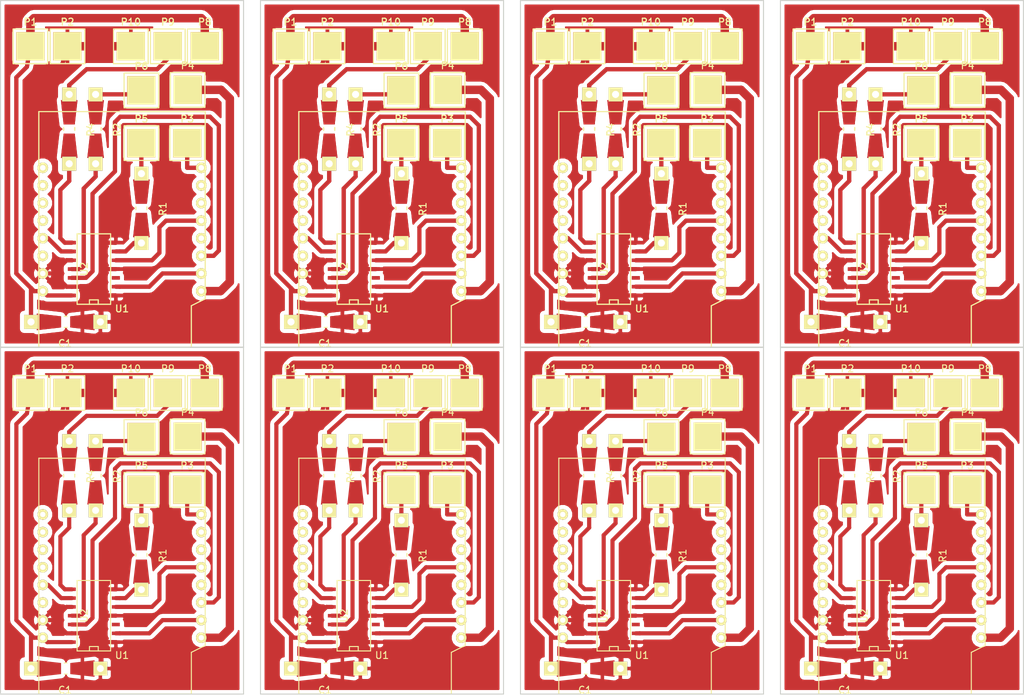
<source format=kicad_pcb>
(kicad_pcb (version 4) (host pcbnew 4.0.2+dfsg1-stable)
  (layers (0 F.Cu signal) (31 B.Cu signal) (34 B.Paste user) (35 F.Paste user) (36 B.SilkS user) (37 F.SilkS user) (38 B.Mask user) (39 F.Mask user) (44 Edge.Cuts user))
  (net 0 "")
  (net 1 GND)
  (net 2 VCC)
  (net 3 "Net-(P3-Pad1)")
  (net 4 "Net-(P4-Pad1)")
  (net 5 "Net-(P5-Pad1)")
  (net 6 "Net-(P6-Pad1)")
  (net 7 "Net-(P9-Pad1)")
  (net 8 "Net-(R1-Pad2)")
  (net 9 "Net-(R2-Pad2)")
  (net 10 "Net-(R3-Pad2)")
  (net 11 "Net-(R4-Pad2)")
  (net 12 "Net-(U1-Pad5)")
  (net 13 "Net-(U1-Pad10)")
  (net 14 "Net-(U1-Pad11)")
  (net 15 "Net-(U1-Pad13)")
  (module wemos:WeMosD1Mini (layer F.Cu) (at 73.59 72.79)
    (fp_text reference U1 (at 0 11.43) (layer F.SilkS))
    (fp_text value WeMosD1Mini)
    (pad 1 thru_hole circle (at -11.43 -8.89) (size 1.524 1.524) (drill 0.762) (layers *.Cu *.Mask F.SilkS))
    (pad 2 thru_hole circle (at -11.43 -6.35) (size 1.524 1.524) (drill 0.762) (layers *.Cu *.Mask F.SilkS))
    (pad 3 thru_hole circle (at -11.43 -3.81) (size 1.524 1.524) (drill 0.762) (layers *.Cu *.Mask F.SilkS))
    (pad 4 thru_hole circle (at -11.43 -1.27) (size 1.524 1.524) (drill 0.762) (layers *.Cu *.Mask F.SilkS))
    (pad 5 thru_hole circle (at -11.43 1.27) (size 1.524 1.524) (drill 0.762) (layers *.Cu *.Mask F.SilkS) (net 12 "Net-(U1-Pad5)"))
    (pad 6 thru_hole circle (at -11.43 3.81) (size 1.524 1.524) (drill 0.762) (layers *.Cu *.Mask F.SilkS))
    (pad 7 thru_hole circle (at -11.43 6.35) (size 1.524 1.524) (drill 0.762) (layers *.Cu *.Mask F.SilkS) (net 1 GND))
    (pad 8 thru_hole circle (at -11.43 8.89) (size 1.524 1.524) (drill 0.762) (layers *.Cu *.Mask F.SilkS) (net 2 VCC))
    (pad 9 thru_hole circle (at 11.43 8.89) (size 1.524 1.524) (drill 0.762) (layers *.Cu *.Mask F.SilkS) (net 4 "Net-(P4-Pad1)"))
    (pad 10 thru_hole circle (at 11.43 6.35) (size 1.524 1.524) (drill 0.762) (layers *.Cu *.Mask F.SilkS) (net 13 "Net-(U1-Pad10)"))
    (pad 11 thru_hole circle (at 11.43 3.81) (size 1.524 1.524) (drill 0.762) (layers *.Cu *.Mask F.SilkS) (net 14 "Net-(U1-Pad11)"))
    (pad 12 thru_hole circle (at 11.43 1.27) (size 1.524 1.524) (drill 0.762) (layers *.Cu *.Mask F.SilkS))
    (pad 13 thru_hole circle (at 11.43 -1.27) (size 1.524 1.524) (drill 0.762) (layers *.Cu *.Mask F.SilkS) (net 15 "Net-(U1-Pad13)"))
    (pad 14 thru_hole circle (at 11.43 -3.81) (size 1.524 1.524) (drill 0.762) (layers *.Cu *.Mask F.SilkS))
    (pad 15 thru_hole circle (at 11.43 -6.35) (size 1.524 1.524) (drill 0.762) (layers *.Cu *.Mask F.SilkS))
    (pad 16 thru_hole circle (at 11.43 -8.89) (size 1.524 1.524) (drill 0.762) (layers *.Cu *.Mask F.SilkS) (net 3 "Net-(P3-Pad1)"))
  )
  (module Resistors_Universal:Resistor_SMD+THTuniversal_0805to1206_RM10_HandSoldering (layer F.Cu) (at 65.462 86.125 180)
    (fp_text reference C1 (at 0.09906 -3.0988 180) (layer F.SilkS))
    (fp_text value C)
    (pad 1 smd trapezoid (at -2.413 0 180) (size 3.50012 1.99898) (rect_delta 0.39878 0) (layers F.Cu F.Paste F.Mask) (net 1 GND))
    (pad 2 smd trapezoid (at 2.413 0) (size 3.50012 1.99898) (rect_delta 0.39878 0) (layers F.Cu F.Paste F.Mask) (net 2 VCC))
    (pad 1 thru_hole rect (at -5.00126 0) (size 1.99898 1.99898) (drill 1.00076) (layers *.Cu *.Mask F.SilkS) (net 1 GND))
    (pad 2 thru_hole rect (at 5.00126 0) (size 1.99898 1.99898) (drill 1.00076) (layers *.Cu *.Mask F.SilkS) (net 2 VCC))
  )
  (module SMD_Packages:1Pin (layer F.Cu) (at 60.382 46.374)
    (fp_text reference P1 (at 0 -3.50012) (layer F.SilkS))
    (fp_text value ~)
    (pad 1 smd rect (at 0 0) (size 4.064 4.064) (layers F.Cu F.Paste F.SilkS F.Mask) (net 2 VCC))
  )
  (module SMD_Packages:1Pin (layer F.Cu) (at 65.716 46.374)
    (fp_text reference P2 (at 0 -3.50012) (layer F.SilkS))
    (fp_text value ~)
    (pad 1 smd rect (at 0 0) (size 4.064 4.064) (layers F.Cu F.Paste F.SilkS F.Mask) (net 1 GND))
  )
  (module SMD_Packages:1Pin (layer F.Cu) (at 82.988 60.344)
    (fp_text reference P3 (at 0 -3.50012) (layer F.SilkS))
    (fp_text value ~)
    (pad 1 smd rect (at 0 0) (size 4.064 4.064) (layers F.Cu F.Paste F.SilkS F.Mask) (net 3 "Net-(P3-Pad1)"))
  )
  (module SMD_Packages:1Pin (layer F.Cu) (at 83.0515 52.6605)
    (fp_text reference P4 (at 0 -3.50012) (layer F.SilkS))
    (fp_text value ~)
    (pad 1 smd rect (at 0 0) (size 4.064 4.064) (layers F.Cu F.Paste F.SilkS F.Mask) (net 4 "Net-(P4-Pad1)"))
  )
  (module SMD_Packages:1Pin (layer F.Cu) (at 76.384 60.344)
    (fp_text reference P5 (at 0 -3.50012) (layer F.SilkS))
    (fp_text value ~)
    (pad 1 smd rect (at 0 0) (size 4.064 4.064) (layers F.Cu F.Paste F.SilkS F.Mask) (net 5 "Net-(P5-Pad1)"))
  )
  (module SMD_Packages:1Pin (layer F.Cu) (at 76.384 52.724)
    (fp_text reference P6 (at 0 -3.50012) (layer F.SilkS))
    (fp_text value ~)
    (pad 1 smd rect (at 0 0) (size 4.064 4.064) (layers F.Cu F.Paste F.SilkS F.Mask) (net 6 "Net-(P6-Pad1)"))
  )
  (module SMD_Packages:1Pin (layer F.Cu) (at 85.528 46.374)
    (fp_text reference P8 (at 0 -3.50012) (layer F.SilkS))
    (fp_text value ~)
    (pad 1 smd rect (at 0 0) (size 4.064 4.064) (layers F.Cu F.Paste F.SilkS F.Mask) (net 2 VCC))
  )
  (module SMD_Packages:1Pin (layer F.Cu) (at 80.194 46.374)
    (fp_text reference P9 (at 0 -3.50012) (layer F.SilkS))
    (fp_text value ~)
    (pad 1 smd rect (at 0 0) (size 4.064 4.064) (layers F.Cu F.Paste F.SilkS F.Mask) (net 7 "Net-(P9-Pad1)"))
  )
  (module SMD_Packages:1Pin (layer F.Cu) (at 74.86 46.374)
    (fp_text reference P10 (at 0 -3.50012) (layer F.SilkS))
    (fp_text value ~)
    (pad 1 smd rect (at 0 0) (size 4.064 4.064) (layers F.Cu F.Paste F.SilkS F.Mask) (net 1 GND))
  )
  (module Resistors_Universal:Resistor_SMD+THTuniversal_0805to1206_RM10_HandSoldering (layer F.Cu) (at 76.384 69.742 270)
    (fp_text reference R1 (at 0.09906 -3.0988 270) (layer F.SilkS))
    (fp_text value R)
    (pad 1 smd trapezoid (at -2.413 0 270) (size 3.50012 1.99898) (rect_delta 0.39878 0) (layers F.Cu F.Paste F.Mask) (net 5 "Net-(P5-Pad1)"))
    (pad 2 smd trapezoid (at 2.413 0 90) (size 3.50012 1.99898) (rect_delta 0.39878 0) (layers F.Cu F.Paste F.Mask) (net 8 "Net-(R1-Pad2)"))
    (pad 1 thru_hole rect (at -5.00126 0 90) (size 1.99898 1.99898) (drill 1.00076) (layers *.Cu *.Mask F.SilkS) (net 5 "Net-(P5-Pad1)"))
    (pad 2 thru_hole rect (at 5.00126 0 90) (size 1.99898 1.99898) (drill 1.00076) (layers *.Cu *.Mask F.SilkS) (net 8 "Net-(R1-Pad2)"))
  )
  (module Resistors_Universal:Resistor_SMD+THTuniversal_0805to1206_RM10_HandSoldering (layer F.Cu) (at 69.78 58.312 270)
    (fp_text reference R2 (at 0.09906 -3.0988 270) (layer F.SilkS))
    (fp_text value R)
    (pad 1 smd trapezoid (at -2.413 0 270) (size 3.50012 1.99898) (rect_delta 0.39878 0) (layers F.Cu F.Paste F.Mask) (net 6 "Net-(P6-Pad1)"))
    (pad 2 smd trapezoid (at 2.413 0 90) (size 3.50012 1.99898) (rect_delta 0.39878 0) (layers F.Cu F.Paste F.Mask) (net 9 "Net-(R2-Pad2)"))
    (pad 1 thru_hole rect (at -5.00126 0 90) (size 1.99898 1.99898) (drill 1.00076) (layers *.Cu *.Mask F.SilkS) (net 6 "Net-(P6-Pad1)"))
    (pad 2 thru_hole rect (at 5.00126 0 90) (size 1.99898 1.99898) (drill 1.00076) (layers *.Cu *.Mask F.SilkS) (net 9 "Net-(R2-Pad2)"))
  )
  (module Resistors_Universal:Resistor_SMD+THTuniversal_0805to1206_RM10_HandSoldering (layer F.Cu) (at 65.97 58.312 270)
    (fp_text reference R4 (at 0.09906 -3.0988 270) (layer F.SilkS))
    (fp_text value R)
    (pad 1 smd trapezoid (at -2.413 0 270) (size 3.50012 1.99898) (rect_delta 0.39878 0) (layers F.Cu F.Paste F.Mask) (net 7 "Net-(P9-Pad1)"))
    (pad 2 smd trapezoid (at 2.413 0 90) (size 3.50012 1.99898) (rect_delta 0.39878 0) (layers F.Cu F.Paste F.Mask) (net 11 "Net-(R4-Pad2)"))
    (pad 1 thru_hole rect (at -5.00126 0 90) (size 1.99898 1.99898) (drill 1.00076) (layers *.Cu *.Mask F.SilkS) (net 7 "Net-(P9-Pad1)"))
    (pad 2 thru_hole rect (at 5.00126 0 90) (size 1.99898 1.99898) (drill 1.00076) (layers *.Cu *.Mask F.SilkS) (net 11 "Net-(R4-Pad2)"))
  )
  (module SMD_Packages:SOIC-14_N (layer F.Cu) (at 69.399 78.505 90)
    (fp_text reference U2 (at 0 -1.27 90) (layer F.SilkS))
    (fp_text value 74LS125)
    (pad 1 smd rect (at -3.81 3.302 90) (size 0.508 1.143) (layers F.Cu F.Paste F.Mask) (net 1 GND))
    (pad 2 smd rect (at -2.54 3.302 90) (size 0.508 1.143) (layers F.Cu F.Paste F.Mask) (net 13 "Net-(U1-Pad10)"))
    (pad 3 smd rect (at -1.27 3.302 90) (size 0.508 1.143) (layers F.Cu F.Paste F.Mask) (net 10 "Net-(R3-Pad2)"))
    (pad 4 smd rect (at 0 3.302 90) (size 0.508 1.143) (layers F.Cu F.Paste F.Mask) (net 1 GND))
    (pad 5 smd rect (at 1.27 3.302 90) (size 0.508 1.143) (layers F.Cu F.Paste F.Mask) (net 15 "Net-(U1-Pad13)"))
    (pad 6 smd rect (at 2.54 3.302 90) (size 0.508 1.143) (layers F.Cu F.Paste F.Mask) (net 8 "Net-(R1-Pad2)"))
    (pad 7 smd rect (at 3.81 3.302 90) (size 0.508 1.143) (layers F.Cu F.Paste F.Mask) (net 1 GND))
    (pad 8 smd rect (at 3.81 -3.048 90) (size 0.508 1.143) (layers F.Cu F.Paste F.Mask) (net 11 "Net-(R4-Pad2)"))
    (pad 9 smd rect (at 2.54 -3.048 90) (size 0.508 1.143) (layers F.Cu F.Paste F.Mask) (net 12 "Net-(U1-Pad5)"))
    (pad 11 smd rect (at 0 -3.048 90) (size 0.508 1.143) (layers F.Cu F.Paste F.Mask) (net 9 "Net-(R2-Pad2)"))
    (pad 12 smd rect (at -1.27 -3.048 90) (size 0.508 1.143) (layers F.Cu F.Paste F.Mask) (net 14 "Net-(U1-Pad11)"))
    (pad 13 smd rect (at -2.54 -3.048 90) (size 0.508 1.143) (layers F.Cu F.Paste F.Mask) (net 1 GND))
    (pad 14 smd rect (at -3.81 -3.048 90) (size 0.508 1.143) (layers F.Cu F.Paste F.Mask) (net 2 VCC))
    (pad 10 smd rect (at 1.27 -3.048 90) (size 0.508 1.143) (layers F.Cu F.Paste F.Mask) (net 1 GND))
  )
  (module wemos:WeMosD1Mini (layer F.Cu) (at 73.59 72.79)
    (fp_text reference U1 (at 0 11.43) (layer F.SilkS))
    (fp_text value WeMosD1Mini)
    (pad 1 thru_hole circle (at -11.43 -8.89) (size 1.524 1.524) (drill 0.762) (layers *.Cu *.Mask F.SilkS))
    (pad 2 thru_hole circle (at -11.43 -6.35) (size 1.524 1.524) (drill 0.762) (layers *.Cu *.Mask F.SilkS))
    (pad 3 thru_hole circle (at -11.43 -3.81) (size 1.524 1.524) (drill 0.762) (layers *.Cu *.Mask F.SilkS))
    (pad 4 thru_hole circle (at -11.43 -1.27) (size 1.524 1.524) (drill 0.762) (layers *.Cu *.Mask F.SilkS))
    (pad 5 thru_hole circle (at -11.43 1.27) (size 1.524 1.524) (drill 0.762) (layers *.Cu *.Mask F.SilkS) (net 12 "Net-(U1-Pad5)"))
    (pad 6 thru_hole circle (at -11.43 3.81) (size 1.524 1.524) (drill 0.762) (layers *.Cu *.Mask F.SilkS))
    (pad 7 thru_hole circle (at -11.43 6.35) (size 1.524 1.524) (drill 0.762) (layers *.Cu *.Mask F.SilkS) (net 1 GND))
    (pad 8 thru_hole circle (at -11.43 8.89) (size 1.524 1.524) (drill 0.762) (layers *.Cu *.Mask F.SilkS) (net 2 VCC))
    (pad 9 thru_hole circle (at 11.43 8.89) (size 1.524 1.524) (drill 0.762) (layers *.Cu *.Mask F.SilkS) (net 4 "Net-(P4-Pad1)"))
    (pad 10 thru_hole circle (at 11.43 6.35) (size 1.524 1.524) (drill 0.762) (layers *.Cu *.Mask F.SilkS) (net 13 "Net-(U1-Pad10)"))
    (pad 11 thru_hole circle (at 11.43 3.81) (size 1.524 1.524) (drill 0.762) (layers *.Cu *.Mask F.SilkS) (net 14 "Net-(U1-Pad11)"))
    (pad 12 thru_hole circle (at 11.43 1.27) (size 1.524 1.524) (drill 0.762) (layers *.Cu *.Mask F.SilkS))
    (pad 13 thru_hole circle (at 11.43 -1.27) (size 1.524 1.524) (drill 0.762) (layers *.Cu *.Mask F.SilkS) (net 15 "Net-(U1-Pad13)"))
    (pad 14 thru_hole circle (at 11.43 -3.81) (size 1.524 1.524) (drill 0.762) (layers *.Cu *.Mask F.SilkS))
    (pad 15 thru_hole circle (at 11.43 -6.35) (size 1.524 1.524) (drill 0.762) (layers *.Cu *.Mask F.SilkS))
    (pad 16 thru_hole circle (at 11.43 -8.89) (size 1.524 1.524) (drill 0.762) (layers *.Cu *.Mask F.SilkS) (net 3 "Net-(P3-Pad1)"))
  )
  (module Resistors_Universal:Resistor_SMD+THTuniversal_0805to1206_RM10_HandSoldering (layer F.Cu) (at 65.462 86.125 180)
    (fp_text reference C1 (at 0.09906 -3.0988 180) (layer F.SilkS))
    (fp_text value C)
    (pad 1 smd trapezoid (at -2.413 0 180) (size 3.50012 1.99898) (rect_delta 0.39878 0) (layers F.Cu F.Paste F.Mask) (net 1 GND))
    (pad 2 smd trapezoid (at 2.413 0) (size 3.50012 1.99898) (rect_delta 0.39878 0) (layers F.Cu F.Paste F.Mask) (net 2 VCC))
    (pad 1 thru_hole rect (at -5.00126 0) (size 1.99898 1.99898) (drill 1.00076) (layers *.Cu *.Mask F.SilkS) (net 1 GND))
    (pad 2 thru_hole rect (at 5.00126 0) (size 1.99898 1.99898) (drill 1.00076) (layers *.Cu *.Mask F.SilkS) (net 2 VCC))
  )
  (module SMD_Packages:1Pin (layer F.Cu) (at 60.382 46.374)
    (fp_text reference P1 (at 0 -3.50012) (layer F.SilkS))
    (fp_text value ~)
    (pad 1 smd rect (at 0 0) (size 4.064 4.064) (layers F.Cu F.Paste F.SilkS F.Mask) (net 2 VCC))
  )
  (module SMD_Packages:1Pin (layer F.Cu) (at 65.716 46.374)
    (fp_text reference P2 (at 0 -3.50012) (layer F.SilkS))
    (fp_text value ~)
    (pad 1 smd rect (at 0 0) (size 4.064 4.064) (layers F.Cu F.Paste F.SilkS F.Mask) (net 1 GND))
  )
  (module SMD_Packages:1Pin (layer F.Cu) (at 82.988 60.344)
    (fp_text reference P3 (at 0 -3.50012) (layer F.SilkS))
    (fp_text value ~)
    (pad 1 smd rect (at 0 0) (size 4.064 4.064) (layers F.Cu F.Paste F.SilkS F.Mask) (net 3 "Net-(P3-Pad1)"))
  )
  (module SMD_Packages:1Pin (layer F.Cu) (at 83.0515 52.6605)
    (fp_text reference P4 (at 0 -3.50012) (layer F.SilkS))
    (fp_text value ~)
    (pad 1 smd rect (at 0 0) (size 4.064 4.064) (layers F.Cu F.Paste F.SilkS F.Mask) (net 4 "Net-(P4-Pad1)"))
  )
  (module SMD_Packages:1Pin (layer F.Cu) (at 76.384 60.344)
    (fp_text reference P5 (at 0 -3.50012) (layer F.SilkS))
    (fp_text value ~)
    (pad 1 smd rect (at 0 0) (size 4.064 4.064) (layers F.Cu F.Paste F.SilkS F.Mask) (net 5 "Net-(P5-Pad1)"))
  )
  (module SMD_Packages:1Pin (layer F.Cu) (at 76.384 52.724)
    (fp_text reference P6 (at 0 -3.50012) (layer F.SilkS))
    (fp_text value ~)
    (pad 1 smd rect (at 0 0) (size 4.064 4.064) (layers F.Cu F.Paste F.SilkS F.Mask) (net 6 "Net-(P6-Pad1)"))
  )
  (module SMD_Packages:1Pin (layer F.Cu) (at 85.528 46.374)
    (fp_text reference P8 (at 0 -3.50012) (layer F.SilkS))
    (fp_text value ~)
    (pad 1 smd rect (at 0 0) (size 4.064 4.064) (layers F.Cu F.Paste F.SilkS F.Mask) (net 2 VCC))
  )
  (module SMD_Packages:1Pin (layer F.Cu) (at 80.194 46.374)
    (fp_text reference P9 (at 0 -3.50012) (layer F.SilkS))
    (fp_text value ~)
    (pad 1 smd rect (at 0 0) (size 4.064 4.064) (layers F.Cu F.Paste F.SilkS F.Mask) (net 7 "Net-(P9-Pad1)"))
  )
  (module SMD_Packages:1Pin (layer F.Cu) (at 74.86 46.374)
    (fp_text reference P10 (at 0 -3.50012) (layer F.SilkS))
    (fp_text value ~)
    (pad 1 smd rect (at 0 0) (size 4.064 4.064) (layers F.Cu F.Paste F.SilkS F.Mask) (net 1 GND))
  )
  (module Resistors_Universal:Resistor_SMD+THTuniversal_0805to1206_RM10_HandSoldering (layer F.Cu) (at 76.384 69.742 270)
    (fp_text reference R1 (at 0.09906 -3.0988 270) (layer F.SilkS))
    (fp_text value R)
    (pad 1 smd trapezoid (at -2.413 0 270) (size 3.50012 1.99898) (rect_delta 0.39878 0) (layers F.Cu F.Paste F.Mask) (net 5 "Net-(P5-Pad1)"))
    (pad 2 smd trapezoid (at 2.413 0 90) (size 3.50012 1.99898) (rect_delta 0.39878 0) (layers F.Cu F.Paste F.Mask) (net 8 "Net-(R1-Pad2)"))
    (pad 1 thru_hole rect (at -5.00126 0 90) (size 1.99898 1.99898) (drill 1.00076) (layers *.Cu *.Mask F.SilkS) (net 5 "Net-(P5-Pad1)"))
    (pad 2 thru_hole rect (at 5.00126 0 90) (size 1.99898 1.99898) (drill 1.00076) (layers *.Cu *.Mask F.SilkS) (net 8 "Net-(R1-Pad2)"))
  )
  (module Resistors_Universal:Resistor_SMD+THTuniversal_0805to1206_RM10_HandSoldering (layer F.Cu) (at 69.78 58.312 270)
    (fp_text reference R2 (at 0.09906 -3.0988 270) (layer F.SilkS))
    (fp_text value R)
    (pad 1 smd trapezoid (at -2.413 0 270) (size 3.50012 1.99898) (rect_delta 0.39878 0) (layers F.Cu F.Paste F.Mask) (net 6 "Net-(P6-Pad1)"))
    (pad 2 smd trapezoid (at 2.413 0 90) (size 3.50012 1.99898) (rect_delta 0.39878 0) (layers F.Cu F.Paste F.Mask) (net 9 "Net-(R2-Pad2)"))
    (pad 1 thru_hole rect (at -5.00126 0 90) (size 1.99898 1.99898) (drill 1.00076) (layers *.Cu *.Mask F.SilkS) (net 6 "Net-(P6-Pad1)"))
    (pad 2 thru_hole rect (at 5.00126 0 90) (size 1.99898 1.99898) (drill 1.00076) (layers *.Cu *.Mask F.SilkS) (net 9 "Net-(R2-Pad2)"))
  )
  (module Resistors_Universal:Resistor_SMD+THTuniversal_0805to1206_RM10_HandSoldering (layer F.Cu) (at 65.97 58.312 270)
    (fp_text reference R4 (at 0.09906 -3.0988 270) (layer F.SilkS))
    (fp_text value R)
    (pad 1 smd trapezoid (at -2.413 0 270) (size 3.50012 1.99898) (rect_delta 0.39878 0) (layers F.Cu F.Paste F.Mask) (net 7 "Net-(P9-Pad1)"))
    (pad 2 smd trapezoid (at 2.413 0 90) (size 3.50012 1.99898) (rect_delta 0.39878 0) (layers F.Cu F.Paste F.Mask) (net 11 "Net-(R4-Pad2)"))
    (pad 1 thru_hole rect (at -5.00126 0 90) (size 1.99898 1.99898) (drill 1.00076) (layers *.Cu *.Mask F.SilkS) (net 7 "Net-(P9-Pad1)"))
    (pad 2 thru_hole rect (at 5.00126 0 90) (size 1.99898 1.99898) (drill 1.00076) (layers *.Cu *.Mask F.SilkS) (net 11 "Net-(R4-Pad2)"))
  )
  (module SMD_Packages:SOIC-14_N (layer F.Cu) (at 69.399 78.505 90)
    (fp_text reference U2 (at 0 -1.27 90) (layer F.SilkS))
    (fp_text value 74LS125)
    (pad 1 smd rect (at -3.81 3.302 90) (size 0.508 1.143) (layers F.Cu F.Paste F.Mask) (net 1 GND))
    (pad 2 smd rect (at -2.54 3.302 90) (size 0.508 1.143) (layers F.Cu F.Paste F.Mask) (net 13 "Net-(U1-Pad10)"))
    (pad 3 smd rect (at -1.27 3.302 90) (size 0.508 1.143) (layers F.Cu F.Paste F.Mask) (net 10 "Net-(R3-Pad2)"))
    (pad 4 smd rect (at 0 3.302 90) (size 0.508 1.143) (layers F.Cu F.Paste F.Mask) (net 1 GND))
    (pad 5 smd rect (at 1.27 3.302 90) (size 0.508 1.143) (layers F.Cu F.Paste F.Mask) (net 15 "Net-(U1-Pad13)"))
    (pad 6 smd rect (at 2.54 3.302 90) (size 0.508 1.143) (layers F.Cu F.Paste F.Mask) (net 8 "Net-(R1-Pad2)"))
    (pad 7 smd rect (at 3.81 3.302 90) (size 0.508 1.143) (layers F.Cu F.Paste F.Mask) (net 1 GND))
    (pad 8 smd rect (at 3.81 -3.048 90) (size 0.508 1.143) (layers F.Cu F.Paste F.Mask) (net 11 "Net-(R4-Pad2)"))
    (pad 9 smd rect (at 2.54 -3.048 90) (size 0.508 1.143) (layers F.Cu F.Paste F.Mask) (net 12 "Net-(U1-Pad5)"))
    (pad 11 smd rect (at 0 -3.048 90) (size 0.508 1.143) (layers F.Cu F.Paste F.Mask) (net 9 "Net-(R2-Pad2)"))
    (pad 12 smd rect (at -1.27 -3.048 90) (size 0.508 1.143) (layers F.Cu F.Paste F.Mask) (net 14 "Net-(U1-Pad11)"))
    (pad 13 smd rect (at -2.54 -3.048 90) (size 0.508 1.143) (layers F.Cu F.Paste F.Mask) (net 1 GND))
    (pad 14 smd rect (at -3.81 -3.048 90) (size 0.508 1.143) (layers F.Cu F.Paste F.Mask) (net 2 VCC))
    (pad 10 smd rect (at 1.27 -3.048 90) (size 0.508 1.143) (layers F.Cu F.Paste F.Mask) (net 1 GND))
  )
  (module wemos:WeMosD1Mini (layer F.Cu) (at 73.59 122.79)
    (fp_text reference U1 (at 0 11.43) (layer F.SilkS))
    (fp_text value WeMosD1Mini)
    (pad 1 thru_hole circle (at -11.43 -8.89) (size 1.524 1.524) (drill 0.762) (layers *.Cu *.Mask F.SilkS))
    (pad 2 thru_hole circle (at -11.43 -6.35) (size 1.524 1.524) (drill 0.762) (layers *.Cu *.Mask F.SilkS))
    (pad 3 thru_hole circle (at -11.43 -3.81) (size 1.524 1.524) (drill 0.762) (layers *.Cu *.Mask F.SilkS))
    (pad 4 thru_hole circle (at -11.43 -1.27) (size 1.524 1.524) (drill 0.762) (layers *.Cu *.Mask F.SilkS))
    (pad 5 thru_hole circle (at -11.43 1.27) (size 1.524 1.524) (drill 0.762) (layers *.Cu *.Mask F.SilkS) (net 12 "Net-(U1-Pad5)"))
    (pad 6 thru_hole circle (at -11.43 3.81) (size 1.524 1.524) (drill 0.762) (layers *.Cu *.Mask F.SilkS))
    (pad 7 thru_hole circle (at -11.43 6.35) (size 1.524 1.524) (drill 0.762) (layers *.Cu *.Mask F.SilkS) (net 1 GND))
    (pad 8 thru_hole circle (at -11.43 8.89) (size 1.524 1.524) (drill 0.762) (layers *.Cu *.Mask F.SilkS) (net 2 VCC))
    (pad 9 thru_hole circle (at 11.43 8.89) (size 1.524 1.524) (drill 0.762) (layers *.Cu *.Mask F.SilkS) (net 4 "Net-(P4-Pad1)"))
    (pad 10 thru_hole circle (at 11.43 6.35) (size 1.524 1.524) (drill 0.762) (layers *.Cu *.Mask F.SilkS) (net 13 "Net-(U1-Pad10)"))
    (pad 11 thru_hole circle (at 11.43 3.81) (size 1.524 1.524) (drill 0.762) (layers *.Cu *.Mask F.SilkS) (net 14 "Net-(U1-Pad11)"))
    (pad 12 thru_hole circle (at 11.43 1.27) (size 1.524 1.524) (drill 0.762) (layers *.Cu *.Mask F.SilkS))
    (pad 13 thru_hole circle (at 11.43 -1.27) (size 1.524 1.524) (drill 0.762) (layers *.Cu *.Mask F.SilkS) (net 15 "Net-(U1-Pad13)"))
    (pad 14 thru_hole circle (at 11.43 -3.81) (size 1.524 1.524) (drill 0.762) (layers *.Cu *.Mask F.SilkS))
    (pad 15 thru_hole circle (at 11.43 -6.35) (size 1.524 1.524) (drill 0.762) (layers *.Cu *.Mask F.SilkS))
    (pad 16 thru_hole circle (at 11.43 -8.89) (size 1.524 1.524) (drill 0.762) (layers *.Cu *.Mask F.SilkS) (net 3 "Net-(P3-Pad1)"))
  )
  (module Resistors_Universal:Resistor_SMD+THTuniversal_0805to1206_RM10_HandSoldering (layer F.Cu) (at 65.462 136.125 180)
    (fp_text reference C1 (at 0.09906 -3.0988 180) (layer F.SilkS))
    (fp_text value C)
    (pad 1 smd trapezoid (at -2.413 0 180) (size 3.50012 1.99898) (rect_delta 0.39878 0) (layers F.Cu F.Paste F.Mask) (net 1 GND))
    (pad 2 smd trapezoid (at 2.413 0) (size 3.50012 1.99898) (rect_delta 0.39878 0) (layers F.Cu F.Paste F.Mask) (net 2 VCC))
    (pad 1 thru_hole rect (at -5.00126 0) (size 1.99898 1.99898) (drill 1.00076) (layers *.Cu *.Mask F.SilkS) (net 1 GND))
    (pad 2 thru_hole rect (at 5.00126 0) (size 1.99898 1.99898) (drill 1.00076) (layers *.Cu *.Mask F.SilkS) (net 2 VCC))
  )
  (module SMD_Packages:1Pin (layer F.Cu) (at 60.382 96.374)
    (fp_text reference P1 (at 0 -3.50012) (layer F.SilkS))
    (fp_text value ~)
    (pad 1 smd rect (at 0 0) (size 4.064 4.064) (layers F.Cu F.Paste F.SilkS F.Mask) (net 2 VCC))
  )
  (module SMD_Packages:1Pin (layer F.Cu) (at 65.716 96.374)
    (fp_text reference P2 (at 0 -3.50012) (layer F.SilkS))
    (fp_text value ~)
    (pad 1 smd rect (at 0 0) (size 4.064 4.064) (layers F.Cu F.Paste F.SilkS F.Mask) (net 1 GND))
  )
  (module SMD_Packages:1Pin (layer F.Cu) (at 82.988 110.344)
    (fp_text reference P3 (at 0 -3.50012) (layer F.SilkS))
    (fp_text value ~)
    (pad 1 smd rect (at 0 0) (size 4.064 4.064) (layers F.Cu F.Paste F.SilkS F.Mask) (net 3 "Net-(P3-Pad1)"))
  )
  (module SMD_Packages:1Pin (layer F.Cu) (at 83.0515 102.6605)
    (fp_text reference P4 (at 0 -3.50012) (layer F.SilkS))
    (fp_text value ~)
    (pad 1 smd rect (at 0 0) (size 4.064 4.064) (layers F.Cu F.Paste F.SilkS F.Mask) (net 4 "Net-(P4-Pad1)"))
  )
  (module SMD_Packages:1Pin (layer F.Cu) (at 76.384 110.344)
    (fp_text reference P5 (at 0 -3.50012) (layer F.SilkS))
    (fp_text value ~)
    (pad 1 smd rect (at 0 0) (size 4.064 4.064) (layers F.Cu F.Paste F.SilkS F.Mask) (net 5 "Net-(P5-Pad1)"))
  )
  (module SMD_Packages:1Pin (layer F.Cu) (at 76.384 102.724)
    (fp_text reference P6 (at 0 -3.50012) (layer F.SilkS))
    (fp_text value ~)
    (pad 1 smd rect (at 0 0) (size 4.064 4.064) (layers F.Cu F.Paste F.SilkS F.Mask) (net 6 "Net-(P6-Pad1)"))
  )
  (module SMD_Packages:1Pin (layer F.Cu) (at 85.528 96.374)
    (fp_text reference P8 (at 0 -3.50012) (layer F.SilkS))
    (fp_text value ~)
    (pad 1 smd rect (at 0 0) (size 4.064 4.064) (layers F.Cu F.Paste F.SilkS F.Mask) (net 2 VCC))
  )
  (module SMD_Packages:1Pin (layer F.Cu) (at 80.194 96.374)
    (fp_text reference P9 (at 0 -3.50012) (layer F.SilkS))
    (fp_text value ~)
    (pad 1 smd rect (at 0 0) (size 4.064 4.064) (layers F.Cu F.Paste F.SilkS F.Mask) (net 7 "Net-(P9-Pad1)"))
  )
  (module SMD_Packages:1Pin (layer F.Cu) (at 74.86 96.374)
    (fp_text reference P10 (at 0 -3.50012) (layer F.SilkS))
    (fp_text value ~)
    (pad 1 smd rect (at 0 0) (size 4.064 4.064) (layers F.Cu F.Paste F.SilkS F.Mask) (net 1 GND))
  )
  (module Resistors_Universal:Resistor_SMD+THTuniversal_0805to1206_RM10_HandSoldering (layer F.Cu) (at 76.384 119.742 270)
    (fp_text reference R1 (at 0.09906 -3.0988 270) (layer F.SilkS))
    (fp_text value R)
    (pad 1 smd trapezoid (at -2.413 0 270) (size 3.50012 1.99898) (rect_delta 0.39878 0) (layers F.Cu F.Paste F.Mask) (net 5 "Net-(P5-Pad1)"))
    (pad 2 smd trapezoid (at 2.413 0 90) (size 3.50012 1.99898) (rect_delta 0.39878 0) (layers F.Cu F.Paste F.Mask) (net 8 "Net-(R1-Pad2)"))
    (pad 1 thru_hole rect (at -5.00126 0 90) (size 1.99898 1.99898) (drill 1.00076) (layers *.Cu *.Mask F.SilkS) (net 5 "Net-(P5-Pad1)"))
    (pad 2 thru_hole rect (at 5.00126 0 90) (size 1.99898 1.99898) (drill 1.00076) (layers *.Cu *.Mask F.SilkS) (net 8 "Net-(R1-Pad2)"))
  )
  (module Resistors_Universal:Resistor_SMD+THTuniversal_0805to1206_RM10_HandSoldering (layer F.Cu) (at 69.78 108.312 270)
    (fp_text reference R2 (at 0.09906 -3.0988 270) (layer F.SilkS))
    (fp_text value R)
    (pad 1 smd trapezoid (at -2.413 0 270) (size 3.50012 1.99898) (rect_delta 0.39878 0) (layers F.Cu F.Paste F.Mask) (net 6 "Net-(P6-Pad1)"))
    (pad 2 smd trapezoid (at 2.413 0 90) (size 3.50012 1.99898) (rect_delta 0.39878 0) (layers F.Cu F.Paste F.Mask) (net 9 "Net-(R2-Pad2)"))
    (pad 1 thru_hole rect (at -5.00126 0 90) (size 1.99898 1.99898) (drill 1.00076) (layers *.Cu *.Mask F.SilkS) (net 6 "Net-(P6-Pad1)"))
    (pad 2 thru_hole rect (at 5.00126 0 90) (size 1.99898 1.99898) (drill 1.00076) (layers *.Cu *.Mask F.SilkS) (net 9 "Net-(R2-Pad2)"))
  )
  (module Resistors_Universal:Resistor_SMD+THTuniversal_0805to1206_RM10_HandSoldering (layer F.Cu) (at 65.97 108.312 270)
    (fp_text reference R4 (at 0.09906 -3.0988 270) (layer F.SilkS))
    (fp_text value R)
    (pad 1 smd trapezoid (at -2.413 0 270) (size 3.50012 1.99898) (rect_delta 0.39878 0) (layers F.Cu F.Paste F.Mask) (net 7 "Net-(P9-Pad1)"))
    (pad 2 smd trapezoid (at 2.413 0 90) (size 3.50012 1.99898) (rect_delta 0.39878 0) (layers F.Cu F.Paste F.Mask) (net 11 "Net-(R4-Pad2)"))
    (pad 1 thru_hole rect (at -5.00126 0 90) (size 1.99898 1.99898) (drill 1.00076) (layers *.Cu *.Mask F.SilkS) (net 7 "Net-(P9-Pad1)"))
    (pad 2 thru_hole rect (at 5.00126 0 90) (size 1.99898 1.99898) (drill 1.00076) (layers *.Cu *.Mask F.SilkS) (net 11 "Net-(R4-Pad2)"))
  )
  (module SMD_Packages:SOIC-14_N (layer F.Cu) (at 69.399 128.505 90)
    (fp_text reference U2 (at 0 -1.27 90) (layer F.SilkS))
    (fp_text value 74LS125)
    (pad 1 smd rect (at -3.81 3.302 90) (size 0.508 1.143) (layers F.Cu F.Paste F.Mask) (net 1 GND))
    (pad 2 smd rect (at -2.54 3.302 90) (size 0.508 1.143) (layers F.Cu F.Paste F.Mask) (net 13 "Net-(U1-Pad10)"))
    (pad 3 smd rect (at -1.27 3.302 90) (size 0.508 1.143) (layers F.Cu F.Paste F.Mask) (net 10 "Net-(R3-Pad2)"))
    (pad 4 smd rect (at 0 3.302 90) (size 0.508 1.143) (layers F.Cu F.Paste F.Mask) (net 1 GND))
    (pad 5 smd rect (at 1.27 3.302 90) (size 0.508 1.143) (layers F.Cu F.Paste F.Mask) (net 15 "Net-(U1-Pad13)"))
    (pad 6 smd rect (at 2.54 3.302 90) (size 0.508 1.143) (layers F.Cu F.Paste F.Mask) (net 8 "Net-(R1-Pad2)"))
    (pad 7 smd rect (at 3.81 3.302 90) (size 0.508 1.143) (layers F.Cu F.Paste F.Mask) (net 1 GND))
    (pad 8 smd rect (at 3.81 -3.048 90) (size 0.508 1.143) (layers F.Cu F.Paste F.Mask) (net 11 "Net-(R4-Pad2)"))
    (pad 9 smd rect (at 2.54 -3.048 90) (size 0.508 1.143) (layers F.Cu F.Paste F.Mask) (net 12 "Net-(U1-Pad5)"))
    (pad 11 smd rect (at 0 -3.048 90) (size 0.508 1.143) (layers F.Cu F.Paste F.Mask) (net 9 "Net-(R2-Pad2)"))
    (pad 12 smd rect (at -1.27 -3.048 90) (size 0.508 1.143) (layers F.Cu F.Paste F.Mask) (net 14 "Net-(U1-Pad11)"))
    (pad 13 smd rect (at -2.54 -3.048 90) (size 0.508 1.143) (layers F.Cu F.Paste F.Mask) (net 1 GND))
    (pad 14 smd rect (at -3.81 -3.048 90) (size 0.508 1.143) (layers F.Cu F.Paste F.Mask) (net 2 VCC))
    (pad 10 smd rect (at 1.27 -3.048 90) (size 0.508 1.143) (layers F.Cu F.Paste F.Mask) (net 1 GND))
  )
  (module wemos:WeMosD1Mini (layer F.Cu) (at 111.09 72.79)
    (fp_text reference U1 (at 0 11.43) (layer F.SilkS))
    (fp_text value WeMosD1Mini)
    (pad 1 thru_hole circle (at -11.43 -8.89) (size 1.524 1.524) (drill 0.762) (layers *.Cu *.Mask F.SilkS))
    (pad 2 thru_hole circle (at -11.43 -6.35) (size 1.524 1.524) (drill 0.762) (layers *.Cu *.Mask F.SilkS))
    (pad 3 thru_hole circle (at -11.43 -3.81) (size 1.524 1.524) (drill 0.762) (layers *.Cu *.Mask F.SilkS))
    (pad 4 thru_hole circle (at -11.43 -1.27) (size 1.524 1.524) (drill 0.762) (layers *.Cu *.Mask F.SilkS))
    (pad 5 thru_hole circle (at -11.43 1.27) (size 1.524 1.524) (drill 0.762) (layers *.Cu *.Mask F.SilkS) (net 12 "Net-(U1-Pad5)"))
    (pad 6 thru_hole circle (at -11.43 3.81) (size 1.524 1.524) (drill 0.762) (layers *.Cu *.Mask F.SilkS))
    (pad 7 thru_hole circle (at -11.43 6.35) (size 1.524 1.524) (drill 0.762) (layers *.Cu *.Mask F.SilkS) (net 1 GND))
    (pad 8 thru_hole circle (at -11.43 8.89) (size 1.524 1.524) (drill 0.762) (layers *.Cu *.Mask F.SilkS) (net 2 VCC))
    (pad 9 thru_hole circle (at 11.43 8.89) (size 1.524 1.524) (drill 0.762) (layers *.Cu *.Mask F.SilkS) (net 4 "Net-(P4-Pad1)"))
    (pad 10 thru_hole circle (at 11.43 6.35) (size 1.524 1.524) (drill 0.762) (layers *.Cu *.Mask F.SilkS) (net 13 "Net-(U1-Pad10)"))
    (pad 11 thru_hole circle (at 11.43 3.81) (size 1.524 1.524) (drill 0.762) (layers *.Cu *.Mask F.SilkS) (net 14 "Net-(U1-Pad11)"))
    (pad 12 thru_hole circle (at 11.43 1.27) (size 1.524 1.524) (drill 0.762) (layers *.Cu *.Mask F.SilkS))
    (pad 13 thru_hole circle (at 11.43 -1.27) (size 1.524 1.524) (drill 0.762) (layers *.Cu *.Mask F.SilkS) (net 15 "Net-(U1-Pad13)"))
    (pad 14 thru_hole circle (at 11.43 -3.81) (size 1.524 1.524) (drill 0.762) (layers *.Cu *.Mask F.SilkS))
    (pad 15 thru_hole circle (at 11.43 -6.35) (size 1.524 1.524) (drill 0.762) (layers *.Cu *.Mask F.SilkS))
    (pad 16 thru_hole circle (at 11.43 -8.89) (size 1.524 1.524) (drill 0.762) (layers *.Cu *.Mask F.SilkS) (net 3 "Net-(P3-Pad1)"))
  )
  (module Resistors_Universal:Resistor_SMD+THTuniversal_0805to1206_RM10_HandSoldering (layer F.Cu) (at 102.962 86.125 180)
    (fp_text reference C1 (at 0.09906 -3.0988 180) (layer F.SilkS))
    (fp_text value C)
    (pad 1 smd trapezoid (at -2.413 0 180) (size 3.50012 1.99898) (rect_delta 0.39878 0) (layers F.Cu F.Paste F.Mask) (net 1 GND))
    (pad 2 smd trapezoid (at 2.413 0) (size 3.50012 1.99898) (rect_delta 0.39878 0) (layers F.Cu F.Paste F.Mask) (net 2 VCC))
    (pad 1 thru_hole rect (at -5.00126 0) (size 1.99898 1.99898) (drill 1.00076) (layers *.Cu *.Mask F.SilkS) (net 1 GND))
    (pad 2 thru_hole rect (at 5.00126 0) (size 1.99898 1.99898) (drill 1.00076) (layers *.Cu *.Mask F.SilkS) (net 2 VCC))
  )
  (module SMD_Packages:1Pin (layer F.Cu) (at 97.882 46.374)
    (fp_text reference P1 (at 0 -3.50012) (layer F.SilkS))
    (fp_text value ~)
    (pad 1 smd rect (at 0 0) (size 4.064 4.064) (layers F.Cu F.Paste F.SilkS F.Mask) (net 2 VCC))
  )
  (module SMD_Packages:1Pin (layer F.Cu) (at 103.216 46.374)
    (fp_text reference P2 (at 0 -3.50012) (layer F.SilkS))
    (fp_text value ~)
    (pad 1 smd rect (at 0 0) (size 4.064 4.064) (layers F.Cu F.Paste F.SilkS F.Mask) (net 1 GND))
  )
  (module SMD_Packages:1Pin (layer F.Cu) (at 120.488 60.344)
    (fp_text reference P3 (at 0 -3.50012) (layer F.SilkS))
    (fp_text value ~)
    (pad 1 smd rect (at 0 0) (size 4.064 4.064) (layers F.Cu F.Paste F.SilkS F.Mask) (net 3 "Net-(P3-Pad1)"))
  )
  (module SMD_Packages:1Pin (layer F.Cu) (at 120.5515 52.6605)
    (fp_text reference P4 (at 0 -3.50012) (layer F.SilkS))
    (fp_text value ~)
    (pad 1 smd rect (at 0 0) (size 4.064 4.064) (layers F.Cu F.Paste F.SilkS F.Mask) (net 4 "Net-(P4-Pad1)"))
  )
  (module SMD_Packages:1Pin (layer F.Cu) (at 113.884 60.344)
    (fp_text reference P5 (at 0 -3.50012) (layer F.SilkS))
    (fp_text value ~)
    (pad 1 smd rect (at 0 0) (size 4.064 4.064) (layers F.Cu F.Paste F.SilkS F.Mask) (net 5 "Net-(P5-Pad1)"))
  )
  (module SMD_Packages:1Pin (layer F.Cu) (at 113.884 52.724)
    (fp_text reference P6 (at 0 -3.50012) (layer F.SilkS))
    (fp_text value ~)
    (pad 1 smd rect (at 0 0) (size 4.064 4.064) (layers F.Cu F.Paste F.SilkS F.Mask) (net 6 "Net-(P6-Pad1)"))
  )
  (module SMD_Packages:1Pin (layer F.Cu) (at 123.028 46.374)
    (fp_text reference P8 (at 0 -3.50012) (layer F.SilkS))
    (fp_text value ~)
    (pad 1 smd rect (at 0 0) (size 4.064 4.064) (layers F.Cu F.Paste F.SilkS F.Mask) (net 2 VCC))
  )
  (module SMD_Packages:1Pin (layer F.Cu) (at 117.694 46.374)
    (fp_text reference P9 (at 0 -3.50012) (layer F.SilkS))
    (fp_text value ~)
    (pad 1 smd rect (at 0 0) (size 4.064 4.064) (layers F.Cu F.Paste F.SilkS F.Mask) (net 7 "Net-(P9-Pad1)"))
  )
  (module SMD_Packages:1Pin (layer F.Cu) (at 112.36 46.374)
    (fp_text reference P10 (at 0 -3.50012) (layer F.SilkS))
    (fp_text value ~)
    (pad 1 smd rect (at 0 0) (size 4.064 4.064) (layers F.Cu F.Paste F.SilkS F.Mask) (net 1 GND))
  )
  (module Resistors_Universal:Resistor_SMD+THTuniversal_0805to1206_RM10_HandSoldering (layer F.Cu) (at 113.884 69.742 270)
    (fp_text reference R1 (at 0.09906 -3.0988 270) (layer F.SilkS))
    (fp_text value R)
    (pad 1 smd trapezoid (at -2.413 0 270) (size 3.50012 1.99898) (rect_delta 0.39878 0) (layers F.Cu F.Paste F.Mask) (net 5 "Net-(P5-Pad1)"))
    (pad 2 smd trapezoid (at 2.413 0 90) (size 3.50012 1.99898) (rect_delta 0.39878 0) (layers F.Cu F.Paste F.Mask) (net 8 "Net-(R1-Pad2)"))
    (pad 1 thru_hole rect (at -5.00126 0 90) (size 1.99898 1.99898) (drill 1.00076) (layers *.Cu *.Mask F.SilkS) (net 5 "Net-(P5-Pad1)"))
    (pad 2 thru_hole rect (at 5.00126 0 90) (size 1.99898 1.99898) (drill 1.00076) (layers *.Cu *.Mask F.SilkS) (net 8 "Net-(R1-Pad2)"))
  )
  (module Resistors_Universal:Resistor_SMD+THTuniversal_0805to1206_RM10_HandSoldering (layer F.Cu) (at 107.28 58.312 270)
    (fp_text reference R2 (at 0.09906 -3.0988 270) (layer F.SilkS))
    (fp_text value R)
    (pad 1 smd trapezoid (at -2.413 0 270) (size 3.50012 1.99898) (rect_delta 0.39878 0) (layers F.Cu F.Paste F.Mask) (net 6 "Net-(P6-Pad1)"))
    (pad 2 smd trapezoid (at 2.413 0 90) (size 3.50012 1.99898) (rect_delta 0.39878 0) (layers F.Cu F.Paste F.Mask) (net 9 "Net-(R2-Pad2)"))
    (pad 1 thru_hole rect (at -5.00126 0 90) (size 1.99898 1.99898) (drill 1.00076) (layers *.Cu *.Mask F.SilkS) (net 6 "Net-(P6-Pad1)"))
    (pad 2 thru_hole rect (at 5.00126 0 90) (size 1.99898 1.99898) (drill 1.00076) (layers *.Cu *.Mask F.SilkS) (net 9 "Net-(R2-Pad2)"))
  )
  (module Resistors_Universal:Resistor_SMD+THTuniversal_0805to1206_RM10_HandSoldering (layer F.Cu) (at 103.47 58.312 270)
    (fp_text reference R4 (at 0.09906 -3.0988 270) (layer F.SilkS))
    (fp_text value R)
    (pad 1 smd trapezoid (at -2.413 0 270) (size 3.50012 1.99898) (rect_delta 0.39878 0) (layers F.Cu F.Paste F.Mask) (net 7 "Net-(P9-Pad1)"))
    (pad 2 smd trapezoid (at 2.413 0 90) (size 3.50012 1.99898) (rect_delta 0.39878 0) (layers F.Cu F.Paste F.Mask) (net 11 "Net-(R4-Pad2)"))
    (pad 1 thru_hole rect (at -5.00126 0 90) (size 1.99898 1.99898) (drill 1.00076) (layers *.Cu *.Mask F.SilkS) (net 7 "Net-(P9-Pad1)"))
    (pad 2 thru_hole rect (at 5.00126 0 90) (size 1.99898 1.99898) (drill 1.00076) (layers *.Cu *.Mask F.SilkS) (net 11 "Net-(R4-Pad2)"))
  )
  (module SMD_Packages:SOIC-14_N (layer F.Cu) (at 106.899 78.505 90)
    (fp_text reference U2 (at 0 -1.27 90) (layer F.SilkS))
    (fp_text value 74LS125)
    (pad 1 smd rect (at -3.81 3.302 90) (size 0.508 1.143) (layers F.Cu F.Paste F.Mask) (net 1 GND))
    (pad 2 smd rect (at -2.54 3.302 90) (size 0.508 1.143) (layers F.Cu F.Paste F.Mask) (net 13 "Net-(U1-Pad10)"))
    (pad 3 smd rect (at -1.27 3.302 90) (size 0.508 1.143) (layers F.Cu F.Paste F.Mask) (net 10 "Net-(R3-Pad2)"))
    (pad 4 smd rect (at 0 3.302 90) (size 0.508 1.143) (layers F.Cu F.Paste F.Mask) (net 1 GND))
    (pad 5 smd rect (at 1.27 3.302 90) (size 0.508 1.143) (layers F.Cu F.Paste F.Mask) (net 15 "Net-(U1-Pad13)"))
    (pad 6 smd rect (at 2.54 3.302 90) (size 0.508 1.143) (layers F.Cu F.Paste F.Mask) (net 8 "Net-(R1-Pad2)"))
    (pad 7 smd rect (at 3.81 3.302 90) (size 0.508 1.143) (layers F.Cu F.Paste F.Mask) (net 1 GND))
    (pad 8 smd rect (at 3.81 -3.048 90) (size 0.508 1.143) (layers F.Cu F.Paste F.Mask) (net 11 "Net-(R4-Pad2)"))
    (pad 9 smd rect (at 2.54 -3.048 90) (size 0.508 1.143) (layers F.Cu F.Paste F.Mask) (net 12 "Net-(U1-Pad5)"))
    (pad 11 smd rect (at 0 -3.048 90) (size 0.508 1.143) (layers F.Cu F.Paste F.Mask) (net 9 "Net-(R2-Pad2)"))
    (pad 12 smd rect (at -1.27 -3.048 90) (size 0.508 1.143) (layers F.Cu F.Paste F.Mask) (net 14 "Net-(U1-Pad11)"))
    (pad 13 smd rect (at -2.54 -3.048 90) (size 0.508 1.143) (layers F.Cu F.Paste F.Mask) (net 1 GND))
    (pad 14 smd rect (at -3.81 -3.048 90) (size 0.508 1.143) (layers F.Cu F.Paste F.Mask) (net 2 VCC))
    (pad 10 smd rect (at 1.27 -3.048 90) (size 0.508 1.143) (layers F.Cu F.Paste F.Mask) (net 1 GND))
  )
  (module wemos:WeMosD1Mini (layer F.Cu) (at 111.09 72.79)
    (fp_text reference U1 (at 0 11.43) (layer F.SilkS))
    (fp_text value WeMosD1Mini)
    (pad 1 thru_hole circle (at -11.43 -8.89) (size 1.524 1.524) (drill 0.762) (layers *.Cu *.Mask F.SilkS))
    (pad 2 thru_hole circle (at -11.43 -6.35) (size 1.524 1.524) (drill 0.762) (layers *.Cu *.Mask F.SilkS))
    (pad 3 thru_hole circle (at -11.43 -3.81) (size 1.524 1.524) (drill 0.762) (layers *.Cu *.Mask F.SilkS))
    (pad 4 thru_hole circle (at -11.43 -1.27) (size 1.524 1.524) (drill 0.762) (layers *.Cu *.Mask F.SilkS))
    (pad 5 thru_hole circle (at -11.43 1.27) (size 1.524 1.524) (drill 0.762) (layers *.Cu *.Mask F.SilkS) (net 12 "Net-(U1-Pad5)"))
    (pad 6 thru_hole circle (at -11.43 3.81) (size 1.524 1.524) (drill 0.762) (layers *.Cu *.Mask F.SilkS))
    (pad 7 thru_hole circle (at -11.43 6.35) (size 1.524 1.524) (drill 0.762) (layers *.Cu *.Mask F.SilkS) (net 1 GND))
    (pad 8 thru_hole circle (at -11.43 8.89) (size 1.524 1.524) (drill 0.762) (layers *.Cu *.Mask F.SilkS) (net 2 VCC))
    (pad 9 thru_hole circle (at 11.43 8.89) (size 1.524 1.524) (drill 0.762) (layers *.Cu *.Mask F.SilkS) (net 4 "Net-(P4-Pad1)"))
    (pad 10 thru_hole circle (at 11.43 6.35) (size 1.524 1.524) (drill 0.762) (layers *.Cu *.Mask F.SilkS) (net 13 "Net-(U1-Pad10)"))
    (pad 11 thru_hole circle (at 11.43 3.81) (size 1.524 1.524) (drill 0.762) (layers *.Cu *.Mask F.SilkS) (net 14 "Net-(U1-Pad11)"))
    (pad 12 thru_hole circle (at 11.43 1.27) (size 1.524 1.524) (drill 0.762) (layers *.Cu *.Mask F.SilkS))
    (pad 13 thru_hole circle (at 11.43 -1.27) (size 1.524 1.524) (drill 0.762) (layers *.Cu *.Mask F.SilkS) (net 15 "Net-(U1-Pad13)"))
    (pad 14 thru_hole circle (at 11.43 -3.81) (size 1.524 1.524) (drill 0.762) (layers *.Cu *.Mask F.SilkS))
    (pad 15 thru_hole circle (at 11.43 -6.35) (size 1.524 1.524) (drill 0.762) (layers *.Cu *.Mask F.SilkS))
    (pad 16 thru_hole circle (at 11.43 -8.89) (size 1.524 1.524) (drill 0.762) (layers *.Cu *.Mask F.SilkS) (net 3 "Net-(P3-Pad1)"))
  )
  (module Resistors_Universal:Resistor_SMD+THTuniversal_0805to1206_RM10_HandSoldering (layer F.Cu) (at 102.962 86.125 180)
    (fp_text reference C1 (at 0.09906 -3.0988 180) (layer F.SilkS))
    (fp_text value C)
    (pad 1 smd trapezoid (at -2.413 0 180) (size 3.50012 1.99898) (rect_delta 0.39878 0) (layers F.Cu F.Paste F.Mask) (net 1 GND))
    (pad 2 smd trapezoid (at 2.413 0) (size 3.50012 1.99898) (rect_delta 0.39878 0) (layers F.Cu F.Paste F.Mask) (net 2 VCC))
    (pad 1 thru_hole rect (at -5.00126 0) (size 1.99898 1.99898) (drill 1.00076) (layers *.Cu *.Mask F.SilkS) (net 1 GND))
    (pad 2 thru_hole rect (at 5.00126 0) (size 1.99898 1.99898) (drill 1.00076) (layers *.Cu *.Mask F.SilkS) (net 2 VCC))
  )
  (module SMD_Packages:1Pin (layer F.Cu) (at 97.882 46.374)
    (fp_text reference P1 (at 0 -3.50012) (layer F.SilkS))
    (fp_text value ~)
    (pad 1 smd rect (at 0 0) (size 4.064 4.064) (layers F.Cu F.Paste F.SilkS F.Mask) (net 2 VCC))
  )
  (module SMD_Packages:1Pin (layer F.Cu) (at 103.216 46.374)
    (fp_text reference P2 (at 0 -3.50012) (layer F.SilkS))
    (fp_text value ~)
    (pad 1 smd rect (at 0 0) (size 4.064 4.064) (layers F.Cu F.Paste F.SilkS F.Mask) (net 1 GND))
  )
  (module SMD_Packages:1Pin (layer F.Cu) (at 120.488 60.344)
    (fp_text reference P3 (at 0 -3.50012) (layer F.SilkS))
    (fp_text value ~)
    (pad 1 smd rect (at 0 0) (size 4.064 4.064) (layers F.Cu F.Paste F.SilkS F.Mask) (net 3 "Net-(P3-Pad1)"))
  )
  (module SMD_Packages:1Pin (layer F.Cu) (at 120.5515 52.6605)
    (fp_text reference P4 (at 0 -3.50012) (layer F.SilkS))
    (fp_text value ~)
    (pad 1 smd rect (at 0 0) (size 4.064 4.064) (layers F.Cu F.Paste F.SilkS F.Mask) (net 4 "Net-(P4-Pad1)"))
  )
  (module SMD_Packages:1Pin (layer F.Cu) (at 113.884 60.344)
    (fp_text reference P5 (at 0 -3.50012) (layer F.SilkS))
    (fp_text value ~)
    (pad 1 smd rect (at 0 0) (size 4.064 4.064) (layers F.Cu F.Paste F.SilkS F.Mask) (net 5 "Net-(P5-Pad1)"))
  )
  (module SMD_Packages:1Pin (layer F.Cu) (at 113.884 52.724)
    (fp_text reference P6 (at 0 -3.50012) (layer F.SilkS))
    (fp_text value ~)
    (pad 1 smd rect (at 0 0) (size 4.064 4.064) (layers F.Cu F.Paste F.SilkS F.Mask) (net 6 "Net-(P6-Pad1)"))
  )
  (module SMD_Packages:1Pin (layer F.Cu) (at 123.028 46.374)
    (fp_text reference P8 (at 0 -3.50012) (layer F.SilkS))
    (fp_text value ~)
    (pad 1 smd rect (at 0 0) (size 4.064 4.064) (layers F.Cu F.Paste F.SilkS F.Mask) (net 2 VCC))
  )
  (module SMD_Packages:1Pin (layer F.Cu) (at 117.694 46.374)
    (fp_text reference P9 (at 0 -3.50012) (layer F.SilkS))
    (fp_text value ~)
    (pad 1 smd rect (at 0 0) (size 4.064 4.064) (layers F.Cu F.Paste F.SilkS F.Mask) (net 7 "Net-(P9-Pad1)"))
  )
  (module SMD_Packages:1Pin (layer F.Cu) (at 112.36 46.374)
    (fp_text reference P10 (at 0 -3.50012) (layer F.SilkS))
    (fp_text value ~)
    (pad 1 smd rect (at 0 0) (size 4.064 4.064) (layers F.Cu F.Paste F.SilkS F.Mask) (net 1 GND))
  )
  (module Resistors_Universal:Resistor_SMD+THTuniversal_0805to1206_RM10_HandSoldering (layer F.Cu) (at 113.884 69.742 270)
    (fp_text reference R1 (at 0.09906 -3.0988 270) (layer F.SilkS))
    (fp_text value R)
    (pad 1 smd trapezoid (at -2.413 0 270) (size 3.50012 1.99898) (rect_delta 0.39878 0) (layers F.Cu F.Paste F.Mask) (net 5 "Net-(P5-Pad1)"))
    (pad 2 smd trapezoid (at 2.413 0 90) (size 3.50012 1.99898) (rect_delta 0.39878 0) (layers F.Cu F.Paste F.Mask) (net 8 "Net-(R1-Pad2)"))
    (pad 1 thru_hole rect (at -5.00126 0 90) (size 1.99898 1.99898) (drill 1.00076) (layers *.Cu *.Mask F.SilkS) (net 5 "Net-(P5-Pad1)"))
    (pad 2 thru_hole rect (at 5.00126 0 90) (size 1.99898 1.99898) (drill 1.00076) (layers *.Cu *.Mask F.SilkS) (net 8 "Net-(R1-Pad2)"))
  )
  (module Resistors_Universal:Resistor_SMD+THTuniversal_0805to1206_RM10_HandSoldering (layer F.Cu) (at 107.28 58.312 270)
    (fp_text reference R2 (at 0.09906 -3.0988 270) (layer F.SilkS))
    (fp_text value R)
    (pad 1 smd trapezoid (at -2.413 0 270) (size 3.50012 1.99898) (rect_delta 0.39878 0) (layers F.Cu F.Paste F.Mask) (net 6 "Net-(P6-Pad1)"))
    (pad 2 smd trapezoid (at 2.413 0 90) (size 3.50012 1.99898) (rect_delta 0.39878 0) (layers F.Cu F.Paste F.Mask) (net 9 "Net-(R2-Pad2)"))
    (pad 1 thru_hole rect (at -5.00126 0 90) (size 1.99898 1.99898) (drill 1.00076) (layers *.Cu *.Mask F.SilkS) (net 6 "Net-(P6-Pad1)"))
    (pad 2 thru_hole rect (at 5.00126 0 90) (size 1.99898 1.99898) (drill 1.00076) (layers *.Cu *.Mask F.SilkS) (net 9 "Net-(R2-Pad2)"))
  )
  (module Resistors_Universal:Resistor_SMD+THTuniversal_0805to1206_RM10_HandSoldering (layer F.Cu) (at 103.47 58.312 270)
    (fp_text reference R4 (at 0.09906 -3.0988 270) (layer F.SilkS))
    (fp_text value R)
    (pad 1 smd trapezoid (at -2.413 0 270) (size 3.50012 1.99898) (rect_delta 0.39878 0) (layers F.Cu F.Paste F.Mask) (net 7 "Net-(P9-Pad1)"))
    (pad 2 smd trapezoid (at 2.413 0 90) (size 3.50012 1.99898) (rect_delta 0.39878 0) (layers F.Cu F.Paste F.Mask) (net 11 "Net-(R4-Pad2)"))
    (pad 1 thru_hole rect (at -5.00126 0 90) (size 1.99898 1.99898) (drill 1.00076) (layers *.Cu *.Mask F.SilkS) (net 7 "Net-(P9-Pad1)"))
    (pad 2 thru_hole rect (at 5.00126 0 90) (size 1.99898 1.99898) (drill 1.00076) (layers *.Cu *.Mask F.SilkS) (net 11 "Net-(R4-Pad2)"))
  )
  (module SMD_Packages:SOIC-14_N (layer F.Cu) (at 106.899 78.505 90)
    (fp_text reference U2 (at 0 -1.27 90) (layer F.SilkS))
    (fp_text value 74LS125)
    (pad 1 smd rect (at -3.81 3.302 90) (size 0.508 1.143) (layers F.Cu F.Paste F.Mask) (net 1 GND))
    (pad 2 smd rect (at -2.54 3.302 90) (size 0.508 1.143) (layers F.Cu F.Paste F.Mask) (net 13 "Net-(U1-Pad10)"))
    (pad 3 smd rect (at -1.27 3.302 90) (size 0.508 1.143) (layers F.Cu F.Paste F.Mask) (net 10 "Net-(R3-Pad2)"))
    (pad 4 smd rect (at 0 3.302 90) (size 0.508 1.143) (layers F.Cu F.Paste F.Mask) (net 1 GND))
    (pad 5 smd rect (at 1.27 3.302 90) (size 0.508 1.143) (layers F.Cu F.Paste F.Mask) (net 15 "Net-(U1-Pad13)"))
    (pad 6 smd rect (at 2.54 3.302 90) (size 0.508 1.143) (layers F.Cu F.Paste F.Mask) (net 8 "Net-(R1-Pad2)"))
    (pad 7 smd rect (at 3.81 3.302 90) (size 0.508 1.143) (layers F.Cu F.Paste F.Mask) (net 1 GND))
    (pad 8 smd rect (at 3.81 -3.048 90) (size 0.508 1.143) (layers F.Cu F.Paste F.Mask) (net 11 "Net-(R4-Pad2)"))
    (pad 9 smd rect (at 2.54 -3.048 90) (size 0.508 1.143) (layers F.Cu F.Paste F.Mask) (net 12 "Net-(U1-Pad5)"))
    (pad 11 smd rect (at 0 -3.048 90) (size 0.508 1.143) (layers F.Cu F.Paste F.Mask) (net 9 "Net-(R2-Pad2)"))
    (pad 12 smd rect (at -1.27 -3.048 90) (size 0.508 1.143) (layers F.Cu F.Paste F.Mask) (net 14 "Net-(U1-Pad11)"))
    (pad 13 smd rect (at -2.54 -3.048 90) (size 0.508 1.143) (layers F.Cu F.Paste F.Mask) (net 1 GND))
    (pad 14 smd rect (at -3.81 -3.048 90) (size 0.508 1.143) (layers F.Cu F.Paste F.Mask) (net 2 VCC))
    (pad 10 smd rect (at 1.27 -3.048 90) (size 0.508 1.143) (layers F.Cu F.Paste F.Mask) (net 1 GND))
  )
  (module wemos:WeMosD1Mini (layer F.Cu) (at 111.09 122.79)
    (fp_text reference U1 (at 0 11.43) (layer F.SilkS))
    (fp_text value WeMosD1Mini)
    (pad 1 thru_hole circle (at -11.43 -8.89) (size 1.524 1.524) (drill 0.762) (layers *.Cu *.Mask F.SilkS))
    (pad 2 thru_hole circle (at -11.43 -6.35) (size 1.524 1.524) (drill 0.762) (layers *.Cu *.Mask F.SilkS))
    (pad 3 thru_hole circle (at -11.43 -3.81) (size 1.524 1.524) (drill 0.762) (layers *.Cu *.Mask F.SilkS))
    (pad 4 thru_hole circle (at -11.43 -1.27) (size 1.524 1.524) (drill 0.762) (layers *.Cu *.Mask F.SilkS))
    (pad 5 thru_hole circle (at -11.43 1.27) (size 1.524 1.524) (drill 0.762) (layers *.Cu *.Mask F.SilkS) (net 12 "Net-(U1-Pad5)"))
    (pad 6 thru_hole circle (at -11.43 3.81) (size 1.524 1.524) (drill 0.762) (layers *.Cu *.Mask F.SilkS))
    (pad 7 thru_hole circle (at -11.43 6.35) (size 1.524 1.524) (drill 0.762) (layers *.Cu *.Mask F.SilkS) (net 1 GND))
    (pad 8 thru_hole circle (at -11.43 8.89) (size 1.524 1.524) (drill 0.762) (layers *.Cu *.Mask F.SilkS) (net 2 VCC))
    (pad 9 thru_hole circle (at 11.43 8.89) (size 1.524 1.524) (drill 0.762) (layers *.Cu *.Mask F.SilkS) (net 4 "Net-(P4-Pad1)"))
    (pad 10 thru_hole circle (at 11.43 6.35) (size 1.524 1.524) (drill 0.762) (layers *.Cu *.Mask F.SilkS) (net 13 "Net-(U1-Pad10)"))
    (pad 11 thru_hole circle (at 11.43 3.81) (size 1.524 1.524) (drill 0.762) (layers *.Cu *.Mask F.SilkS) (net 14 "Net-(U1-Pad11)"))
    (pad 12 thru_hole circle (at 11.43 1.27) (size 1.524 1.524) (drill 0.762) (layers *.Cu *.Mask F.SilkS))
    (pad 13 thru_hole circle (at 11.43 -1.27) (size 1.524 1.524) (drill 0.762) (layers *.Cu *.Mask F.SilkS) (net 15 "Net-(U1-Pad13)"))
    (pad 14 thru_hole circle (at 11.43 -3.81) (size 1.524 1.524) (drill 0.762) (layers *.Cu *.Mask F.SilkS))
    (pad 15 thru_hole circle (at 11.43 -6.35) (size 1.524 1.524) (drill 0.762) (layers *.Cu *.Mask F.SilkS))
    (pad 16 thru_hole circle (at 11.43 -8.89) (size 1.524 1.524) (drill 0.762) (layers *.Cu *.Mask F.SilkS) (net 3 "Net-(P3-Pad1)"))
  )
  (module Resistors_Universal:Resistor_SMD+THTuniversal_0805to1206_RM10_HandSoldering (layer F.Cu) (at 102.962 136.125 180)
    (fp_text reference C1 (at 0.09906 -3.0988 180) (layer F.SilkS))
    (fp_text value C)
    (pad 1 smd trapezoid (at -2.413 0 180) (size 3.50012 1.99898) (rect_delta 0.39878 0) (layers F.Cu F.Paste F.Mask) (net 1 GND))
    (pad 2 smd trapezoid (at 2.413 0) (size 3.50012 1.99898) (rect_delta 0.39878 0) (layers F.Cu F.Paste F.Mask) (net 2 VCC))
    (pad 1 thru_hole rect (at -5.00126 0) (size 1.99898 1.99898) (drill 1.00076) (layers *.Cu *.Mask F.SilkS) (net 1 GND))
    (pad 2 thru_hole rect (at 5.00126 0) (size 1.99898 1.99898) (drill 1.00076) (layers *.Cu *.Mask F.SilkS) (net 2 VCC))
  )
  (module SMD_Packages:1Pin (layer F.Cu) (at 97.882 96.374)
    (fp_text reference P1 (at 0 -3.50012) (layer F.SilkS))
    (fp_text value ~)
    (pad 1 smd rect (at 0 0) (size 4.064 4.064) (layers F.Cu F.Paste F.SilkS F.Mask) (net 2 VCC))
  )
  (module SMD_Packages:1Pin (layer F.Cu) (at 103.216 96.374)
    (fp_text reference P2 (at 0 -3.50012) (layer F.SilkS))
    (fp_text value ~)
    (pad 1 smd rect (at 0 0) (size 4.064 4.064) (layers F.Cu F.Paste F.SilkS F.Mask) (net 1 GND))
  )
  (module SMD_Packages:1Pin (layer F.Cu) (at 120.488 110.344)
    (fp_text reference P3 (at 0 -3.50012) (layer F.SilkS))
    (fp_text value ~)
    (pad 1 smd rect (at 0 0) (size 4.064 4.064) (layers F.Cu F.Paste F.SilkS F.Mask) (net 3 "Net-(P3-Pad1)"))
  )
  (module SMD_Packages:1Pin (layer F.Cu) (at 120.5515 102.6605)
    (fp_text reference P4 (at 0 -3.50012) (layer F.SilkS))
    (fp_text value ~)
    (pad 1 smd rect (at 0 0) (size 4.064 4.064) (layers F.Cu F.Paste F.SilkS F.Mask) (net 4 "Net-(P4-Pad1)"))
  )
  (module SMD_Packages:1Pin (layer F.Cu) (at 113.884 110.344)
    (fp_text reference P5 (at 0 -3.50012) (layer F.SilkS))
    (fp_text value ~)
    (pad 1 smd rect (at 0 0) (size 4.064 4.064) (layers F.Cu F.Paste F.SilkS F.Mask) (net 5 "Net-(P5-Pad1)"))
  )
  (module SMD_Packages:1Pin (layer F.Cu) (at 113.884 102.724)
    (fp_text reference P6 (at 0 -3.50012) (layer F.SilkS))
    (fp_text value ~)
    (pad 1 smd rect (at 0 0) (size 4.064 4.064) (layers F.Cu F.Paste F.SilkS F.Mask) (net 6 "Net-(P6-Pad1)"))
  )
  (module SMD_Packages:1Pin (layer F.Cu) (at 123.028 96.374)
    (fp_text reference P8 (at 0 -3.50012) (layer F.SilkS))
    (fp_text value ~)
    (pad 1 smd rect (at 0 0) (size 4.064 4.064) (layers F.Cu F.Paste F.SilkS F.Mask) (net 2 VCC))
  )
  (module SMD_Packages:1Pin (layer F.Cu) (at 117.694 96.374)
    (fp_text reference P9 (at 0 -3.50012) (layer F.SilkS))
    (fp_text value ~)
    (pad 1 smd rect (at 0 0) (size 4.064 4.064) (layers F.Cu F.Paste F.SilkS F.Mask) (net 7 "Net-(P9-Pad1)"))
  )
  (module SMD_Packages:1Pin (layer F.Cu) (at 112.36 96.374)
    (fp_text reference P10 (at 0 -3.50012) (layer F.SilkS))
    (fp_text value ~)
    (pad 1 smd rect (at 0 0) (size 4.064 4.064) (layers F.Cu F.Paste F.SilkS F.Mask) (net 1 GND))
  )
  (module Resistors_Universal:Resistor_SMD+THTuniversal_0805to1206_RM10_HandSoldering (layer F.Cu) (at 113.884 119.742 270)
    (fp_text reference R1 (at 0.09906 -3.0988 270) (layer F.SilkS))
    (fp_text value R)
    (pad 1 smd trapezoid (at -2.413 0 270) (size 3.50012 1.99898) (rect_delta 0.39878 0) (layers F.Cu F.Paste F.Mask) (net 5 "Net-(P5-Pad1)"))
    (pad 2 smd trapezoid (at 2.413 0 90) (size 3.50012 1.99898) (rect_delta 0.39878 0) (layers F.Cu F.Paste F.Mask) (net 8 "Net-(R1-Pad2)"))
    (pad 1 thru_hole rect (at -5.00126 0 90) (size 1.99898 1.99898) (drill 1.00076) (layers *.Cu *.Mask F.SilkS) (net 5 "Net-(P5-Pad1)"))
    (pad 2 thru_hole rect (at 5.00126 0 90) (size 1.99898 1.99898) (drill 1.00076) (layers *.Cu *.Mask F.SilkS) (net 8 "Net-(R1-Pad2)"))
  )
  (module Resistors_Universal:Resistor_SMD+THTuniversal_0805to1206_RM10_HandSoldering (layer F.Cu) (at 107.28 108.312 270)
    (fp_text reference R2 (at 0.09906 -3.0988 270) (layer F.SilkS))
    (fp_text value R)
    (pad 1 smd trapezoid (at -2.413 0 270) (size 3.50012 1.99898) (rect_delta 0.39878 0) (layers F.Cu F.Paste F.Mask) (net 6 "Net-(P6-Pad1)"))
    (pad 2 smd trapezoid (at 2.413 0 90) (size 3.50012 1.99898) (rect_delta 0.39878 0) (layers F.Cu F.Paste F.Mask) (net 9 "Net-(R2-Pad2)"))
    (pad 1 thru_hole rect (at -5.00126 0 90) (size 1.99898 1.99898) (drill 1.00076) (layers *.Cu *.Mask F.SilkS) (net 6 "Net-(P6-Pad1)"))
    (pad 2 thru_hole rect (at 5.00126 0 90) (size 1.99898 1.99898) (drill 1.00076) (layers *.Cu *.Mask F.SilkS) (net 9 "Net-(R2-Pad2)"))
  )
  (module Resistors_Universal:Resistor_SMD+THTuniversal_0805to1206_RM10_HandSoldering (layer F.Cu) (at 103.47 108.312 270)
    (fp_text reference R4 (at 0.09906 -3.0988 270) (layer F.SilkS))
    (fp_text value R)
    (pad 1 smd trapezoid (at -2.413 0 270) (size 3.50012 1.99898) (rect_delta 0.39878 0) (layers F.Cu F.Paste F.Mask) (net 7 "Net-(P9-Pad1)"))
    (pad 2 smd trapezoid (at 2.413 0 90) (size 3.50012 1.99898) (rect_delta 0.39878 0) (layers F.Cu F.Paste F.Mask) (net 11 "Net-(R4-Pad2)"))
    (pad 1 thru_hole rect (at -5.00126 0 90) (size 1.99898 1.99898) (drill 1.00076) (layers *.Cu *.Mask F.SilkS) (net 7 "Net-(P9-Pad1)"))
    (pad 2 thru_hole rect (at 5.00126 0 90) (size 1.99898 1.99898) (drill 1.00076) (layers *.Cu *.Mask F.SilkS) (net 11 "Net-(R4-Pad2)"))
  )
  (module SMD_Packages:SOIC-14_N (layer F.Cu) (at 106.899 128.505 90)
    (fp_text reference U2 (at 0 -1.27 90) (layer F.SilkS))
    (fp_text value 74LS125)
    (pad 1 smd rect (at -3.81 3.302 90) (size 0.508 1.143) (layers F.Cu F.Paste F.Mask) (net 1 GND))
    (pad 2 smd rect (at -2.54 3.302 90) (size 0.508 1.143) (layers F.Cu F.Paste F.Mask) (net 13 "Net-(U1-Pad10)"))
    (pad 3 smd rect (at -1.27 3.302 90) (size 0.508 1.143) (layers F.Cu F.Paste F.Mask) (net 10 "Net-(R3-Pad2)"))
    (pad 4 smd rect (at 0 3.302 90) (size 0.508 1.143) (layers F.Cu F.Paste F.Mask) (net 1 GND))
    (pad 5 smd rect (at 1.27 3.302 90) (size 0.508 1.143) (layers F.Cu F.Paste F.Mask) (net 15 "Net-(U1-Pad13)"))
    (pad 6 smd rect (at 2.54 3.302 90) (size 0.508 1.143) (layers F.Cu F.Paste F.Mask) (net 8 "Net-(R1-Pad2)"))
    (pad 7 smd rect (at 3.81 3.302 90) (size 0.508 1.143) (layers F.Cu F.Paste F.Mask) (net 1 GND))
    (pad 8 smd rect (at 3.81 -3.048 90) (size 0.508 1.143) (layers F.Cu F.Paste F.Mask) (net 11 "Net-(R4-Pad2)"))
    (pad 9 smd rect (at 2.54 -3.048 90) (size 0.508 1.143) (layers F.Cu F.Paste F.Mask) (net 12 "Net-(U1-Pad5)"))
    (pad 11 smd rect (at 0 -3.048 90) (size 0.508 1.143) (layers F.Cu F.Paste F.Mask) (net 9 "Net-(R2-Pad2)"))
    (pad 12 smd rect (at -1.27 -3.048 90) (size 0.508 1.143) (layers F.Cu F.Paste F.Mask) (net 14 "Net-(U1-Pad11)"))
    (pad 13 smd rect (at -2.54 -3.048 90) (size 0.508 1.143) (layers F.Cu F.Paste F.Mask) (net 1 GND))
    (pad 14 smd rect (at -3.81 -3.048 90) (size 0.508 1.143) (layers F.Cu F.Paste F.Mask) (net 2 VCC))
    (pad 10 smd rect (at 1.27 -3.048 90) (size 0.508 1.143) (layers F.Cu F.Paste F.Mask) (net 1 GND))
  )
  (module wemos:WeMosD1Mini (layer F.Cu) (at 148.59 72.79)
    (fp_text reference U1 (at 0 11.43) (layer F.SilkS))
    (fp_text value WeMosD1Mini)
    (pad 1 thru_hole circle (at -11.43 -8.89) (size 1.524 1.524) (drill 0.762) (layers *.Cu *.Mask F.SilkS))
    (pad 2 thru_hole circle (at -11.43 -6.35) (size 1.524 1.524) (drill 0.762) (layers *.Cu *.Mask F.SilkS))
    (pad 3 thru_hole circle (at -11.43 -3.81) (size 1.524 1.524) (drill 0.762) (layers *.Cu *.Mask F.SilkS))
    (pad 4 thru_hole circle (at -11.43 -1.27) (size 1.524 1.524) (drill 0.762) (layers *.Cu *.Mask F.SilkS))
    (pad 5 thru_hole circle (at -11.43 1.27) (size 1.524 1.524) (drill 0.762) (layers *.Cu *.Mask F.SilkS) (net 12 "Net-(U1-Pad5)"))
    (pad 6 thru_hole circle (at -11.43 3.81) (size 1.524 1.524) (drill 0.762) (layers *.Cu *.Mask F.SilkS))
    (pad 7 thru_hole circle (at -11.43 6.35) (size 1.524 1.524) (drill 0.762) (layers *.Cu *.Mask F.SilkS) (net 1 GND))
    (pad 8 thru_hole circle (at -11.43 8.89) (size 1.524 1.524) (drill 0.762) (layers *.Cu *.Mask F.SilkS) (net 2 VCC))
    (pad 9 thru_hole circle (at 11.43 8.89) (size 1.524 1.524) (drill 0.762) (layers *.Cu *.Mask F.SilkS) (net 4 "Net-(P4-Pad1)"))
    (pad 10 thru_hole circle (at 11.43 6.35) (size 1.524 1.524) (drill 0.762) (layers *.Cu *.Mask F.SilkS) (net 13 "Net-(U1-Pad10)"))
    (pad 11 thru_hole circle (at 11.43 3.81) (size 1.524 1.524) (drill 0.762) (layers *.Cu *.Mask F.SilkS) (net 14 "Net-(U1-Pad11)"))
    (pad 12 thru_hole circle (at 11.43 1.27) (size 1.524 1.524) (drill 0.762) (layers *.Cu *.Mask F.SilkS))
    (pad 13 thru_hole circle (at 11.43 -1.27) (size 1.524 1.524) (drill 0.762) (layers *.Cu *.Mask F.SilkS) (net 15 "Net-(U1-Pad13)"))
    (pad 14 thru_hole circle (at 11.43 -3.81) (size 1.524 1.524) (drill 0.762) (layers *.Cu *.Mask F.SilkS))
    (pad 15 thru_hole circle (at 11.43 -6.35) (size 1.524 1.524) (drill 0.762) (layers *.Cu *.Mask F.SilkS))
    (pad 16 thru_hole circle (at 11.43 -8.89) (size 1.524 1.524) (drill 0.762) (layers *.Cu *.Mask F.SilkS) (net 3 "Net-(P3-Pad1)"))
  )
  (module Resistors_Universal:Resistor_SMD+THTuniversal_0805to1206_RM10_HandSoldering (layer F.Cu) (at 140.462 86.125 180)
    (fp_text reference C1 (at 0.09906 -3.0988 180) (layer F.SilkS))
    (fp_text value C)
    (pad 1 smd trapezoid (at -2.413 0 180) (size 3.50012 1.99898) (rect_delta 0.39878 0) (layers F.Cu F.Paste F.Mask) (net 1 GND))
    (pad 2 smd trapezoid (at 2.413 0) (size 3.50012 1.99898) (rect_delta 0.39878 0) (layers F.Cu F.Paste F.Mask) (net 2 VCC))
    (pad 1 thru_hole rect (at -5.00126 0) (size 1.99898 1.99898) (drill 1.00076) (layers *.Cu *.Mask F.SilkS) (net 1 GND))
    (pad 2 thru_hole rect (at 5.00126 0) (size 1.99898 1.99898) (drill 1.00076) (layers *.Cu *.Mask F.SilkS) (net 2 VCC))
  )
  (module SMD_Packages:1Pin (layer F.Cu) (at 135.382 46.374)
    (fp_text reference P1 (at 0 -3.50012) (layer F.SilkS))
    (fp_text value ~)
    (pad 1 smd rect (at 0 0) (size 4.064 4.064) (layers F.Cu F.Paste F.SilkS F.Mask) (net 2 VCC))
  )
  (module SMD_Packages:1Pin (layer F.Cu) (at 140.716 46.374)
    (fp_text reference P2 (at 0 -3.50012) (layer F.SilkS))
    (fp_text value ~)
    (pad 1 smd rect (at 0 0) (size 4.064 4.064) (layers F.Cu F.Paste F.SilkS F.Mask) (net 1 GND))
  )
  (module SMD_Packages:1Pin (layer F.Cu) (at 157.988 60.344)
    (fp_text reference P3 (at 0 -3.50012) (layer F.SilkS))
    (fp_text value ~)
    (pad 1 smd rect (at 0 0) (size 4.064 4.064) (layers F.Cu F.Paste F.SilkS F.Mask) (net 3 "Net-(P3-Pad1)"))
  )
  (module SMD_Packages:1Pin (layer F.Cu) (at 158.0515 52.6605)
    (fp_text reference P4 (at 0 -3.50012) (layer F.SilkS))
    (fp_text value ~)
    (pad 1 smd rect (at 0 0) (size 4.064 4.064) (layers F.Cu F.Paste F.SilkS F.Mask) (net 4 "Net-(P4-Pad1)"))
  )
  (module SMD_Packages:1Pin (layer F.Cu) (at 151.384 60.344)
    (fp_text reference P5 (at 0 -3.50012) (layer F.SilkS))
    (fp_text value ~)
    (pad 1 smd rect (at 0 0) (size 4.064 4.064) (layers F.Cu F.Paste F.SilkS F.Mask) (net 5 "Net-(P5-Pad1)"))
  )
  (module SMD_Packages:1Pin (layer F.Cu) (at 151.384 52.724)
    (fp_text reference P6 (at 0 -3.50012) (layer F.SilkS))
    (fp_text value ~)
    (pad 1 smd rect (at 0 0) (size 4.064 4.064) (layers F.Cu F.Paste F.SilkS F.Mask) (net 6 "Net-(P6-Pad1)"))
  )
  (module SMD_Packages:1Pin (layer F.Cu) (at 160.528 46.374)
    (fp_text reference P8 (at 0 -3.50012) (layer F.SilkS))
    (fp_text value ~)
    (pad 1 smd rect (at 0 0) (size 4.064 4.064) (layers F.Cu F.Paste F.SilkS F.Mask) (net 2 VCC))
  )
  (module SMD_Packages:1Pin (layer F.Cu) (at 155.194 46.374)
    (fp_text reference P9 (at 0 -3.50012) (layer F.SilkS))
    (fp_text value ~)
    (pad 1 smd rect (at 0 0) (size 4.064 4.064) (layers F.Cu F.Paste F.SilkS F.Mask) (net 7 "Net-(P9-Pad1)"))
  )
  (module SMD_Packages:1Pin (layer F.Cu) (at 149.86 46.374)
    (fp_text reference P10 (at 0 -3.50012) (layer F.SilkS))
    (fp_text value ~)
    (pad 1 smd rect (at 0 0) (size 4.064 4.064) (layers F.Cu F.Paste F.SilkS F.Mask) (net 1 GND))
  )
  (module Resistors_Universal:Resistor_SMD+THTuniversal_0805to1206_RM10_HandSoldering (layer F.Cu) (at 151.384 69.742 270)
    (fp_text reference R1 (at 0.09906 -3.0988 270) (layer F.SilkS))
    (fp_text value R)
    (pad 1 smd trapezoid (at -2.413 0 270) (size 3.50012 1.99898) (rect_delta 0.39878 0) (layers F.Cu F.Paste F.Mask) (net 5 "Net-(P5-Pad1)"))
    (pad 2 smd trapezoid (at 2.413 0 90) (size 3.50012 1.99898) (rect_delta 0.39878 0) (layers F.Cu F.Paste F.Mask) (net 8 "Net-(R1-Pad2)"))
    (pad 1 thru_hole rect (at -5.00126 0 90) (size 1.99898 1.99898) (drill 1.00076) (layers *.Cu *.Mask F.SilkS) (net 5 "Net-(P5-Pad1)"))
    (pad 2 thru_hole rect (at 5.00126 0 90) (size 1.99898 1.99898) (drill 1.00076) (layers *.Cu *.Mask F.SilkS) (net 8 "Net-(R1-Pad2)"))
  )
  (module Resistors_Universal:Resistor_SMD+THTuniversal_0805to1206_RM10_HandSoldering (layer F.Cu) (at 144.78 58.312 270)
    (fp_text reference R2 (at 0.09906 -3.0988 270) (layer F.SilkS))
    (fp_text value R)
    (pad 1 smd trapezoid (at -2.413 0 270) (size 3.50012 1.99898) (rect_delta 0.39878 0) (layers F.Cu F.Paste F.Mask) (net 6 "Net-(P6-Pad1)"))
    (pad 2 smd trapezoid (at 2.413 0 90) (size 3.50012 1.99898) (rect_delta 0.39878 0) (layers F.Cu F.Paste F.Mask) (net 9 "Net-(R2-Pad2)"))
    (pad 1 thru_hole rect (at -5.00126 0 90) (size 1.99898 1.99898) (drill 1.00076) (layers *.Cu *.Mask F.SilkS) (net 6 "Net-(P6-Pad1)"))
    (pad 2 thru_hole rect (at 5.00126 0 90) (size 1.99898 1.99898) (drill 1.00076) (layers *.Cu *.Mask F.SilkS) (net 9 "Net-(R2-Pad2)"))
  )
  (module Resistors_Universal:Resistor_SMD+THTuniversal_0805to1206_RM10_HandSoldering (layer F.Cu) (at 140.97 58.312 270)
    (fp_text reference R4 (at 0.09906 -3.0988 270) (layer F.SilkS))
    (fp_text value R)
    (pad 1 smd trapezoid (at -2.413 0 270) (size 3.50012 1.99898) (rect_delta 0.39878 0) (layers F.Cu F.Paste F.Mask) (net 7 "Net-(P9-Pad1)"))
    (pad 2 smd trapezoid (at 2.413 0 90) (size 3.50012 1.99898) (rect_delta 0.39878 0) (layers F.Cu F.Paste F.Mask) (net 11 "Net-(R4-Pad2)"))
    (pad 1 thru_hole rect (at -5.00126 0 90) (size 1.99898 1.99898) (drill 1.00076) (layers *.Cu *.Mask F.SilkS) (net 7 "Net-(P9-Pad1)"))
    (pad 2 thru_hole rect (at 5.00126 0 90) (size 1.99898 1.99898) (drill 1.00076) (layers *.Cu *.Mask F.SilkS) (net 11 "Net-(R4-Pad2)"))
  )
  (module SMD_Packages:SOIC-14_N (layer F.Cu) (at 144.399 78.505 90)
    (fp_text reference U2 (at 0 -1.27 90) (layer F.SilkS))
    (fp_text value 74LS125)
    (pad 1 smd rect (at -3.81 3.302 90) (size 0.508 1.143) (layers F.Cu F.Paste F.Mask) (net 1 GND))
    (pad 2 smd rect (at -2.54 3.302 90) (size 0.508 1.143) (layers F.Cu F.Paste F.Mask) (net 13 "Net-(U1-Pad10)"))
    (pad 3 smd rect (at -1.27 3.302 90) (size 0.508 1.143) (layers F.Cu F.Paste F.Mask) (net 10 "Net-(R3-Pad2)"))
    (pad 4 smd rect (at 0 3.302 90) (size 0.508 1.143) (layers F.Cu F.Paste F.Mask) (net 1 GND))
    (pad 5 smd rect (at 1.27 3.302 90) (size 0.508 1.143) (layers F.Cu F.Paste F.Mask) (net 15 "Net-(U1-Pad13)"))
    (pad 6 smd rect (at 2.54 3.302 90) (size 0.508 1.143) (layers F.Cu F.Paste F.Mask) (net 8 "Net-(R1-Pad2)"))
    (pad 7 smd rect (at 3.81 3.302 90) (size 0.508 1.143) (layers F.Cu F.Paste F.Mask) (net 1 GND))
    (pad 8 smd rect (at 3.81 -3.048 90) (size 0.508 1.143) (layers F.Cu F.Paste F.Mask) (net 11 "Net-(R4-Pad2)"))
    (pad 9 smd rect (at 2.54 -3.048 90) (size 0.508 1.143) (layers F.Cu F.Paste F.Mask) (net 12 "Net-(U1-Pad5)"))
    (pad 11 smd rect (at 0 -3.048 90) (size 0.508 1.143) (layers F.Cu F.Paste F.Mask) (net 9 "Net-(R2-Pad2)"))
    (pad 12 smd rect (at -1.27 -3.048 90) (size 0.508 1.143) (layers F.Cu F.Paste F.Mask) (net 14 "Net-(U1-Pad11)"))
    (pad 13 smd rect (at -2.54 -3.048 90) (size 0.508 1.143) (layers F.Cu F.Paste F.Mask) (net 1 GND))
    (pad 14 smd rect (at -3.81 -3.048 90) (size 0.508 1.143) (layers F.Cu F.Paste F.Mask) (net 2 VCC))
    (pad 10 smd rect (at 1.27 -3.048 90) (size 0.508 1.143) (layers F.Cu F.Paste F.Mask) (net 1 GND))
  )
  (module wemos:WeMosD1Mini (layer F.Cu) (at 148.59 72.79)
    (fp_text reference U1 (at 0 11.43) (layer F.SilkS))
    (fp_text value WeMosD1Mini)
    (pad 1 thru_hole circle (at -11.43 -8.89) (size 1.524 1.524) (drill 0.762) (layers *.Cu *.Mask F.SilkS))
    (pad 2 thru_hole circle (at -11.43 -6.35) (size 1.524 1.524) (drill 0.762) (layers *.Cu *.Mask F.SilkS))
    (pad 3 thru_hole circle (at -11.43 -3.81) (size 1.524 1.524) (drill 0.762) (layers *.Cu *.Mask F.SilkS))
    (pad 4 thru_hole circle (at -11.43 -1.27) (size 1.524 1.524) (drill 0.762) (layers *.Cu *.Mask F.SilkS))
    (pad 5 thru_hole circle (at -11.43 1.27) (size 1.524 1.524) (drill 0.762) (layers *.Cu *.Mask F.SilkS) (net 12 "Net-(U1-Pad5)"))
    (pad 6 thru_hole circle (at -11.43 3.81) (size 1.524 1.524) (drill 0.762) (layers *.Cu *.Mask F.SilkS))
    (pad 7 thru_hole circle (at -11.43 6.35) (size 1.524 1.524) (drill 0.762) (layers *.Cu *.Mask F.SilkS) (net 1 GND))
    (pad 8 thru_hole circle (at -11.43 8.89) (size 1.524 1.524) (drill 0.762) (layers *.Cu *.Mask F.SilkS) (net 2 VCC))
    (pad 9 thru_hole circle (at 11.43 8.89) (size 1.524 1.524) (drill 0.762) (layers *.Cu *.Mask F.SilkS) (net 4 "Net-(P4-Pad1)"))
    (pad 10 thru_hole circle (at 11.43 6.35) (size 1.524 1.524) (drill 0.762) (layers *.Cu *.Mask F.SilkS) (net 13 "Net-(U1-Pad10)"))
    (pad 11 thru_hole circle (at 11.43 3.81) (size 1.524 1.524) (drill 0.762) (layers *.Cu *.Mask F.SilkS) (net 14 "Net-(U1-Pad11)"))
    (pad 12 thru_hole circle (at 11.43 1.27) (size 1.524 1.524) (drill 0.762) (layers *.Cu *.Mask F.SilkS))
    (pad 13 thru_hole circle (at 11.43 -1.27) (size 1.524 1.524) (drill 0.762) (layers *.Cu *.Mask F.SilkS) (net 15 "Net-(U1-Pad13)"))
    (pad 14 thru_hole circle (at 11.43 -3.81) (size 1.524 1.524) (drill 0.762) (layers *.Cu *.Mask F.SilkS))
    (pad 15 thru_hole circle (at 11.43 -6.35) (size 1.524 1.524) (drill 0.762) (layers *.Cu *.Mask F.SilkS))
    (pad 16 thru_hole circle (at 11.43 -8.89) (size 1.524 1.524) (drill 0.762) (layers *.Cu *.Mask F.SilkS) (net 3 "Net-(P3-Pad1)"))
  )
  (module Resistors_Universal:Resistor_SMD+THTuniversal_0805to1206_RM10_HandSoldering (layer F.Cu) (at 140.462 86.125 180)
    (fp_text reference C1 (at 0.09906 -3.0988 180) (layer F.SilkS))
    (fp_text value C)
    (pad 1 smd trapezoid (at -2.413 0 180) (size 3.50012 1.99898) (rect_delta 0.39878 0) (layers F.Cu F.Paste F.Mask) (net 1 GND))
    (pad 2 smd trapezoid (at 2.413 0) (size 3.50012 1.99898) (rect_delta 0.39878 0) (layers F.Cu F.Paste F.Mask) (net 2 VCC))
    (pad 1 thru_hole rect (at -5.00126 0) (size 1.99898 1.99898) (drill 1.00076) (layers *.Cu *.Mask F.SilkS) (net 1 GND))
    (pad 2 thru_hole rect (at 5.00126 0) (size 1.99898 1.99898) (drill 1.00076) (layers *.Cu *.Mask F.SilkS) (net 2 VCC))
  )
  (module SMD_Packages:1Pin (layer F.Cu) (at 135.382 46.374)
    (fp_text reference P1 (at 0 -3.50012) (layer F.SilkS))
    (fp_text value ~)
    (pad 1 smd rect (at 0 0) (size 4.064 4.064) (layers F.Cu F.Paste F.SilkS F.Mask) (net 2 VCC))
  )
  (module SMD_Packages:1Pin (layer F.Cu) (at 140.716 46.374)
    (fp_text reference P2 (at 0 -3.50012) (layer F.SilkS))
    (fp_text value ~)
    (pad 1 smd rect (at 0 0) (size 4.064 4.064) (layers F.Cu F.Paste F.SilkS F.Mask) (net 1 GND))
  )
  (module SMD_Packages:1Pin (layer F.Cu) (at 157.988 60.344)
    (fp_text reference P3 (at 0 -3.50012) (layer F.SilkS))
    (fp_text value ~)
    (pad 1 smd rect (at 0 0) (size 4.064 4.064) (layers F.Cu F.Paste F.SilkS F.Mask) (net 3 "Net-(P3-Pad1)"))
  )
  (module SMD_Packages:1Pin (layer F.Cu) (at 158.0515 52.6605)
    (fp_text reference P4 (at 0 -3.50012) (layer F.SilkS))
    (fp_text value ~)
    (pad 1 smd rect (at 0 0) (size 4.064 4.064) (layers F.Cu F.Paste F.SilkS F.Mask) (net 4 "Net-(P4-Pad1)"))
  )
  (module SMD_Packages:1Pin (layer F.Cu) (at 151.384 60.344)
    (fp_text reference P5 (at 0 -3.50012) (layer F.SilkS))
    (fp_text value ~)
    (pad 1 smd rect (at 0 0) (size 4.064 4.064) (layers F.Cu F.Paste F.SilkS F.Mask) (net 5 "Net-(P5-Pad1)"))
  )
  (module SMD_Packages:1Pin (layer F.Cu) (at 151.384 52.724)
    (fp_text reference P6 (at 0 -3.50012) (layer F.SilkS))
    (fp_text value ~)
    (pad 1 smd rect (at 0 0) (size 4.064 4.064) (layers F.Cu F.Paste F.SilkS F.Mask) (net 6 "Net-(P6-Pad1)"))
  )
  (module SMD_Packages:1Pin (layer F.Cu) (at 160.528 46.374)
    (fp_text reference P8 (at 0 -3.50012) (layer F.SilkS))
    (fp_text value ~)
    (pad 1 smd rect (at 0 0) (size 4.064 4.064) (layers F.Cu F.Paste F.SilkS F.Mask) (net 2 VCC))
  )
  (module SMD_Packages:1Pin (layer F.Cu) (at 155.194 46.374)
    (fp_text reference P9 (at 0 -3.50012) (layer F.SilkS))
    (fp_text value ~)
    (pad 1 smd rect (at 0 0) (size 4.064 4.064) (layers F.Cu F.Paste F.SilkS F.Mask) (net 7 "Net-(P9-Pad1)"))
  )
  (module SMD_Packages:1Pin (layer F.Cu) (at 149.86 46.374)
    (fp_text reference P10 (at 0 -3.50012) (layer F.SilkS))
    (fp_text value ~)
    (pad 1 smd rect (at 0 0) (size 4.064 4.064) (layers F.Cu F.Paste F.SilkS F.Mask) (net 1 GND))
  )
  (module Resistors_Universal:Resistor_SMD+THTuniversal_0805to1206_RM10_HandSoldering (layer F.Cu) (at 151.384 69.742 270)
    (fp_text reference R1 (at 0.09906 -3.0988 270) (layer F.SilkS))
    (fp_text value R)
    (pad 1 smd trapezoid (at -2.413 0 270) (size 3.50012 1.99898) (rect_delta 0.39878 0) (layers F.Cu F.Paste F.Mask) (net 5 "Net-(P5-Pad1)"))
    (pad 2 smd trapezoid (at 2.413 0 90) (size 3.50012 1.99898) (rect_delta 0.39878 0) (layers F.Cu F.Paste F.Mask) (net 8 "Net-(R1-Pad2)"))
    (pad 1 thru_hole rect (at -5.00126 0 90) (size 1.99898 1.99898) (drill 1.00076) (layers *.Cu *.Mask F.SilkS) (net 5 "Net-(P5-Pad1)"))
    (pad 2 thru_hole rect (at 5.00126 0 90) (size 1.99898 1.99898) (drill 1.00076) (layers *.Cu *.Mask F.SilkS) (net 8 "Net-(R1-Pad2)"))
  )
  (module Resistors_Universal:Resistor_SMD+THTuniversal_0805to1206_RM10_HandSoldering (layer F.Cu) (at 144.78 58.312 270)
    (fp_text reference R2 (at 0.09906 -3.0988 270) (layer F.SilkS))
    (fp_text value R)
    (pad 1 smd trapezoid (at -2.413 0 270) (size 3.50012 1.99898) (rect_delta 0.39878 0) (layers F.Cu F.Paste F.Mask) (net 6 "Net-(P6-Pad1)"))
    (pad 2 smd trapezoid (at 2.413 0 90) (size 3.50012 1.99898) (rect_delta 0.39878 0) (layers F.Cu F.Paste F.Mask) (net 9 "Net-(R2-Pad2)"))
    (pad 1 thru_hole rect (at -5.00126 0 90) (size 1.99898 1.99898) (drill 1.00076) (layers *.Cu *.Mask F.SilkS) (net 6 "Net-(P6-Pad1)"))
    (pad 2 thru_hole rect (at 5.00126 0 90) (size 1.99898 1.99898) (drill 1.00076) (layers *.Cu *.Mask F.SilkS) (net 9 "Net-(R2-Pad2)"))
  )
  (module Resistors_Universal:Resistor_SMD+THTuniversal_0805to1206_RM10_HandSoldering (layer F.Cu) (at 140.97 58.312 270)
    (fp_text reference R4 (at 0.09906 -3.0988 270) (layer F.SilkS))
    (fp_text value R)
    (pad 1 smd trapezoid (at -2.413 0 270) (size 3.50012 1.99898) (rect_delta 0.39878 0) (layers F.Cu F.Paste F.Mask) (net 7 "Net-(P9-Pad1)"))
    (pad 2 smd trapezoid (at 2.413 0 90) (size 3.50012 1.99898) (rect_delta 0.39878 0) (layers F.Cu F.Paste F.Mask) (net 11 "Net-(R4-Pad2)"))
    (pad 1 thru_hole rect (at -5.00126 0 90) (size 1.99898 1.99898) (drill 1.00076) (layers *.Cu *.Mask F.SilkS) (net 7 "Net-(P9-Pad1)"))
    (pad 2 thru_hole rect (at 5.00126 0 90) (size 1.99898 1.99898) (drill 1.00076) (layers *.Cu *.Mask F.SilkS) (net 11 "Net-(R4-Pad2)"))
  )
  (module SMD_Packages:SOIC-14_N (layer F.Cu) (at 144.399 78.505 90)
    (fp_text reference U2 (at 0 -1.27 90) (layer F.SilkS))
    (fp_text value 74LS125)
    (pad 1 smd rect (at -3.81 3.302 90) (size 0.508 1.143) (layers F.Cu F.Paste F.Mask) (net 1 GND))
    (pad 2 smd rect (at -2.54 3.302 90) (size 0.508 1.143) (layers F.Cu F.Paste F.Mask) (net 13 "Net-(U1-Pad10)"))
    (pad 3 smd rect (at -1.27 3.302 90) (size 0.508 1.143) (layers F.Cu F.Paste F.Mask) (net 10 "Net-(R3-Pad2)"))
    (pad 4 smd rect (at 0 3.302 90) (size 0.508 1.143) (layers F.Cu F.Paste F.Mask) (net 1 GND))
    (pad 5 smd rect (at 1.27 3.302 90) (size 0.508 1.143) (layers F.Cu F.Paste F.Mask) (net 15 "Net-(U1-Pad13)"))
    (pad 6 smd rect (at 2.54 3.302 90) (size 0.508 1.143) (layers F.Cu F.Paste F.Mask) (net 8 "Net-(R1-Pad2)"))
    (pad 7 smd rect (at 3.81 3.302 90) (size 0.508 1.143) (layers F.Cu F.Paste F.Mask) (net 1 GND))
    (pad 8 smd rect (at 3.81 -3.048 90) (size 0.508 1.143) (layers F.Cu F.Paste F.Mask) (net 11 "Net-(R4-Pad2)"))
    (pad 9 smd rect (at 2.54 -3.048 90) (size 0.508 1.143) (layers F.Cu F.Paste F.Mask) (net 12 "Net-(U1-Pad5)"))
    (pad 11 smd rect (at 0 -3.048 90) (size 0.508 1.143) (layers F.Cu F.Paste F.Mask) (net 9 "Net-(R2-Pad2)"))
    (pad 12 smd rect (at -1.27 -3.048 90) (size 0.508 1.143) (layers F.Cu F.Paste F.Mask) (net 14 "Net-(U1-Pad11)"))
    (pad 13 smd rect (at -2.54 -3.048 90) (size 0.508 1.143) (layers F.Cu F.Paste F.Mask) (net 1 GND))
    (pad 14 smd rect (at -3.81 -3.048 90) (size 0.508 1.143) (layers F.Cu F.Paste F.Mask) (net 2 VCC))
    (pad 10 smd rect (at 1.27 -3.048 90) (size 0.508 1.143) (layers F.Cu F.Paste F.Mask) (net 1 GND))
  )
  (module wemos:WeMosD1Mini (layer F.Cu) (at 148.59 122.79)
    (fp_text reference U1 (at 0 11.43) (layer F.SilkS))
    (fp_text value WeMosD1Mini)
    (pad 1 thru_hole circle (at -11.43 -8.89) (size 1.524 1.524) (drill 0.762) (layers *.Cu *.Mask F.SilkS))
    (pad 2 thru_hole circle (at -11.43 -6.35) (size 1.524 1.524) (drill 0.762) (layers *.Cu *.Mask F.SilkS))
    (pad 3 thru_hole circle (at -11.43 -3.81) (size 1.524 1.524) (drill 0.762) (layers *.Cu *.Mask F.SilkS))
    (pad 4 thru_hole circle (at -11.43 -1.27) (size 1.524 1.524) (drill 0.762) (layers *.Cu *.Mask F.SilkS))
    (pad 5 thru_hole circle (at -11.43 1.27) (size 1.524 1.524) (drill 0.762) (layers *.Cu *.Mask F.SilkS) (net 12 "Net-(U1-Pad5)"))
    (pad 6 thru_hole circle (at -11.43 3.81) (size 1.524 1.524) (drill 0.762) (layers *.Cu *.Mask F.SilkS))
    (pad 7 thru_hole circle (at -11.43 6.35) (size 1.524 1.524) (drill 0.762) (layers *.Cu *.Mask F.SilkS) (net 1 GND))
    (pad 8 thru_hole circle (at -11.43 8.89) (size 1.524 1.524) (drill 0.762) (layers *.Cu *.Mask F.SilkS) (net 2 VCC))
    (pad 9 thru_hole circle (at 11.43 8.89) (size 1.524 1.524) (drill 0.762) (layers *.Cu *.Mask F.SilkS) (net 4 "Net-(P4-Pad1)"))
    (pad 10 thru_hole circle (at 11.43 6.35) (size 1.524 1.524) (drill 0.762) (layers *.Cu *.Mask F.SilkS) (net 13 "Net-(U1-Pad10)"))
    (pad 11 thru_hole circle (at 11.43 3.81) (size 1.524 1.524) (drill 0.762) (layers *.Cu *.Mask F.SilkS) (net 14 "Net-(U1-Pad11)"))
    (pad 12 thru_hole circle (at 11.43 1.27) (size 1.524 1.524) (drill 0.762) (layers *.Cu *.Mask F.SilkS))
    (pad 13 thru_hole circle (at 11.43 -1.27) (size 1.524 1.524) (drill 0.762) (layers *.Cu *.Mask F.SilkS) (net 15 "Net-(U1-Pad13)"))
    (pad 14 thru_hole circle (at 11.43 -3.81) (size 1.524 1.524) (drill 0.762) (layers *.Cu *.Mask F.SilkS))
    (pad 15 thru_hole circle (at 11.43 -6.35) (size 1.524 1.524) (drill 0.762) (layers *.Cu *.Mask F.SilkS))
    (pad 16 thru_hole circle (at 11.43 -8.89) (size 1.524 1.524) (drill 0.762) (layers *.Cu *.Mask F.SilkS) (net 3 "Net-(P3-Pad1)"))
  )
  (module Resistors_Universal:Resistor_SMD+THTuniversal_0805to1206_RM10_HandSoldering (layer F.Cu) (at 140.462 136.125 180)
    (fp_text reference C1 (at 0.09906 -3.0988 180) (layer F.SilkS))
    (fp_text value C)
    (pad 1 smd trapezoid (at -2.413 0 180) (size 3.50012 1.99898) (rect_delta 0.39878 0) (layers F.Cu F.Paste F.Mask) (net 1 GND))
    (pad 2 smd trapezoid (at 2.413 0) (size 3.50012 1.99898) (rect_delta 0.39878 0) (layers F.Cu F.Paste F.Mask) (net 2 VCC))
    (pad 1 thru_hole rect (at -5.00126 0) (size 1.99898 1.99898) (drill 1.00076) (layers *.Cu *.Mask F.SilkS) (net 1 GND))
    (pad 2 thru_hole rect (at 5.00126 0) (size 1.99898 1.99898) (drill 1.00076) (layers *.Cu *.Mask F.SilkS) (net 2 VCC))
  )
  (module SMD_Packages:1Pin (layer F.Cu) (at 135.382 96.374)
    (fp_text reference P1 (at 0 -3.50012) (layer F.SilkS))
    (fp_text value ~)
    (pad 1 smd rect (at 0 0) (size 4.064 4.064) (layers F.Cu F.Paste F.SilkS F.Mask) (net 2 VCC))
  )
  (module SMD_Packages:1Pin (layer F.Cu) (at 140.716 96.374)
    (fp_text reference P2 (at 0 -3.50012) (layer F.SilkS))
    (fp_text value ~)
    (pad 1 smd rect (at 0 0) (size 4.064 4.064) (layers F.Cu F.Paste F.SilkS F.Mask) (net 1 GND))
  )
  (module SMD_Packages:1Pin (layer F.Cu) (at 157.988 110.344)
    (fp_text reference P3 (at 0 -3.50012) (layer F.SilkS))
    (fp_text value ~)
    (pad 1 smd rect (at 0 0) (size 4.064 4.064) (layers F.Cu F.Paste F.SilkS F.Mask) (net 3 "Net-(P3-Pad1)"))
  )
  (module SMD_Packages:1Pin (layer F.Cu) (at 158.0515 102.6605)
    (fp_text reference P4 (at 0 -3.50012) (layer F.SilkS))
    (fp_text value ~)
    (pad 1 smd rect (at 0 0) (size 4.064 4.064) (layers F.Cu F.Paste F.SilkS F.Mask) (net 4 "Net-(P4-Pad1)"))
  )
  (module SMD_Packages:1Pin (layer F.Cu) (at 151.384 110.344)
    (fp_text reference P5 (at 0 -3.50012) (layer F.SilkS))
    (fp_text value ~)
    (pad 1 smd rect (at 0 0) (size 4.064 4.064) (layers F.Cu F.Paste F.SilkS F.Mask) (net 5 "Net-(P5-Pad1)"))
  )
  (module SMD_Packages:1Pin (layer F.Cu) (at 151.384 102.724)
    (fp_text reference P6 (at 0 -3.50012) (layer F.SilkS))
    (fp_text value ~)
    (pad 1 smd rect (at 0 0) (size 4.064 4.064) (layers F.Cu F.Paste F.SilkS F.Mask) (net 6 "Net-(P6-Pad1)"))
  )
  (module SMD_Packages:1Pin (layer F.Cu) (at 160.528 96.374)
    (fp_text reference P8 (at 0 -3.50012) (layer F.SilkS))
    (fp_text value ~)
    (pad 1 smd rect (at 0 0) (size 4.064 4.064) (layers F.Cu F.Paste F.SilkS F.Mask) (net 2 VCC))
  )
  (module SMD_Packages:1Pin (layer F.Cu) (at 155.194 96.374)
    (fp_text reference P9 (at 0 -3.50012) (layer F.SilkS))
    (fp_text value ~)
    (pad 1 smd rect (at 0 0) (size 4.064 4.064) (layers F.Cu F.Paste F.SilkS F.Mask) (net 7 "Net-(P9-Pad1)"))
  )
  (module SMD_Packages:1Pin (layer F.Cu) (at 149.86 96.374)
    (fp_text reference P10 (at 0 -3.50012) (layer F.SilkS))
    (fp_text value ~)
    (pad 1 smd rect (at 0 0) (size 4.064 4.064) (layers F.Cu F.Paste F.SilkS F.Mask) (net 1 GND))
  )
  (module Resistors_Universal:Resistor_SMD+THTuniversal_0805to1206_RM10_HandSoldering (layer F.Cu) (at 151.384 119.742 270)
    (fp_text reference R1 (at 0.09906 -3.0988 270) (layer F.SilkS))
    (fp_text value R)
    (pad 1 smd trapezoid (at -2.413 0 270) (size 3.50012 1.99898) (rect_delta 0.39878 0) (layers F.Cu F.Paste F.Mask) (net 5 "Net-(P5-Pad1)"))
    (pad 2 smd trapezoid (at 2.413 0 90) (size 3.50012 1.99898) (rect_delta 0.39878 0) (layers F.Cu F.Paste F.Mask) (net 8 "Net-(R1-Pad2)"))
    (pad 1 thru_hole rect (at -5.00126 0 90) (size 1.99898 1.99898) (drill 1.00076) (layers *.Cu *.Mask F.SilkS) (net 5 "Net-(P5-Pad1)"))
    (pad 2 thru_hole rect (at 5.00126 0 90) (size 1.99898 1.99898) (drill 1.00076) (layers *.Cu *.Mask F.SilkS) (net 8 "Net-(R1-Pad2)"))
  )
  (module Resistors_Universal:Resistor_SMD+THTuniversal_0805to1206_RM10_HandSoldering (layer F.Cu) (at 144.78 108.312 270)
    (fp_text reference R2 (at 0.09906 -3.0988 270) (layer F.SilkS))
    (fp_text value R)
    (pad 1 smd trapezoid (at -2.413 0 270) (size 3.50012 1.99898) (rect_delta 0.39878 0) (layers F.Cu F.Paste F.Mask) (net 6 "Net-(P6-Pad1)"))
    (pad 2 smd trapezoid (at 2.413 0 90) (size 3.50012 1.99898) (rect_delta 0.39878 0) (layers F.Cu F.Paste F.Mask) (net 9 "Net-(R2-Pad2)"))
    (pad 1 thru_hole rect (at -5.00126 0 90) (size 1.99898 1.99898) (drill 1.00076) (layers *.Cu *.Mask F.SilkS) (net 6 "Net-(P6-Pad1)"))
    (pad 2 thru_hole rect (at 5.00126 0 90) (size 1.99898 1.99898) (drill 1.00076) (layers *.Cu *.Mask F.SilkS) (net 9 "Net-(R2-Pad2)"))
  )
  (module Resistors_Universal:Resistor_SMD+THTuniversal_0805to1206_RM10_HandSoldering (layer F.Cu) (at 140.97 108.312 270)
    (fp_text reference R4 (at 0.09906 -3.0988 270) (layer F.SilkS))
    (fp_text value R)
    (pad 1 smd trapezoid (at -2.413 0 270) (size 3.50012 1.99898) (rect_delta 0.39878 0) (layers F.Cu F.Paste F.Mask) (net 7 "Net-(P9-Pad1)"))
    (pad 2 smd trapezoid (at 2.413 0 90) (size 3.50012 1.99898) (rect_delta 0.39878 0) (layers F.Cu F.Paste F.Mask) (net 11 "Net-(R4-Pad2)"))
    (pad 1 thru_hole rect (at -5.00126 0 90) (size 1.99898 1.99898) (drill 1.00076) (layers *.Cu *.Mask F.SilkS) (net 7 "Net-(P9-Pad1)"))
    (pad 2 thru_hole rect (at 5.00126 0 90) (size 1.99898 1.99898) (drill 1.00076) (layers *.Cu *.Mask F.SilkS) (net 11 "Net-(R4-Pad2)"))
  )
  (module SMD_Packages:SOIC-14_N (layer F.Cu) (at 144.399 128.505 90)
    (fp_text reference U2 (at 0 -1.27 90) (layer F.SilkS))
    (fp_text value 74LS125)
    (pad 1 smd rect (at -3.81 3.302 90) (size 0.508 1.143) (layers F.Cu F.Paste F.Mask) (net 1 GND))
    (pad 2 smd rect (at -2.54 3.302 90) (size 0.508 1.143) (layers F.Cu F.Paste F.Mask) (net 13 "Net-(U1-Pad10)"))
    (pad 3 smd rect (at -1.27 3.302 90) (size 0.508 1.143) (layers F.Cu F.Paste F.Mask) (net 10 "Net-(R3-Pad2)"))
    (pad 4 smd rect (at 0 3.302 90) (size 0.508 1.143) (layers F.Cu F.Paste F.Mask) (net 1 GND))
    (pad 5 smd rect (at 1.27 3.302 90) (size 0.508 1.143) (layers F.Cu F.Paste F.Mask) (net 15 "Net-(U1-Pad13)"))
    (pad 6 smd rect (at 2.54 3.302 90) (size 0.508 1.143) (layers F.Cu F.Paste F.Mask) (net 8 "Net-(R1-Pad2)"))
    (pad 7 smd rect (at 3.81 3.302 90) (size 0.508 1.143) (layers F.Cu F.Paste F.Mask) (net 1 GND))
    (pad 8 smd rect (at 3.81 -3.048 90) (size 0.508 1.143) (layers F.Cu F.Paste F.Mask) (net 11 "Net-(R4-Pad2)"))
    (pad 9 smd rect (at 2.54 -3.048 90) (size 0.508 1.143) (layers F.Cu F.Paste F.Mask) (net 12 "Net-(U1-Pad5)"))
    (pad 11 smd rect (at 0 -3.048 90) (size 0.508 1.143) (layers F.Cu F.Paste F.Mask) (net 9 "Net-(R2-Pad2)"))
    (pad 12 smd rect (at -1.27 -3.048 90) (size 0.508 1.143) (layers F.Cu F.Paste F.Mask) (net 14 "Net-(U1-Pad11)"))
    (pad 13 smd rect (at -2.54 -3.048 90) (size 0.508 1.143) (layers F.Cu F.Paste F.Mask) (net 1 GND))
    (pad 14 smd rect (at -3.81 -3.048 90) (size 0.508 1.143) (layers F.Cu F.Paste F.Mask) (net 2 VCC))
    (pad 10 smd rect (at 1.27 -3.048 90) (size 0.508 1.143) (layers F.Cu F.Paste F.Mask) (net 1 GND))
  )
  (module wemos:WeMosD1Mini (layer F.Cu) (at 186.09 72.79)
    (fp_text reference U1 (at 0 11.43) (layer F.SilkS))
    (fp_text value WeMosD1Mini)
    (pad 1 thru_hole circle (at -11.43 -8.89) (size 1.524 1.524) (drill 0.762) (layers *.Cu *.Mask F.SilkS))
    (pad 2 thru_hole circle (at -11.43 -6.35) (size 1.524 1.524) (drill 0.762) (layers *.Cu *.Mask F.SilkS))
    (pad 3 thru_hole circle (at -11.43 -3.81) (size 1.524 1.524) (drill 0.762) (layers *.Cu *.Mask F.SilkS))
    (pad 4 thru_hole circle (at -11.43 -1.27) (size 1.524 1.524) (drill 0.762) (layers *.Cu *.Mask F.SilkS))
    (pad 5 thru_hole circle (at -11.43 1.27) (size 1.524 1.524) (drill 0.762) (layers *.Cu *.Mask F.SilkS) (net 12 "Net-(U1-Pad5)"))
    (pad 6 thru_hole circle (at -11.43 3.81) (size 1.524 1.524) (drill 0.762) (layers *.Cu *.Mask F.SilkS))
    (pad 7 thru_hole circle (at -11.43 6.35) (size 1.524 1.524) (drill 0.762) (layers *.Cu *.Mask F.SilkS) (net 1 GND))
    (pad 8 thru_hole circle (at -11.43 8.89) (size 1.524 1.524) (drill 0.762) (layers *.Cu *.Mask F.SilkS) (net 2 VCC))
    (pad 9 thru_hole circle (at 11.43 8.89) (size 1.524 1.524) (drill 0.762) (layers *.Cu *.Mask F.SilkS) (net 4 "Net-(P4-Pad1)"))
    (pad 10 thru_hole circle (at 11.43 6.35) (size 1.524 1.524) (drill 0.762) (layers *.Cu *.Mask F.SilkS) (net 13 "Net-(U1-Pad10)"))
    (pad 11 thru_hole circle (at 11.43 3.81) (size 1.524 1.524) (drill 0.762) (layers *.Cu *.Mask F.SilkS) (net 14 "Net-(U1-Pad11)"))
    (pad 12 thru_hole circle (at 11.43 1.27) (size 1.524 1.524) (drill 0.762) (layers *.Cu *.Mask F.SilkS))
    (pad 13 thru_hole circle (at 11.43 -1.27) (size 1.524 1.524) (drill 0.762) (layers *.Cu *.Mask F.SilkS) (net 15 "Net-(U1-Pad13)"))
    (pad 14 thru_hole circle (at 11.43 -3.81) (size 1.524 1.524) (drill 0.762) (layers *.Cu *.Mask F.SilkS))
    (pad 15 thru_hole circle (at 11.43 -6.35) (size 1.524 1.524) (drill 0.762) (layers *.Cu *.Mask F.SilkS))
    (pad 16 thru_hole circle (at 11.43 -8.89) (size 1.524 1.524) (drill 0.762) (layers *.Cu *.Mask F.SilkS) (net 3 "Net-(P3-Pad1)"))
  )
  (module Resistors_Universal:Resistor_SMD+THTuniversal_0805to1206_RM10_HandSoldering (layer F.Cu) (at 177.962 86.125 180)
    (fp_text reference C1 (at 0.09906 -3.0988 180) (layer F.SilkS))
    (fp_text value C)
    (pad 1 smd trapezoid (at -2.413 0 180) (size 3.50012 1.99898) (rect_delta 0.39878 0) (layers F.Cu F.Paste F.Mask) (net 1 GND))
    (pad 2 smd trapezoid (at 2.413 0) (size 3.50012 1.99898) (rect_delta 0.39878 0) (layers F.Cu F.Paste F.Mask) (net 2 VCC))
    (pad 1 thru_hole rect (at -5.00126 0) (size 1.99898 1.99898) (drill 1.00076) (layers *.Cu *.Mask F.SilkS) (net 1 GND))
    (pad 2 thru_hole rect (at 5.00126 0) (size 1.99898 1.99898) (drill 1.00076) (layers *.Cu *.Mask F.SilkS) (net 2 VCC))
  )
  (module SMD_Packages:1Pin (layer F.Cu) (at 172.882 46.374)
    (fp_text reference P1 (at 0 -3.50012) (layer F.SilkS))
    (fp_text value ~)
    (pad 1 smd rect (at 0 0) (size 4.064 4.064) (layers F.Cu F.Paste F.SilkS F.Mask) (net 2 VCC))
  )
  (module SMD_Packages:1Pin (layer F.Cu) (at 178.216 46.374)
    (fp_text reference P2 (at 0 -3.50012) (layer F.SilkS))
    (fp_text value ~)
    (pad 1 smd rect (at 0 0) (size 4.064 4.064) (layers F.Cu F.Paste F.SilkS F.Mask) (net 1 GND))
  )
  (module SMD_Packages:1Pin (layer F.Cu) (at 195.488 60.344)
    (fp_text reference P3 (at 0 -3.50012) (layer F.SilkS))
    (fp_text value ~)
    (pad 1 smd rect (at 0 0) (size 4.064 4.064) (layers F.Cu F.Paste F.SilkS F.Mask) (net 3 "Net-(P3-Pad1)"))
  )
  (module SMD_Packages:1Pin (layer F.Cu) (at 195.5515 52.6605)
    (fp_text reference P4 (at 0 -3.50012) (layer F.SilkS))
    (fp_text value ~)
    (pad 1 smd rect (at 0 0) (size 4.064 4.064) (layers F.Cu F.Paste F.SilkS F.Mask) (net 4 "Net-(P4-Pad1)"))
  )
  (module SMD_Packages:1Pin (layer F.Cu) (at 188.884 60.344)
    (fp_text reference P5 (at 0 -3.50012) (layer F.SilkS))
    (fp_text value ~)
    (pad 1 smd rect (at 0 0) (size 4.064 4.064) (layers F.Cu F.Paste F.SilkS F.Mask) (net 5 "Net-(P5-Pad1)"))
  )
  (module SMD_Packages:1Pin (layer F.Cu) (at 188.884 52.724)
    (fp_text reference P6 (at 0 -3.50012) (layer F.SilkS))
    (fp_text value ~)
    (pad 1 smd rect (at 0 0) (size 4.064 4.064) (layers F.Cu F.Paste F.SilkS F.Mask) (net 6 "Net-(P6-Pad1)"))
  )
  (module SMD_Packages:1Pin (layer F.Cu) (at 198.028 46.374)
    (fp_text reference P8 (at 0 -3.50012) (layer F.SilkS))
    (fp_text value ~)
    (pad 1 smd rect (at 0 0) (size 4.064 4.064) (layers F.Cu F.Paste F.SilkS F.Mask) (net 2 VCC))
  )
  (module SMD_Packages:1Pin (layer F.Cu) (at 192.694 46.374)
    (fp_text reference P9 (at 0 -3.50012) (layer F.SilkS))
    (fp_text value ~)
    (pad 1 smd rect (at 0 0) (size 4.064 4.064) (layers F.Cu F.Paste F.SilkS F.Mask) (net 7 "Net-(P9-Pad1)"))
  )
  (module SMD_Packages:1Pin (layer F.Cu) (at 187.36 46.374)
    (fp_text reference P10 (at 0 -3.50012) (layer F.SilkS))
    (fp_text value ~)
    (pad 1 smd rect (at 0 0) (size 4.064 4.064) (layers F.Cu F.Paste F.SilkS F.Mask) (net 1 GND))
  )
  (module Resistors_Universal:Resistor_SMD+THTuniversal_0805to1206_RM10_HandSoldering (layer F.Cu) (at 188.884 69.742 270)
    (fp_text reference R1 (at 0.09906 -3.0988 270) (layer F.SilkS))
    (fp_text value R)
    (pad 1 smd trapezoid (at -2.413 0 270) (size 3.50012 1.99898) (rect_delta 0.39878 0) (layers F.Cu F.Paste F.Mask) (net 5 "Net-(P5-Pad1)"))
    (pad 2 smd trapezoid (at 2.413 0 90) (size 3.50012 1.99898) (rect_delta 0.39878 0) (layers F.Cu F.Paste F.Mask) (net 8 "Net-(R1-Pad2)"))
    (pad 1 thru_hole rect (at -5.00126 0 90) (size 1.99898 1.99898) (drill 1.00076) (layers *.Cu *.Mask F.SilkS) (net 5 "Net-(P5-Pad1)"))
    (pad 2 thru_hole rect (at 5.00126 0 90) (size 1.99898 1.99898) (drill 1.00076) (layers *.Cu *.Mask F.SilkS) (net 8 "Net-(R1-Pad2)"))
  )
  (module Resistors_Universal:Resistor_SMD+THTuniversal_0805to1206_RM10_HandSoldering (layer F.Cu) (at 182.28 58.312 270)
    (fp_text reference R2 (at 0.09906 -3.0988 270) (layer F.SilkS))
    (fp_text value R)
    (pad 1 smd trapezoid (at -2.413 0 270) (size 3.50012 1.99898) (rect_delta 0.39878 0) (layers F.Cu F.Paste F.Mask) (net 6 "Net-(P6-Pad1)"))
    (pad 2 smd trapezoid (at 2.413 0 90) (size 3.50012 1.99898) (rect_delta 0.39878 0) (layers F.Cu F.Paste F.Mask) (net 9 "Net-(R2-Pad2)"))
    (pad 1 thru_hole rect (at -5.00126 0 90) (size 1.99898 1.99898) (drill 1.00076) (layers *.Cu *.Mask F.SilkS) (net 6 "Net-(P6-Pad1)"))
    (pad 2 thru_hole rect (at 5.00126 0 90) (size 1.99898 1.99898) (drill 1.00076) (layers *.Cu *.Mask F.SilkS) (net 9 "Net-(R2-Pad2)"))
  )
  (module Resistors_Universal:Resistor_SMD+THTuniversal_0805to1206_RM10_HandSoldering (layer F.Cu) (at 178.47 58.312 270)
    (fp_text reference R4 (at 0.09906 -3.0988 270) (layer F.SilkS))
    (fp_text value R)
    (pad 1 smd trapezoid (at -2.413 0 270) (size 3.50012 1.99898) (rect_delta 0.39878 0) (layers F.Cu F.Paste F.Mask) (net 7 "Net-(P9-Pad1)"))
    (pad 2 smd trapezoid (at 2.413 0 90) (size 3.50012 1.99898) (rect_delta 0.39878 0) (layers F.Cu F.Paste F.Mask) (net 11 "Net-(R4-Pad2)"))
    (pad 1 thru_hole rect (at -5.00126 0 90) (size 1.99898 1.99898) (drill 1.00076) (layers *.Cu *.Mask F.SilkS) (net 7 "Net-(P9-Pad1)"))
    (pad 2 thru_hole rect (at 5.00126 0 90) (size 1.99898 1.99898) (drill 1.00076) (layers *.Cu *.Mask F.SilkS) (net 11 "Net-(R4-Pad2)"))
  )
  (module SMD_Packages:SOIC-14_N (layer F.Cu) (at 181.899 78.505 90)
    (fp_text reference U2 (at 0 -1.27 90) (layer F.SilkS))
    (fp_text value 74LS125)
    (pad 1 smd rect (at -3.81 3.302 90) (size 0.508 1.143) (layers F.Cu F.Paste F.Mask) (net 1 GND))
    (pad 2 smd rect (at -2.54 3.302 90) (size 0.508 1.143) (layers F.Cu F.Paste F.Mask) (net 13 "Net-(U1-Pad10)"))
    (pad 3 smd rect (at -1.27 3.302 90) (size 0.508 1.143) (layers F.Cu F.Paste F.Mask) (net 10 "Net-(R3-Pad2)"))
    (pad 4 smd rect (at 0 3.302 90) (size 0.508 1.143) (layers F.Cu F.Paste F.Mask) (net 1 GND))
    (pad 5 smd rect (at 1.27 3.302 90) (size 0.508 1.143) (layers F.Cu F.Paste F.Mask) (net 15 "Net-(U1-Pad13)"))
    (pad 6 smd rect (at 2.54 3.302 90) (size 0.508 1.143) (layers F.Cu F.Paste F.Mask) (net 8 "Net-(R1-Pad2)"))
    (pad 7 smd rect (at 3.81 3.302 90) (size 0.508 1.143) (layers F.Cu F.Paste F.Mask) (net 1 GND))
    (pad 8 smd rect (at 3.81 -3.048 90) (size 0.508 1.143) (layers F.Cu F.Paste F.Mask) (net 11 "Net-(R4-Pad2)"))
    (pad 9 smd rect (at 2.54 -3.048 90) (size 0.508 1.143) (layers F.Cu F.Paste F.Mask) (net 12 "Net-(U1-Pad5)"))
    (pad 11 smd rect (at 0 -3.048 90) (size 0.508 1.143) (layers F.Cu F.Paste F.Mask) (net 9 "Net-(R2-Pad2)"))
    (pad 12 smd rect (at -1.27 -3.048 90) (size 0.508 1.143) (layers F.Cu F.Paste F.Mask) (net 14 "Net-(U1-Pad11)"))
    (pad 13 smd rect (at -2.54 -3.048 90) (size 0.508 1.143) (layers F.Cu F.Paste F.Mask) (net 1 GND))
    (pad 14 smd rect (at -3.81 -3.048 90) (size 0.508 1.143) (layers F.Cu F.Paste F.Mask) (net 2 VCC))
    (pad 10 smd rect (at 1.27 -3.048 90) (size 0.508 1.143) (layers F.Cu F.Paste F.Mask) (net 1 GND))
  )
  (module wemos:WeMosD1Mini (layer F.Cu) (at 186.09 72.79)
    (fp_text reference U1 (at 0 11.43) (layer F.SilkS))
    (fp_text value WeMosD1Mini)
    (pad 1 thru_hole circle (at -11.43 -8.89) (size 1.524 1.524) (drill 0.762) (layers *.Cu *.Mask F.SilkS))
    (pad 2 thru_hole circle (at -11.43 -6.35) (size 1.524 1.524) (drill 0.762) (layers *.Cu *.Mask F.SilkS))
    (pad 3 thru_hole circle (at -11.43 -3.81) (size 1.524 1.524) (drill 0.762) (layers *.Cu *.Mask F.SilkS))
    (pad 4 thru_hole circle (at -11.43 -1.27) (size 1.524 1.524) (drill 0.762) (layers *.Cu *.Mask F.SilkS))
    (pad 5 thru_hole circle (at -11.43 1.27) (size 1.524 1.524) (drill 0.762) (layers *.Cu *.Mask F.SilkS) (net 12 "Net-(U1-Pad5)"))
    (pad 6 thru_hole circle (at -11.43 3.81) (size 1.524 1.524) (drill 0.762) (layers *.Cu *.Mask F.SilkS))
    (pad 7 thru_hole circle (at -11.43 6.35) (size 1.524 1.524) (drill 0.762) (layers *.Cu *.Mask F.SilkS) (net 1 GND))
    (pad 8 thru_hole circle (at -11.43 8.89) (size 1.524 1.524) (drill 0.762) (layers *.Cu *.Mask F.SilkS) (net 2 VCC))
    (pad 9 thru_hole circle (at 11.43 8.89) (size 1.524 1.524) (drill 0.762) (layers *.Cu *.Mask F.SilkS) (net 4 "Net-(P4-Pad1)"))
    (pad 10 thru_hole circle (at 11.43 6.35) (size 1.524 1.524) (drill 0.762) (layers *.Cu *.Mask F.SilkS) (net 13 "Net-(U1-Pad10)"))
    (pad 11 thru_hole circle (at 11.43 3.81) (size 1.524 1.524) (drill 0.762) (layers *.Cu *.Mask F.SilkS) (net 14 "Net-(U1-Pad11)"))
    (pad 12 thru_hole circle (at 11.43 1.27) (size 1.524 1.524) (drill 0.762) (layers *.Cu *.Mask F.SilkS))
    (pad 13 thru_hole circle (at 11.43 -1.27) (size 1.524 1.524) (drill 0.762) (layers *.Cu *.Mask F.SilkS) (net 15 "Net-(U1-Pad13)"))
    (pad 14 thru_hole circle (at 11.43 -3.81) (size 1.524 1.524) (drill 0.762) (layers *.Cu *.Mask F.SilkS))
    (pad 15 thru_hole circle (at 11.43 -6.35) (size 1.524 1.524) (drill 0.762) (layers *.Cu *.Mask F.SilkS))
    (pad 16 thru_hole circle (at 11.43 -8.89) (size 1.524 1.524) (drill 0.762) (layers *.Cu *.Mask F.SilkS) (net 3 "Net-(P3-Pad1)"))
  )
  (module Resistors_Universal:Resistor_SMD+THTuniversal_0805to1206_RM10_HandSoldering (layer F.Cu) (at 177.962 86.125 180)
    (fp_text reference C1 (at 0.09906 -3.0988 180) (layer F.SilkS))
    (fp_text value C)
    (pad 1 smd trapezoid (at -2.413 0 180) (size 3.50012 1.99898) (rect_delta 0.39878 0) (layers F.Cu F.Paste F.Mask) (net 1 GND))
    (pad 2 smd trapezoid (at 2.413 0) (size 3.50012 1.99898) (rect_delta 0.39878 0) (layers F.Cu F.Paste F.Mask) (net 2 VCC))
    (pad 1 thru_hole rect (at -5.00126 0) (size 1.99898 1.99898) (drill 1.00076) (layers *.Cu *.Mask F.SilkS) (net 1 GND))
    (pad 2 thru_hole rect (at 5.00126 0) (size 1.99898 1.99898) (drill 1.00076) (layers *.Cu *.Mask F.SilkS) (net 2 VCC))
  )
  (module SMD_Packages:1Pin (layer F.Cu) (at 172.882 46.374)
    (fp_text reference P1 (at 0 -3.50012) (layer F.SilkS))
    (fp_text value ~)
    (pad 1 smd rect (at 0 0) (size 4.064 4.064) (layers F.Cu F.Paste F.SilkS F.Mask) (net 2 VCC))
  )
  (module SMD_Packages:1Pin (layer F.Cu) (at 178.216 46.374)
    (fp_text reference P2 (at 0 -3.50012) (layer F.SilkS))
    (fp_text value ~)
    (pad 1 smd rect (at 0 0) (size 4.064 4.064) (layers F.Cu F.Paste F.SilkS F.Mask) (net 1 GND))
  )
  (module SMD_Packages:1Pin (layer F.Cu) (at 195.488 60.344)
    (fp_text reference P3 (at 0 -3.50012) (layer F.SilkS))
    (fp_text value ~)
    (pad 1 smd rect (at 0 0) (size 4.064 4.064) (layers F.Cu F.Paste F.SilkS F.Mask) (net 3 "Net-(P3-Pad1)"))
  )
  (module SMD_Packages:1Pin (layer F.Cu) (at 195.5515 52.6605)
    (fp_text reference P4 (at 0 -3.50012) (layer F.SilkS))
    (fp_text value ~)
    (pad 1 smd rect (at 0 0) (size 4.064 4.064) (layers F.Cu F.Paste F.SilkS F.Mask) (net 4 "Net-(P4-Pad1)"))
  )
  (module SMD_Packages:1Pin (layer F.Cu) (at 188.884 60.344)
    (fp_text reference P5 (at 0 -3.50012) (layer F.SilkS))
    (fp_text value ~)
    (pad 1 smd rect (at 0 0) (size 4.064 4.064) (layers F.Cu F.Paste F.SilkS F.Mask) (net 5 "Net-(P5-Pad1)"))
  )
  (module SMD_Packages:1Pin (layer F.Cu) (at 188.884 52.724)
    (fp_text reference P6 (at 0 -3.50012) (layer F.SilkS))
    (fp_text value ~)
    (pad 1 smd rect (at 0 0) (size 4.064 4.064) (layers F.Cu F.Paste F.SilkS F.Mask) (net 6 "Net-(P6-Pad1)"))
  )
  (module SMD_Packages:1Pin (layer F.Cu) (at 198.028 46.374)
    (fp_text reference P8 (at 0 -3.50012) (layer F.SilkS))
    (fp_text value ~)
    (pad 1 smd rect (at 0 0) (size 4.064 4.064) (layers F.Cu F.Paste F.SilkS F.Mask) (net 2 VCC))
  )
  (module SMD_Packages:1Pin (layer F.Cu) (at 192.694 46.374)
    (fp_text reference P9 (at 0 -3.50012) (layer F.SilkS))
    (fp_text value ~)
    (pad 1 smd rect (at 0 0) (size 4.064 4.064) (layers F.Cu F.Paste F.SilkS F.Mask) (net 7 "Net-(P9-Pad1)"))
  )
  (module SMD_Packages:1Pin (layer F.Cu) (at 187.36 46.374)
    (fp_text reference P10 (at 0 -3.50012) (layer F.SilkS))
    (fp_text value ~)
    (pad 1 smd rect (at 0 0) (size 4.064 4.064) (layers F.Cu F.Paste F.SilkS F.Mask) (net 1 GND))
  )
  (module Resistors_Universal:Resistor_SMD+THTuniversal_0805to1206_RM10_HandSoldering (layer F.Cu) (at 188.884 69.742 270)
    (fp_text reference R1 (at 0.09906 -3.0988 270) (layer F.SilkS))
    (fp_text value R)
    (pad 1 smd trapezoid (at -2.413 0 270) (size 3.50012 1.99898) (rect_delta 0.39878 0) (layers F.Cu F.Paste F.Mask) (net 5 "Net-(P5-Pad1)"))
    (pad 2 smd trapezoid (at 2.413 0 90) (size 3.50012 1.99898) (rect_delta 0.39878 0) (layers F.Cu F.Paste F.Mask) (net 8 "Net-(R1-Pad2)"))
    (pad 1 thru_hole rect (at -5.00126 0 90) (size 1.99898 1.99898) (drill 1.00076) (layers *.Cu *.Mask F.SilkS) (net 5 "Net-(P5-Pad1)"))
    (pad 2 thru_hole rect (at 5.00126 0 90) (size 1.99898 1.99898) (drill 1.00076) (layers *.Cu *.Mask F.SilkS) (net 8 "Net-(R1-Pad2)"))
  )
  (module Resistors_Universal:Resistor_SMD+THTuniversal_0805to1206_RM10_HandSoldering (layer F.Cu) (at 182.28 58.312 270)
    (fp_text reference R2 (at 0.09906 -3.0988 270) (layer F.SilkS))
    (fp_text value R)
    (pad 1 smd trapezoid (at -2.413 0 270) (size 3.50012 1.99898) (rect_delta 0.39878 0) (layers F.Cu F.Paste F.Mask) (net 6 "Net-(P6-Pad1)"))
    (pad 2 smd trapezoid (at 2.413 0 90) (size 3.50012 1.99898) (rect_delta 0.39878 0) (layers F.Cu F.Paste F.Mask) (net 9 "Net-(R2-Pad2)"))
    (pad 1 thru_hole rect (at -5.00126 0 90) (size 1.99898 1.99898) (drill 1.00076) (layers *.Cu *.Mask F.SilkS) (net 6 "Net-(P6-Pad1)"))
    (pad 2 thru_hole rect (at 5.00126 0 90) (size 1.99898 1.99898) (drill 1.00076) (layers *.Cu *.Mask F.SilkS) (net 9 "Net-(R2-Pad2)"))
  )
  (module Resistors_Universal:Resistor_SMD+THTuniversal_0805to1206_RM10_HandSoldering (layer F.Cu) (at 178.47 58.312 270)
    (fp_text reference R4 (at 0.09906 -3.0988 270) (layer F.SilkS))
    (fp_text value R)
    (pad 1 smd trapezoid (at -2.413 0 270) (size 3.50012 1.99898) (rect_delta 0.39878 0) (layers F.Cu F.Paste F.Mask) (net 7 "Net-(P9-Pad1)"))
    (pad 2 smd trapezoid (at 2.413 0 90) (size 3.50012 1.99898) (rect_delta 0.39878 0) (layers F.Cu F.Paste F.Mask) (net 11 "Net-(R4-Pad2)"))
    (pad 1 thru_hole rect (at -5.00126 0 90) (size 1.99898 1.99898) (drill 1.00076) (layers *.Cu *.Mask F.SilkS) (net 7 "Net-(P9-Pad1)"))
    (pad 2 thru_hole rect (at 5.00126 0 90) (size 1.99898 1.99898) (drill 1.00076) (layers *.Cu *.Mask F.SilkS) (net 11 "Net-(R4-Pad2)"))
  )
  (module SMD_Packages:SOIC-14_N (layer F.Cu) (at 181.899 78.505 90)
    (fp_text reference U2 (at 0 -1.27 90) (layer F.SilkS))
    (fp_text value 74LS125)
    (pad 1 smd rect (at -3.81 3.302 90) (size 0.508 1.143) (layers F.Cu F.Paste F.Mask) (net 1 GND))
    (pad 2 smd rect (at -2.54 3.302 90) (size 0.508 1.143) (layers F.Cu F.Paste F.Mask) (net 13 "Net-(U1-Pad10)"))
    (pad 3 smd rect (at -1.27 3.302 90) (size 0.508 1.143) (layers F.Cu F.Paste F.Mask) (net 10 "Net-(R3-Pad2)"))
    (pad 4 smd rect (at 0 3.302 90) (size 0.508 1.143) (layers F.Cu F.Paste F.Mask) (net 1 GND))
    (pad 5 smd rect (at 1.27 3.302 90) (size 0.508 1.143) (layers F.Cu F.Paste F.Mask) (net 15 "Net-(U1-Pad13)"))
    (pad 6 smd rect (at 2.54 3.302 90) (size 0.508 1.143) (layers F.Cu F.Paste F.Mask) (net 8 "Net-(R1-Pad2)"))
    (pad 7 smd rect (at 3.81 3.302 90) (size 0.508 1.143) (layers F.Cu F.Paste F.Mask) (net 1 GND))
    (pad 8 smd rect (at 3.81 -3.048 90) (size 0.508 1.143) (layers F.Cu F.Paste F.Mask) (net 11 "Net-(R4-Pad2)"))
    (pad 9 smd rect (at 2.54 -3.048 90) (size 0.508 1.143) (layers F.Cu F.Paste F.Mask) (net 12 "Net-(U1-Pad5)"))
    (pad 11 smd rect (at 0 -3.048 90) (size 0.508 1.143) (layers F.Cu F.Paste F.Mask) (net 9 "Net-(R2-Pad2)"))
    (pad 12 smd rect (at -1.27 -3.048 90) (size 0.508 1.143) (layers F.Cu F.Paste F.Mask) (net 14 "Net-(U1-Pad11)"))
    (pad 13 smd rect (at -2.54 -3.048 90) (size 0.508 1.143) (layers F.Cu F.Paste F.Mask) (net 1 GND))
    (pad 14 smd rect (at -3.81 -3.048 90) (size 0.508 1.143) (layers F.Cu F.Paste F.Mask) (net 2 VCC))
    (pad 10 smd rect (at 1.27 -3.048 90) (size 0.508 1.143) (layers F.Cu F.Paste F.Mask) (net 1 GND))
  )
  (module wemos:WeMosD1Mini (layer F.Cu) (at 186.09 122.79)
    (fp_text reference U1 (at 0 11.43) (layer F.SilkS))
    (fp_text value WeMosD1Mini)
    (pad 1 thru_hole circle (at -11.43 -8.89) (size 1.524 1.524) (drill 0.762) (layers *.Cu *.Mask F.SilkS))
    (pad 2 thru_hole circle (at -11.43 -6.35) (size 1.524 1.524) (drill 0.762) (layers *.Cu *.Mask F.SilkS))
    (pad 3 thru_hole circle (at -11.43 -3.81) (size 1.524 1.524) (drill 0.762) (layers *.Cu *.Mask F.SilkS))
    (pad 4 thru_hole circle (at -11.43 -1.27) (size 1.524 1.524) (drill 0.762) (layers *.Cu *.Mask F.SilkS))
    (pad 5 thru_hole circle (at -11.43 1.27) (size 1.524 1.524) (drill 0.762) (layers *.Cu *.Mask F.SilkS) (net 12 "Net-(U1-Pad5)"))
    (pad 6 thru_hole circle (at -11.43 3.81) (size 1.524 1.524) (drill 0.762) (layers *.Cu *.Mask F.SilkS))
    (pad 7 thru_hole circle (at -11.43 6.35) (size 1.524 1.524) (drill 0.762) (layers *.Cu *.Mask F.SilkS) (net 1 GND))
    (pad 8 thru_hole circle (at -11.43 8.89) (size 1.524 1.524) (drill 0.762) (layers *.Cu *.Mask F.SilkS) (net 2 VCC))
    (pad 9 thru_hole circle (at 11.43 8.89) (size 1.524 1.524) (drill 0.762) (layers *.Cu *.Mask F.SilkS) (net 4 "Net-(P4-Pad1)"))
    (pad 10 thru_hole circle (at 11.43 6.35) (size 1.524 1.524) (drill 0.762) (layers *.Cu *.Mask F.SilkS) (net 13 "Net-(U1-Pad10)"))
    (pad 11 thru_hole circle (at 11.43 3.81) (size 1.524 1.524) (drill 0.762) (layers *.Cu *.Mask F.SilkS) (net 14 "Net-(U1-Pad11)"))
    (pad 12 thru_hole circle (at 11.43 1.27) (size 1.524 1.524) (drill 0.762) (layers *.Cu *.Mask F.SilkS))
    (pad 13 thru_hole circle (at 11.43 -1.27) (size 1.524 1.524) (drill 0.762) (layers *.Cu *.Mask F.SilkS) (net 15 "Net-(U1-Pad13)"))
    (pad 14 thru_hole circle (at 11.43 -3.81) (size 1.524 1.524) (drill 0.762) (layers *.Cu *.Mask F.SilkS))
    (pad 15 thru_hole circle (at 11.43 -6.35) (size 1.524 1.524) (drill 0.762) (layers *.Cu *.Mask F.SilkS))
    (pad 16 thru_hole circle (at 11.43 -8.89) (size 1.524 1.524) (drill 0.762) (layers *.Cu *.Mask F.SilkS) (net 3 "Net-(P3-Pad1)"))
  )
  (module Resistors_Universal:Resistor_SMD+THTuniversal_0805to1206_RM10_HandSoldering (layer F.Cu) (at 177.962 136.125 180)
    (fp_text reference C1 (at 0.09906 -3.0988 180) (layer F.SilkS))
    (fp_text value C)
    (pad 1 smd trapezoid (at -2.413 0 180) (size 3.50012 1.99898) (rect_delta 0.39878 0) (layers F.Cu F.Paste F.Mask) (net 1 GND))
    (pad 2 smd trapezoid (at 2.413 0) (size 3.50012 1.99898) (rect_delta 0.39878 0) (layers F.Cu F.Paste F.Mask) (net 2 VCC))
    (pad 1 thru_hole rect (at -5.00126 0) (size 1.99898 1.99898) (drill 1.00076) (layers *.Cu *.Mask F.SilkS) (net 1 GND))
    (pad 2 thru_hole rect (at 5.00126 0) (size 1.99898 1.99898) (drill 1.00076) (layers *.Cu *.Mask F.SilkS) (net 2 VCC))
  )
  (module SMD_Packages:1Pin (layer F.Cu) (at 172.882 96.374)
    (fp_text reference P1 (at 0 -3.50012) (layer F.SilkS))
    (fp_text value ~)
    (pad 1 smd rect (at 0 0) (size 4.064 4.064) (layers F.Cu F.Paste F.SilkS F.Mask) (net 2 VCC))
  )
  (module SMD_Packages:1Pin (layer F.Cu) (at 178.216 96.374)
    (fp_text reference P2 (at 0 -3.50012) (layer F.SilkS))
    (fp_text value ~)
    (pad 1 smd rect (at 0 0) (size 4.064 4.064) (layers F.Cu F.Paste F.SilkS F.Mask) (net 1 GND))
  )
  (module SMD_Packages:1Pin (layer F.Cu) (at 195.488 110.344)
    (fp_text reference P3 (at 0 -3.50012) (layer F.SilkS))
    (fp_text value ~)
    (pad 1 smd rect (at 0 0) (size 4.064 4.064) (layers F.Cu F.Paste F.SilkS F.Mask) (net 3 "Net-(P3-Pad1)"))
  )
  (module SMD_Packages:1Pin (layer F.Cu) (at 195.5515 102.6605)
    (fp_text reference P4 (at 0 -3.50012) (layer F.SilkS))
    (fp_text value ~)
    (pad 1 smd rect (at 0 0) (size 4.064 4.064) (layers F.Cu F.Paste F.SilkS F.Mask) (net 4 "Net-(P4-Pad1)"))
  )
  (module SMD_Packages:1Pin (layer F.Cu) (at 188.884 110.344)
    (fp_text reference P5 (at 0 -3.50012) (layer F.SilkS))
    (fp_text value ~)
    (pad 1 smd rect (at 0 0) (size 4.064 4.064) (layers F.Cu F.Paste F.SilkS F.Mask) (net 5 "Net-(P5-Pad1)"))
  )
  (module SMD_Packages:1Pin (layer F.Cu) (at 188.884 102.724)
    (fp_text reference P6 (at 0 -3.50012) (layer F.SilkS))
    (fp_text value ~)
    (pad 1 smd rect (at 0 0) (size 4.064 4.064) (layers F.Cu F.Paste F.SilkS F.Mask) (net 6 "Net-(P6-Pad1)"))
  )
  (module SMD_Packages:1Pin (layer F.Cu) (at 198.028 96.374)
    (fp_text reference P8 (at 0 -3.50012) (layer F.SilkS))
    (fp_text value ~)
    (pad 1 smd rect (at 0 0) (size 4.064 4.064) (layers F.Cu F.Paste F.SilkS F.Mask) (net 2 VCC))
  )
  (module SMD_Packages:1Pin (layer F.Cu) (at 192.694 96.374)
    (fp_text reference P9 (at 0 -3.50012) (layer F.SilkS))
    (fp_text value ~)
    (pad 1 smd rect (at 0 0) (size 4.064 4.064) (layers F.Cu F.Paste F.SilkS F.Mask) (net 7 "Net-(P9-Pad1)"))
  )
  (module SMD_Packages:1Pin (layer F.Cu) (at 187.36 96.374)
    (fp_text reference P10 (at 0 -3.50012) (layer F.SilkS))
    (fp_text value ~)
    (pad 1 smd rect (at 0 0) (size 4.064 4.064) (layers F.Cu F.Paste F.SilkS F.Mask) (net 1 GND))
  )
  (module Resistors_Universal:Resistor_SMD+THTuniversal_0805to1206_RM10_HandSoldering (layer F.Cu) (at 188.884 119.742 270)
    (fp_text reference R1 (at 0.09906 -3.0988 270) (layer F.SilkS))
    (fp_text value R)
    (pad 1 smd trapezoid (at -2.413 0 270) (size 3.50012 1.99898) (rect_delta 0.39878 0) (layers F.Cu F.Paste F.Mask) (net 5 "Net-(P5-Pad1)"))
    (pad 2 smd trapezoid (at 2.413 0 90) (size 3.50012 1.99898) (rect_delta 0.39878 0) (layers F.Cu F.Paste F.Mask) (net 8 "Net-(R1-Pad2)"))
    (pad 1 thru_hole rect (at -5.00126 0 90) (size 1.99898 1.99898) (drill 1.00076) (layers *.Cu *.Mask F.SilkS) (net 5 "Net-(P5-Pad1)"))
    (pad 2 thru_hole rect (at 5.00126 0 90) (size 1.99898 1.99898) (drill 1.00076) (layers *.Cu *.Mask F.SilkS) (net 8 "Net-(R1-Pad2)"))
  )
  (module Resistors_Universal:Resistor_SMD+THTuniversal_0805to1206_RM10_HandSoldering (layer F.Cu) (at 182.28 108.312 270)
    (fp_text reference R2 (at 0.09906 -3.0988 270) (layer F.SilkS))
    (fp_text value R)
    (pad 1 smd trapezoid (at -2.413 0 270) (size 3.50012 1.99898) (rect_delta 0.39878 0) (layers F.Cu F.Paste F.Mask) (net 6 "Net-(P6-Pad1)"))
    (pad 2 smd trapezoid (at 2.413 0 90) (size 3.50012 1.99898) (rect_delta 0.39878 0) (layers F.Cu F.Paste F.Mask) (net 9 "Net-(R2-Pad2)"))
    (pad 1 thru_hole rect (at -5.00126 0 90) (size 1.99898 1.99898) (drill 1.00076) (layers *.Cu *.Mask F.SilkS) (net 6 "Net-(P6-Pad1)"))
    (pad 2 thru_hole rect (at 5.00126 0 90) (size 1.99898 1.99898) (drill 1.00076) (layers *.Cu *.Mask F.SilkS) (net 9 "Net-(R2-Pad2)"))
  )
  (module Resistors_Universal:Resistor_SMD+THTuniversal_0805to1206_RM10_HandSoldering (layer F.Cu) (at 178.47 108.312 270)
    (fp_text reference R4 (at 0.09906 -3.0988 270) (layer F.SilkS))
    (fp_text value R)
    (pad 1 smd trapezoid (at -2.413 0 270) (size 3.50012 1.99898) (rect_delta 0.39878 0) (layers F.Cu F.Paste F.Mask) (net 7 "Net-(P9-Pad1)"))
    (pad 2 smd trapezoid (at 2.413 0 90) (size 3.50012 1.99898) (rect_delta 0.39878 0) (layers F.Cu F.Paste F.Mask) (net 11 "Net-(R4-Pad2)"))
    (pad 1 thru_hole rect (at -5.00126 0 90) (size 1.99898 1.99898) (drill 1.00076) (layers *.Cu *.Mask F.SilkS) (net 7 "Net-(P9-Pad1)"))
    (pad 2 thru_hole rect (at 5.00126 0 90) (size 1.99898 1.99898) (drill 1.00076) (layers *.Cu *.Mask F.SilkS) (net 11 "Net-(R4-Pad2)"))
  )
  (module SMD_Packages:SOIC-14_N (layer F.Cu) (at 181.899 128.505 90)
    (fp_text reference U2 (at 0 -1.27 90) (layer F.SilkS))
    (fp_text value 74LS125)
    (pad 1 smd rect (at -3.81 3.302 90) (size 0.508 1.143) (layers F.Cu F.Paste F.Mask) (net 1 GND))
    (pad 2 smd rect (at -2.54 3.302 90) (size 0.508 1.143) (layers F.Cu F.Paste F.Mask) (net 13 "Net-(U1-Pad10)"))
    (pad 3 smd rect (at -1.27 3.302 90) (size 0.508 1.143) (layers F.Cu F.Paste F.Mask) (net 10 "Net-(R3-Pad2)"))
    (pad 4 smd rect (at 0 3.302 90) (size 0.508 1.143) (layers F.Cu F.Paste F.Mask) (net 1 GND))
    (pad 5 smd rect (at 1.27 3.302 90) (size 0.508 1.143) (layers F.Cu F.Paste F.Mask) (net 15 "Net-(U1-Pad13)"))
    (pad 6 smd rect (at 2.54 3.302 90) (size 0.508 1.143) (layers F.Cu F.Paste F.Mask) (net 8 "Net-(R1-Pad2)"))
    (pad 7 smd rect (at 3.81 3.302 90) (size 0.508 1.143) (layers F.Cu F.Paste F.Mask) (net 1 GND))
    (pad 8 smd rect (at 3.81 -3.048 90) (size 0.508 1.143) (layers F.Cu F.Paste F.Mask) (net 11 "Net-(R4-Pad2)"))
    (pad 9 smd rect (at 2.54 -3.048 90) (size 0.508 1.143) (layers F.Cu F.Paste F.Mask) (net 12 "Net-(U1-Pad5)"))
    (pad 11 smd rect (at 0 -3.048 90) (size 0.508 1.143) (layers F.Cu F.Paste F.Mask) (net 9 "Net-(R2-Pad2)"))
    (pad 12 smd rect (at -1.27 -3.048 90) (size 0.508 1.143) (layers F.Cu F.Paste F.Mask) (net 14 "Net-(U1-Pad11)"))
    (pad 13 smd rect (at -2.54 -3.048 90) (size 0.508 1.143) (layers F.Cu F.Paste F.Mask) (net 1 GND))
    (pad 14 smd rect (at -3.81 -3.048 90) (size 0.508 1.143) (layers F.Cu F.Paste F.Mask) (net 2 VCC))
    (pad 10 smd rect (at 1.27 -3.048 90) (size 0.508 1.143) (layers F.Cu F.Paste F.Mask) (net 1 GND))
  )
  (gr_line (start 91.116 39.77) (end 90.5445 39.77) (angle 90) (layer Edge.Cuts) (width 0.15))
  (gr_line (start 91.116 43.199) (end 91.116 39.77) (angle 90) (layer Edge.Cuts) (width 0.15))
  (gr_line (start 56.064 39.77) (end 90.5445 39.77) (angle 90) (layer Edge.Cuts) (width 0.15))
  (gr_line (start 91.116 48.66) (end 91.116 43.199) (angle 90) (layer Edge.Cuts) (width 0.15))
  (gr_line (start 91.116 89.808) (end 91.116 48.66) (layer Edge.Cuts) (width 0.15))
  (gr_line (start 56.064 89.808) (end 91.116 89.808) (layer Edge.Cuts) (width 0.15))
  (gr_line (start 56.064 39.77) (end 56.064 89.808) (layer Edge.Cuts) (width 0.15))
  (gr_line (start 91.116 39.77) (end 90.5445 39.77) (angle 90) (layer Edge.Cuts) (width 0.15))
  (gr_line (start 91.116 43.199) (end 91.116 39.77) (angle 90) (layer Edge.Cuts) (width 0.15))
  (gr_line (start 56.064 39.77) (end 90.5445 39.77) (angle 90) (layer Edge.Cuts) (width 0.15))
  (gr_line (start 91.116 48.66) (end 91.116 43.199) (angle 90) (layer Edge.Cuts) (width 0.15))
  (gr_line (start 91.116 89.808) (end 91.116 48.66) (layer Edge.Cuts) (width 0.15))
  (gr_line (start 56.064 89.808) (end 91.116 89.808) (layer Edge.Cuts) (width 0.15))
  (gr_line (start 56.064 39.77) (end 56.064 89.808) (layer Edge.Cuts) (width 0.15))
  (gr_line (start 91.116 89.77) (end 90.5445 89.77) (angle 90) (layer Edge.Cuts) (width 0.15))
  (gr_line (start 91.116 93.199) (end 91.116 89.77) (angle 90) (layer Edge.Cuts) (width 0.15))
  (gr_line (start 56.064 89.77) (end 90.5445 89.77) (angle 90) (layer Edge.Cuts) (width 0.15))
  (gr_line (start 91.116 98.66) (end 91.116 93.199) (angle 90) (layer Edge.Cuts) (width 0.15))
  (gr_line (start 91.116 139.808) (end 91.116 98.66) (layer Edge.Cuts) (width 0.15))
  (gr_line (start 56.064 139.808) (end 91.116 139.808) (layer Edge.Cuts) (width 0.15))
  (gr_line (start 56.064 89.77) (end 56.064 139.808) (layer Edge.Cuts) (width 0.15))
  (gr_line (start 128.616 39.77) (end 128.0445 39.77) (angle 90) (layer Edge.Cuts) (width 0.15))
  (gr_line (start 128.616 43.199) (end 128.616 39.77) (angle 90) (layer Edge.Cuts) (width 0.15))
  (gr_line (start 93.564 39.77) (end 128.0445 39.77) (angle 90) (layer Edge.Cuts) (width 0.15))
  (gr_line (start 128.616 48.66) (end 128.616 43.199) (angle 90) (layer Edge.Cuts) (width 0.15))
  (gr_line (start 128.616 89.808) (end 128.616 48.66) (layer Edge.Cuts) (width 0.15))
  (gr_line (start 93.564 89.808) (end 128.616 89.808) (layer Edge.Cuts) (width 0.15))
  (gr_line (start 93.564 39.77) (end 93.564 89.808) (layer Edge.Cuts) (width 0.15))
  (gr_line (start 128.616 39.77) (end 128.0445 39.77) (angle 90) (layer Edge.Cuts) (width 0.15))
  (gr_line (start 128.616 43.199) (end 128.616 39.77) (angle 90) (layer Edge.Cuts) (width 0.15))
  (gr_line (start 93.564 39.77) (end 128.0445 39.77) (angle 90) (layer Edge.Cuts) (width 0.15))
  (gr_line (start 128.616 48.66) (end 128.616 43.199) (angle 90) (layer Edge.Cuts) (width 0.15))
  (gr_line (start 128.616 89.808) (end 128.616 48.66) (layer Edge.Cuts) (width 0.15))
  (gr_line (start 93.564 89.808) (end 128.616 89.808) (layer Edge.Cuts) (width 0.15))
  (gr_line (start 93.564 39.77) (end 93.564 89.808) (layer Edge.Cuts) (width 0.15))
  (gr_line (start 128.616 89.77) (end 128.0445 89.77) (angle 90) (layer Edge.Cuts) (width 0.15))
  (gr_line (start 128.616 93.199) (end 128.616 89.77) (angle 90) (layer Edge.Cuts) (width 0.15))
  (gr_line (start 93.564 89.77) (end 128.0445 89.77) (angle 90) (layer Edge.Cuts) (width 0.15))
  (gr_line (start 128.616 98.66) (end 128.616 93.199) (angle 90) (layer Edge.Cuts) (width 0.15))
  (gr_line (start 128.616 139.808) (end 128.616 98.66) (layer Edge.Cuts) (width 0.15))
  (gr_line (start 93.564 139.808) (end 128.616 139.808) (layer Edge.Cuts) (width 0.15))
  (gr_line (start 93.564 89.77) (end 93.564 139.808) (layer Edge.Cuts) (width 0.15))
  (gr_line (start 166.116 39.77) (end 165.5445 39.77) (angle 90) (layer Edge.Cuts) (width 0.15))
  (gr_line (start 166.116 43.199) (end 166.116 39.77) (angle 90) (layer Edge.Cuts) (width 0.15))
  (gr_line (start 131.064 39.77) (end 165.5445 39.77) (angle 90) (layer Edge.Cuts) (width 0.15))
  (gr_line (start 166.116 48.66) (end 166.116 43.199) (angle 90) (layer Edge.Cuts) (width 0.15))
  (gr_line (start 166.116 89.808) (end 166.116 48.66) (layer Edge.Cuts) (width 0.15))
  (gr_line (start 131.064 89.808) (end 166.116 89.808) (layer Edge.Cuts) (width 0.15))
  (gr_line (start 131.064 39.77) (end 131.064 89.808) (layer Edge.Cuts) (width 0.15))
  (gr_line (start 166.116 39.77) (end 165.5445 39.77) (angle 90) (layer Edge.Cuts) (width 0.15))
  (gr_line (start 166.116 43.199) (end 166.116 39.77) (angle 90) (layer Edge.Cuts) (width 0.15))
  (gr_line (start 131.064 39.77) (end 165.5445 39.77) (angle 90) (layer Edge.Cuts) (width 0.15))
  (gr_line (start 166.116 48.66) (end 166.116 43.199) (angle 90) (layer Edge.Cuts) (width 0.15))
  (gr_line (start 166.116 89.808) (end 166.116 48.66) (layer Edge.Cuts) (width 0.15))
  (gr_line (start 131.064 89.808) (end 166.116 89.808) (layer Edge.Cuts) (width 0.15))
  (gr_line (start 131.064 39.77) (end 131.064 89.808) (layer Edge.Cuts) (width 0.15))
  (gr_line (start 166.116 89.77) (end 165.5445 89.77) (angle 90) (layer Edge.Cuts) (width 0.15))
  (gr_line (start 166.116 93.199) (end 166.116 89.77) (angle 90) (layer Edge.Cuts) (width 0.15))
  (gr_line (start 131.064 89.77) (end 165.5445 89.77) (angle 90) (layer Edge.Cuts) (width 0.15))
  (gr_line (start 166.116 98.66) (end 166.116 93.199) (angle 90) (layer Edge.Cuts) (width 0.15))
  (gr_line (start 166.116 139.808) (end 166.116 98.66) (layer Edge.Cuts) (width 0.15))
  (gr_line (start 131.064 139.808) (end 166.116 139.808) (layer Edge.Cuts) (width 0.15))
  (gr_line (start 131.064 89.77) (end 131.064 139.808) (layer Edge.Cuts) (width 0.15))
  (gr_line (start 203.616 39.77) (end 203.0445 39.77) (angle 90) (layer Edge.Cuts) (width 0.15))
  (gr_line (start 203.616 43.199) (end 203.616 39.77) (angle 90) (layer Edge.Cuts) (width 0.15))
  (gr_line (start 168.564 39.77) (end 203.0445 39.77) (angle 90) (layer Edge.Cuts) (width 0.15))
  (gr_line (start 203.616 48.66) (end 203.616 43.199) (angle 90) (layer Edge.Cuts) (width 0.15))
  (gr_line (start 203.616 89.808) (end 203.616 48.66) (layer Edge.Cuts) (width 0.15))
  (gr_line (start 168.564 89.808) (end 203.616 89.808) (layer Edge.Cuts) (width 0.15))
  (gr_line (start 168.564 39.77) (end 168.564 89.808) (layer Edge.Cuts) (width 0.15))
  (gr_line (start 203.616 39.77) (end 203.0445 39.77) (angle 90) (layer Edge.Cuts) (width 0.15))
  (gr_line (start 203.616 43.199) (end 203.616 39.77) (angle 90) (layer Edge.Cuts) (width 0.15))
  (gr_line (start 168.564 39.77) (end 203.0445 39.77) (angle 90) (layer Edge.Cuts) (width 0.15))
  (gr_line (start 203.616 48.66) (end 203.616 43.199) (angle 90) (layer Edge.Cuts) (width 0.15))
  (gr_line (start 203.616 89.808) (end 203.616 48.66) (layer Edge.Cuts) (width 0.15))
  (gr_line (start 168.564 89.808) (end 203.616 89.808) (layer Edge.Cuts) (width 0.15))
  (gr_line (start 168.564 39.77) (end 168.564 89.808) (layer Edge.Cuts) (width 0.15))
  (gr_line (start 203.616 89.77) (end 203.0445 89.77) (angle 90) (layer Edge.Cuts) (width 0.15))
  (gr_line (start 203.616 93.199) (end 203.616 89.77) (angle 90) (layer Edge.Cuts) (width 0.15))
  (gr_line (start 168.564 89.77) (end 203.0445 89.77) (angle 90) (layer Edge.Cuts) (width 0.15))
  (gr_line (start 203.616 98.66) (end 203.616 93.199) (angle 90) (layer Edge.Cuts) (width 0.15))
  (gr_line (start 203.616 139.808) (end 203.616 98.66) (layer Edge.Cuts) (width 0.15))
  (gr_line (start 168.564 139.808) (end 203.616 139.808) (layer Edge.Cuts) (width 0.15))
  (gr_line (start 168.564 89.77) (end 168.564 139.808) (layer Edge.Cuts) (width 0.15))
  (segment (start 70.46326 86.125) (end 67.875 86.125) (width 0.6) (layer F.Cu) (net 1))
  (segment (start 66.351 81.045) (end 70.6055 81.045) (width 0.6) (layer F.Cu) (net 1))
  (segment (start 70.6055 81.045) (end 70.6055 81.1085) (width 0.6) (layer F.Cu) (net 1))
  (segment (start 72.701 78.505) (end 70.6055 78.505) (width 0.6) (layer F.Cu) (net 1))
  (segment (start 70.6055 78.505) (end 70.6055 78.5685) (width 0.6) (layer F.Cu) (net 1))
  (segment (start 72.701 82.315) (end 70.6055 82.315) (width 0.6) (layer F.Cu) (net 1))
  (segment (start 70.6055 82.315) (end 70.6055 82.3785) (width 0.6) (layer F.Cu) (net 1))
  (segment (start 72.701 74.695) (end 71.431 74.695) (width 0.6) (layer F.Cu) (net 1))
  (segment (start 71.431 74.695) (end 70.6055 75.5205) (width 0.6) (layer F.Cu) (net 1))
  (segment (start 70.6055 75.5205) (end 70.6055 78.5685) (width 0.6) (layer F.Cu) (net 1))
  (segment (start 70.6055 78.5685) (end 70.6055 81.1085) (width 0.6) (layer F.Cu) (net 1))
  (segment (start 70.6055 81.1085) (end 70.6055 82.3785) (width 0.6) (layer F.Cu) (net 1))
  (segment (start 70.62926 85.53174) (end 70.46326 86.125) (width 0.6) (layer F.Cu) (net 1))
  (segment (start 70.6055 82.3785) (end 70.6055 83.1405) (width 0.6) (layer F.Cu) (net 1))
  (segment (start 70.6055 83.1405) (end 70.62926 85.53174) (width 0.6) (layer F.Cu) (net 1))
  (segment (start 72.447 74.695) (end 72.701 74.695) (width 0.6) (layer F.Cu) (net 1))
  (segment (start 72.193 82.315) (end 72.701 82.315) (width 0.6) (layer F.Cu) (net 1))
  (segment (start 66.351 81.045) (end 65.589 81.045) (width 0.6) (layer F.Cu) (net 1))
  (segment (start 65.589 81.045) (end 63.684 79.14) (width 0.6) (layer F.Cu) (net 1))
  (segment (start 66.351 77.235) (end 65.589 77.235) (width 0.6) (layer F.Cu) (net 1))
  (segment (start 65.589 77.235) (end 63.684 79.14) (width 0.6) (layer F.Cu) (net 1))
  (segment (start 59.874 54.121) (end 59.874 76.854) (width 0.6) (layer F.Cu) (net 1))
  (segment (start 59.874 76.854) (end 62.16 79.14) (width 0.6) (layer F.Cu) (net 1))
  (segment (start 64.954 49.041) (end 59.874 54.121) (width 0.6) (layer F.Cu) (net 1))
  (segment (start 65.716 46.374) (end 64.954 49.041) (width 0.6) (layer F.Cu) (net 1))
  (segment (start 65.716 46.374) (end 74.86 46.374) (width 1.2) (layer F.Cu) (net 1))
  (segment (start 62.16 79.14) (end 63.684 79.14) (width 0.6) (layer F.Cu) (net 1))
  (segment (start 70.46326 86.125) (end 67.875 86.125) (width 0.6) (layer F.Cu) (net 1))
  (segment (start 66.351 81.045) (end 70.6055 81.045) (width 0.6) (layer F.Cu) (net 1))
  (segment (start 70.6055 81.045) (end 70.6055 81.1085) (width 0.6) (layer F.Cu) (net 1))
  (segment (start 72.701 78.505) (end 70.6055 78.505) (width 0.6) (layer F.Cu) (net 1))
  (segment (start 70.6055 78.505) (end 70.6055 78.5685) (width 0.6) (layer F.Cu) (net 1))
  (segment (start 72.701 82.315) (end 70.6055 82.315) (width 0.6) (layer F.Cu) (net 1))
  (segment (start 70.6055 82.315) (end 70.6055 82.3785) (width 0.6) (layer F.Cu) (net 1))
  (segment (start 72.701 74.695) (end 71.431 74.695) (width 0.6) (layer F.Cu) (net 1))
  (segment (start 71.431 74.695) (end 70.6055 75.5205) (width 0.6) (layer F.Cu) (net 1))
  (segment (start 70.6055 75.5205) (end 70.6055 78.5685) (width 0.6) (layer F.Cu) (net 1))
  (segment (start 70.6055 78.5685) (end 70.6055 81.1085) (width 0.6) (layer F.Cu) (net 1))
  (segment (start 70.6055 81.1085) (end 70.6055 82.3785) (width 0.6) (layer F.Cu) (net 1))
  (segment (start 70.62926 85.53174) (end 70.46326 86.125) (width 0.6) (layer F.Cu) (net 1))
  (segment (start 70.6055 82.3785) (end 70.6055 83.1405) (width 0.6) (layer F.Cu) (net 1))
  (segment (start 70.6055 83.1405) (end 70.62926 85.53174) (width 0.6) (layer F.Cu) (net 1))
  (segment (start 72.447 74.695) (end 72.701 74.695) (width 0.6) (layer F.Cu) (net 1))
  (segment (start 72.193 82.315) (end 72.701 82.315) (width 0.6) (layer F.Cu) (net 1))
  (segment (start 66.351 81.045) (end 65.589 81.045) (width 0.6) (layer F.Cu) (net 1))
  (segment (start 65.589 81.045) (end 63.684 79.14) (width 0.6) (layer F.Cu) (net 1))
  (segment (start 66.351 77.235) (end 65.589 77.235) (width 0.6) (layer F.Cu) (net 1))
  (segment (start 65.589 77.235) (end 63.684 79.14) (width 0.6) (layer F.Cu) (net 1))
  (segment (start 59.874 54.121) (end 59.874 76.854) (width 0.6) (layer F.Cu) (net 1))
  (segment (start 59.874 76.854) (end 62.16 79.14) (width 0.6) (layer F.Cu) (net 1))
  (segment (start 64.954 49.041) (end 59.874 54.121) (width 0.6) (layer F.Cu) (net 1))
  (segment (start 65.716 46.374) (end 64.954 49.041) (width 0.6) (layer F.Cu) (net 1))
  (segment (start 65.716 46.374) (end 74.86 46.374) (width 1.2) (layer F.Cu) (net 1))
  (segment (start 62.16 79.14) (end 63.684 79.14) (width 0.6) (layer F.Cu) (net 1))
  (segment (start 70.46326 136.125) (end 67.875 136.125) (width 0.6) (layer F.Cu) (net 1))
  (segment (start 66.351 131.045) (end 70.6055 131.045) (width 0.6) (layer F.Cu) (net 1))
  (segment (start 70.6055 131.045) (end 70.6055 131.1085) (width 0.6) (layer F.Cu) (net 1))
  (segment (start 72.701 128.505) (end 70.6055 128.505) (width 0.6) (layer F.Cu) (net 1))
  (segment (start 70.6055 128.505) (end 70.6055 128.5685) (width 0.6) (layer F.Cu) (net 1))
  (segment (start 72.701 132.315) (end 70.6055 132.315) (width 0.6) (layer F.Cu) (net 1))
  (segment (start 70.6055 132.315) (end 70.6055 132.3785) (width 0.6) (layer F.Cu) (net 1))
  (segment (start 72.701 124.695) (end 71.431 124.695) (width 0.6) (layer F.Cu) (net 1))
  (segment (start 71.431 124.695) (end 70.6055 125.5205) (width 0.6) (layer F.Cu) (net 1))
  (segment (start 70.6055 125.5205) (end 70.6055 128.5685) (width 0.6) (layer F.Cu) (net 1))
  (segment (start 70.6055 128.5685) (end 70.6055 131.1085) (width 0.6) (layer F.Cu) (net 1))
  (segment (start 70.6055 131.1085) (end 70.6055 132.3785) (width 0.6) (layer F.Cu) (net 1))
  (segment (start 70.62926 135.53174) (end 70.46326 136.125) (width 0.6) (layer F.Cu) (net 1))
  (segment (start 70.6055 132.3785) (end 70.6055 133.1405) (width 0.6) (layer F.Cu) (net 1))
  (segment (start 70.6055 133.1405) (end 70.62926 135.53174) (width 0.6) (layer F.Cu) (net 1))
  (segment (start 72.447 124.695) (end 72.701 124.695) (width 0.6) (layer F.Cu) (net 1))
  (segment (start 72.193 132.315) (end 72.701 132.315) (width 0.6) (layer F.Cu) (net 1))
  (segment (start 66.351 131.045) (end 65.589 131.045) (width 0.6) (layer F.Cu) (net 1))
  (segment (start 65.589 131.045) (end 63.684 129.14) (width 0.6) (layer F.Cu) (net 1))
  (segment (start 66.351 127.235) (end 65.589 127.235) (width 0.6) (layer F.Cu) (net 1))
  (segment (start 65.589 127.235) (end 63.684 129.14) (width 0.6) (layer F.Cu) (net 1))
  (segment (start 59.874 104.121) (end 59.874 126.854) (width 0.6) (layer F.Cu) (net 1))
  (segment (start 59.874 126.854) (end 62.16 129.14) (width 0.6) (layer F.Cu) (net 1))
  (segment (start 64.954 99.041) (end 59.874 104.121) (width 0.6) (layer F.Cu) (net 1))
  (segment (start 65.716 96.374) (end 64.954 99.041) (width 0.6) (layer F.Cu) (net 1))
  (segment (start 65.716 96.374) (end 74.86 96.374) (width 1.2) (layer F.Cu) (net 1))
  (segment (start 62.16 129.14) (end 63.684 129.14) (width 0.6) (layer F.Cu) (net 1))
  (segment (start 107.96326 86.125) (end 105.375 86.125) (width 0.6) (layer F.Cu) (net 1))
  (segment (start 103.851 81.045) (end 108.1055 81.045) (width 0.6) (layer F.Cu) (net 1))
  (segment (start 108.1055 81.045) (end 108.1055 81.1085) (width 0.6) (layer F.Cu) (net 1))
  (segment (start 110.201 78.505) (end 108.1055 78.505) (width 0.6) (layer F.Cu) (net 1))
  (segment (start 108.1055 78.505) (end 108.1055 78.5685) (width 0.6) (layer F.Cu) (net 1))
  (segment (start 110.201 82.315) (end 108.1055 82.315) (width 0.6) (layer F.Cu) (net 1))
  (segment (start 108.1055 82.315) (end 108.1055 82.3785) (width 0.6) (layer F.Cu) (net 1))
  (segment (start 110.201 74.695) (end 108.931 74.695) (width 0.6) (layer F.Cu) (net 1))
  (segment (start 108.931 74.695) (end 108.1055 75.5205) (width 0.6) (layer F.Cu) (net 1))
  (segment (start 108.1055 75.5205) (end 108.1055 78.5685) (width 0.6) (layer F.Cu) (net 1))
  (segment (start 108.1055 78.5685) (end 108.1055 81.1085) (width 0.6) (layer F.Cu) (net 1))
  (segment (start 108.1055 81.1085) (end 108.1055 82.3785) (width 0.6) (layer F.Cu) (net 1))
  (segment (start 108.12926 85.53174) (end 107.96326 86.125) (width 0.6) (layer F.Cu) (net 1))
  (segment (start 108.1055 82.3785) (end 108.1055 83.1405) (width 0.6) (layer F.Cu) (net 1))
  (segment (start 108.1055 83.1405) (end 108.12926 85.53174) (width 0.6) (layer F.Cu) (net 1))
  (segment (start 109.947 74.695) (end 110.201 74.695) (width 0.6) (layer F.Cu) (net 1))
  (segment (start 109.693 82.315) (end 110.201 82.315) (width 0.6) (layer F.Cu) (net 1))
  (segment (start 103.851 81.045) (end 103.089 81.045) (width 0.6) (layer F.Cu) (net 1))
  (segment (start 103.089 81.045) (end 101.184 79.14) (width 0.6) (layer F.Cu) (net 1))
  (segment (start 103.851 77.235) (end 103.089 77.235) (width 0.6) (layer F.Cu) (net 1))
  (segment (start 103.089 77.235) (end 101.184 79.14) (width 0.6) (layer F.Cu) (net 1))
  (segment (start 97.374 54.121) (end 97.374 76.854) (width 0.6) (layer F.Cu) (net 1))
  (segment (start 97.374 76.854) (end 99.66 79.14) (width 0.6) (layer F.Cu) (net 1))
  (segment (start 102.454 49.041) (end 97.374 54.121) (width 0.6) (layer F.Cu) (net 1))
  (segment (start 103.216 46.374) (end 102.454 49.041) (width 0.6) (layer F.Cu) (net 1))
  (segment (start 103.216 46.374) (end 112.36 46.374) (width 1.2) (layer F.Cu) (net 1))
  (segment (start 99.66 79.14) (end 101.184 79.14) (width 0.6) (layer F.Cu) (net 1))
  (segment (start 107.96326 86.125) (end 105.375 86.125) (width 0.6) (layer F.Cu) (net 1))
  (segment (start 103.851 81.045) (end 108.1055 81.045) (width 0.6) (layer F.Cu) (net 1))
  (segment (start 108.1055 81.045) (end 108.1055 81.1085) (width 0.6) (layer F.Cu) (net 1))
  (segment (start 110.201 78.505) (end 108.1055 78.505) (width 0.6) (layer F.Cu) (net 1))
  (segment (start 108.1055 78.505) (end 108.1055 78.5685) (width 0.6) (layer F.Cu) (net 1))
  (segment (start 110.201 82.315) (end 108.1055 82.315) (width 0.6) (layer F.Cu) (net 1))
  (segment (start 108.1055 82.315) (end 108.1055 82.3785) (width 0.6) (layer F.Cu) (net 1))
  (segment (start 110.201 74.695) (end 108.931 74.695) (width 0.6) (layer F.Cu) (net 1))
  (segment (start 108.931 74.695) (end 108.1055 75.5205) (width 0.6) (layer F.Cu) (net 1))
  (segment (start 108.1055 75.5205) (end 108.1055 78.5685) (width 0.6) (layer F.Cu) (net 1))
  (segment (start 108.1055 78.5685) (end 108.1055 81.1085) (width 0.6) (layer F.Cu) (net 1))
  (segment (start 108.1055 81.1085) (end 108.1055 82.3785) (width 0.6) (layer F.Cu) (net 1))
  (segment (start 108.12926 85.53174) (end 107.96326 86.125) (width 0.6) (layer F.Cu) (net 1))
  (segment (start 108.1055 82.3785) (end 108.1055 83.1405) (width 0.6) (layer F.Cu) (net 1))
  (segment (start 108.1055 83.1405) (end 108.12926 85.53174) (width 0.6) (layer F.Cu) (net 1))
  (segment (start 109.947 74.695) (end 110.201 74.695) (width 0.6) (layer F.Cu) (net 1))
  (segment (start 109.693 82.315) (end 110.201 82.315) (width 0.6) (layer F.Cu) (net 1))
  (segment (start 103.851 81.045) (end 103.089 81.045) (width 0.6) (layer F.Cu) (net 1))
  (segment (start 103.089 81.045) (end 101.184 79.14) (width 0.6) (layer F.Cu) (net 1))
  (segment (start 103.851 77.235) (end 103.089 77.235) (width 0.6) (layer F.Cu) (net 1))
  (segment (start 103.089 77.235) (end 101.184 79.14) (width 0.6) (layer F.Cu) (net 1))
  (segment (start 97.374 54.121) (end 97.374 76.854) (width 0.6) (layer F.Cu) (net 1))
  (segment (start 97.374 76.854) (end 99.66 79.14) (width 0.6) (layer F.Cu) (net 1))
  (segment (start 102.454 49.041) (end 97.374 54.121) (width 0.6) (layer F.Cu) (net 1))
  (segment (start 103.216 46.374) (end 102.454 49.041) (width 0.6) (layer F.Cu) (net 1))
  (segment (start 103.216 46.374) (end 112.36 46.374) (width 1.2) (layer F.Cu) (net 1))
  (segment (start 99.66 79.14) (end 101.184 79.14) (width 0.6) (layer F.Cu) (net 1))
  (segment (start 107.96326 136.125) (end 105.375 136.125) (width 0.6) (layer F.Cu) (net 1))
  (segment (start 103.851 131.045) (end 108.1055 131.045) (width 0.6) (layer F.Cu) (net 1))
  (segment (start 108.1055 131.045) (end 108.1055 131.1085) (width 0.6) (layer F.Cu) (net 1))
  (segment (start 110.201 128.505) (end 108.1055 128.505) (width 0.6) (layer F.Cu) (net 1))
  (segment (start 108.1055 128.505) (end 108.1055 128.5685) (width 0.6) (layer F.Cu) (net 1))
  (segment (start 110.201 132.315) (end 108.1055 132.315) (width 0.6) (layer F.Cu) (net 1))
  (segment (start 108.1055 132.315) (end 108.1055 132.3785) (width 0.6) (layer F.Cu) (net 1))
  (segment (start 110.201 124.695) (end 108.931 124.695) (width 0.6) (layer F.Cu) (net 1))
  (segment (start 108.931 124.695) (end 108.1055 125.5205) (width 0.6) (layer F.Cu) (net 1))
  (segment (start 108.1055 125.5205) (end 108.1055 128.5685) (width 0.6) (layer F.Cu) (net 1))
  (segment (start 108.1055 128.5685) (end 108.1055 131.1085) (width 0.6) (layer F.Cu) (net 1))
  (segment (start 108.1055 131.1085) (end 108.1055 132.3785) (width 0.6) (layer F.Cu) (net 1))
  (segment (start 108.12926 135.53174) (end 107.96326 136.125) (width 0.6) (layer F.Cu) (net 1))
  (segment (start 108.1055 132.3785) (end 108.1055 133.1405) (width 0.6) (layer F.Cu) (net 1))
  (segment (start 108.1055 133.1405) (end 108.12926 135.53174) (width 0.6) (layer F.Cu) (net 1))
  (segment (start 109.947 124.695) (end 110.201 124.695) (width 0.6) (layer F.Cu) (net 1))
  (segment (start 109.693 132.315) (end 110.201 132.315) (width 0.6) (layer F.Cu) (net 1))
  (segment (start 103.851 131.045) (end 103.089 131.045) (width 0.6) (layer F.Cu) (net 1))
  (segment (start 103.089 131.045) (end 101.184 129.14) (width 0.6) (layer F.Cu) (net 1))
  (segment (start 103.851 127.235) (end 103.089 127.235) (width 0.6) (layer F.Cu) (net 1))
  (segment (start 103.089 127.235) (end 101.184 129.14) (width 0.6) (layer F.Cu) (net 1))
  (segment (start 97.374 104.121) (end 97.374 126.854) (width 0.6) (layer F.Cu) (net 1))
  (segment (start 97.374 126.854) (end 99.66 129.14) (width 0.6) (layer F.Cu) (net 1))
  (segment (start 102.454 99.041) (end 97.374 104.121) (width 0.6) (layer F.Cu) (net 1))
  (segment (start 103.216 96.374) (end 102.454 99.041) (width 0.6) (layer F.Cu) (net 1))
  (segment (start 103.216 96.374) (end 112.36 96.374) (width 1.2) (layer F.Cu) (net 1))
  (segment (start 99.66 129.14) (end 101.184 129.14) (width 0.6) (layer F.Cu) (net 1))
  (segment (start 145.46326 86.125) (end 142.875 86.125) (width 0.6) (layer F.Cu) (net 1))
  (segment (start 141.351 81.045) (end 145.6055 81.045) (width 0.6) (layer F.Cu) (net 1))
  (segment (start 145.6055 81.045) (end 145.6055 81.1085) (width 0.6) (layer F.Cu) (net 1))
  (segment (start 147.701 78.505) (end 145.6055 78.505) (width 0.6) (layer F.Cu) (net 1))
  (segment (start 145.6055 78.505) (end 145.6055 78.5685) (width 0.6) (layer F.Cu) (net 1))
  (segment (start 147.701 82.315) (end 145.6055 82.315) (width 0.6) (layer F.Cu) (net 1))
  (segment (start 145.6055 82.315) (end 145.6055 82.3785) (width 0.6) (layer F.Cu) (net 1))
  (segment (start 147.701 74.695) (end 146.431 74.695) (width 0.6) (layer F.Cu) (net 1))
  (segment (start 146.431 74.695) (end 145.6055 75.5205) (width 0.6) (layer F.Cu) (net 1))
  (segment (start 145.6055 75.5205) (end 145.6055 78.5685) (width 0.6) (layer F.Cu) (net 1))
  (segment (start 145.6055 78.5685) (end 145.6055 81.1085) (width 0.6) (layer F.Cu) (net 1))
  (segment (start 145.6055 81.1085) (end 145.6055 82.3785) (width 0.6) (layer F.Cu) (net 1))
  (segment (start 145.62926 85.53174) (end 145.46326 86.125) (width 0.6) (layer F.Cu) (net 1))
  (segment (start 145.6055 82.3785) (end 145.6055 83.1405) (width 0.6) (layer F.Cu) (net 1))
  (segment (start 145.6055 83.1405) (end 145.62926 85.53174) (width 0.6) (layer F.Cu) (net 1))
  (segment (start 147.447 74.695) (end 147.701 74.695) (width 0.6) (layer F.Cu) (net 1))
  (segment (start 147.193 82.315) (end 147.701 82.315) (width 0.6) (layer F.Cu) (net 1))
  (segment (start 141.351 81.045) (end 140.589 81.045) (width 0.6) (layer F.Cu) (net 1))
  (segment (start 140.589 81.045) (end 138.684 79.14) (width 0.6) (layer F.Cu) (net 1))
  (segment (start 141.351 77.235) (end 140.589 77.235) (width 0.6) (layer F.Cu) (net 1))
  (segment (start 140.589 77.235) (end 138.684 79.14) (width 0.6) (layer F.Cu) (net 1))
  (segment (start 134.874 54.121) (end 134.874 76.854) (width 0.6) (layer F.Cu) (net 1))
  (segment (start 134.874 76.854) (end 137.16 79.14) (width 0.6) (layer F.Cu) (net 1))
  (segment (start 139.954 49.041) (end 134.874 54.121) (width 0.6) (layer F.Cu) (net 1))
  (segment (start 140.716 46.374) (end 139.954 49.041) (width 0.6) (layer F.Cu) (net 1))
  (segment (start 140.716 46.374) (end 149.86 46.374) (width 1.2) (layer F.Cu) (net 1))
  (segment (start 137.16 79.14) (end 138.684 79.14) (width 0.6) (layer F.Cu) (net 1))
  (segment (start 145.46326 86.125) (end 142.875 86.125) (width 0.6) (layer F.Cu) (net 1))
  (segment (start 141.351 81.045) (end 145.6055 81.045) (width 0.6) (layer F.Cu) (net 1))
  (segment (start 145.6055 81.045) (end 145.6055 81.1085) (width 0.6) (layer F.Cu) (net 1))
  (segment (start 147.701 78.505) (end 145.6055 78.505) (width 0.6) (layer F.Cu) (net 1))
  (segment (start 145.6055 78.505) (end 145.6055 78.5685) (width 0.6) (layer F.Cu) (net 1))
  (segment (start 147.701 82.315) (end 145.6055 82.315) (width 0.6) (layer F.Cu) (net 1))
  (segment (start 145.6055 82.315) (end 145.6055 82.3785) (width 0.6) (layer F.Cu) (net 1))
  (segment (start 147.701 74.695) (end 146.431 74.695) (width 0.6) (layer F.Cu) (net 1))
  (segment (start 146.431 74.695) (end 145.6055 75.5205) (width 0.6) (layer F.Cu) (net 1))
  (segment (start 145.6055 75.5205) (end 145.6055 78.5685) (width 0.6) (layer F.Cu) (net 1))
  (segment (start 145.6055 78.5685) (end 145.6055 81.1085) (width 0.6) (layer F.Cu) (net 1))
  (segment (start 145.6055 81.1085) (end 145.6055 82.3785) (width 0.6) (layer F.Cu) (net 1))
  (segment (start 145.62926 85.53174) (end 145.46326 86.125) (width 0.6) (layer F.Cu) (net 1))
  (segment (start 145.6055 82.3785) (end 145.6055 83.1405) (width 0.6) (layer F.Cu) (net 1))
  (segment (start 145.6055 83.1405) (end 145.62926 85.53174) (width 0.6) (layer F.Cu) (net 1))
  (segment (start 147.447 74.695) (end 147.701 74.695) (width 0.6) (layer F.Cu) (net 1))
  (segment (start 147.193 82.315) (end 147.701 82.315) (width 0.6) (layer F.Cu) (net 1))
  (segment (start 141.351 81.045) (end 140.589 81.045) (width 0.6) (layer F.Cu) (net 1))
  (segment (start 140.589 81.045) (end 138.684 79.14) (width 0.6) (layer F.Cu) (net 1))
  (segment (start 141.351 77.235) (end 140.589 77.235) (width 0.6) (layer F.Cu) (net 1))
  (segment (start 140.589 77.235) (end 138.684 79.14) (width 0.6) (layer F.Cu) (net 1))
  (segment (start 134.874 54.121) (end 134.874 76.854) (width 0.6) (layer F.Cu) (net 1))
  (segment (start 134.874 76.854) (end 137.16 79.14) (width 0.6) (layer F.Cu) (net 1))
  (segment (start 139.954 49.041) (end 134.874 54.121) (width 0.6) (layer F.Cu) (net 1))
  (segment (start 140.716 46.374) (end 139.954 49.041) (width 0.6) (layer F.Cu) (net 1))
  (segment (start 140.716 46.374) (end 149.86 46.374) (width 1.2) (layer F.Cu) (net 1))
  (segment (start 137.16 79.14) (end 138.684 79.14) (width 0.6) (layer F.Cu) (net 1))
  (segment (start 145.46326 136.125) (end 142.875 136.125) (width 0.6) (layer F.Cu) (net 1))
  (segment (start 141.351 131.045) (end 145.6055 131.045) (width 0.6) (layer F.Cu) (net 1))
  (segment (start 145.6055 131.045) (end 145.6055 131.1085) (width 0.6) (layer F.Cu) (net 1))
  (segment (start 147.701 128.505) (end 145.6055 128.505) (width 0.6) (layer F.Cu) (net 1))
  (segment (start 145.6055 128.505) (end 145.6055 128.5685) (width 0.6) (layer F.Cu) (net 1))
  (segment (start 147.701 132.315) (end 145.6055 132.315) (width 0.6) (layer F.Cu) (net 1))
  (segment (start 145.6055 132.315) (end 145.6055 132.3785) (width 0.6) (layer F.Cu) (net 1))
  (segment (start 147.701 124.695) (end 146.431 124.695) (width 0.6) (layer F.Cu) (net 1))
  (segment (start 146.431 124.695) (end 145.6055 125.5205) (width 0.6) (layer F.Cu) (net 1))
  (segment (start 145.6055 125.5205) (end 145.6055 128.5685) (width 0.6) (layer F.Cu) (net 1))
  (segment (start 145.6055 128.5685) (end 145.6055 131.1085) (width 0.6) (layer F.Cu) (net 1))
  (segment (start 145.6055 131.1085) (end 145.6055 132.3785) (width 0.6) (layer F.Cu) (net 1))
  (segment (start 145.62926 135.53174) (end 145.46326 136.125) (width 0.6) (layer F.Cu) (net 1))
  (segment (start 145.6055 132.3785) (end 145.6055 133.1405) (width 0.6) (layer F.Cu) (net 1))
  (segment (start 145.6055 133.1405) (end 145.62926 135.53174) (width 0.6) (layer F.Cu) (net 1))
  (segment (start 147.447 124.695) (end 147.701 124.695) (width 0.6) (layer F.Cu) (net 1))
  (segment (start 147.193 132.315) (end 147.701 132.315) (width 0.6) (layer F.Cu) (net 1))
  (segment (start 141.351 131.045) (end 140.589 131.045) (width 0.6) (layer F.Cu) (net 1))
  (segment (start 140.589 131.045) (end 138.684 129.14) (width 0.6) (layer F.Cu) (net 1))
  (segment (start 141.351 127.235) (end 140.589 127.235) (width 0.6) (layer F.Cu) (net 1))
  (segment (start 140.589 127.235) (end 138.684 129.14) (width 0.6) (layer F.Cu) (net 1))
  (segment (start 134.874 104.121) (end 134.874 126.854) (width 0.6) (layer F.Cu) (net 1))
  (segment (start 134.874 126.854) (end 137.16 129.14) (width 0.6) (layer F.Cu) (net 1))
  (segment (start 139.954 99.041) (end 134.874 104.121) (width 0.6) (layer F.Cu) (net 1))
  (segment (start 140.716 96.374) (end 139.954 99.041) (width 0.6) (layer F.Cu) (net 1))
  (segment (start 140.716 96.374) (end 149.86 96.374) (width 1.2) (layer F.Cu) (net 1))
  (segment (start 137.16 129.14) (end 138.684 129.14) (width 0.6) (layer F.Cu) (net 1))
  (segment (start 182.96326 86.125) (end 180.375 86.125) (width 0.6) (layer F.Cu) (net 1))
  (segment (start 178.851 81.045) (end 183.1055 81.045) (width 0.6) (layer F.Cu) (net 1))
  (segment (start 183.1055 81.045) (end 183.1055 81.1085) (width 0.6) (layer F.Cu) (net 1))
  (segment (start 185.201 78.505) (end 183.1055 78.505) (width 0.6) (layer F.Cu) (net 1))
  (segment (start 183.1055 78.505) (end 183.1055 78.5685) (width 0.6) (layer F.Cu) (net 1))
  (segment (start 185.201 82.315) (end 183.1055 82.315) (width 0.6) (layer F.Cu) (net 1))
  (segment (start 183.1055 82.315) (end 183.1055 82.3785) (width 0.6) (layer F.Cu) (net 1))
  (segment (start 185.201 74.695) (end 183.931 74.695) (width 0.6) (layer F.Cu) (net 1))
  (segment (start 183.931 74.695) (end 183.1055 75.5205) (width 0.6) (layer F.Cu) (net 1))
  (segment (start 183.1055 75.5205) (end 183.1055 78.5685) (width 0.6) (layer F.Cu) (net 1))
  (segment (start 183.1055 78.5685) (end 183.1055 81.1085) (width 0.6) (layer F.Cu) (net 1))
  (segment (start 183.1055 81.1085) (end 183.1055 82.3785) (width 0.6) (layer F.Cu) (net 1))
  (segment (start 183.12926 85.53174) (end 182.96326 86.125) (width 0.6) (layer F.Cu) (net 1))
  (segment (start 183.1055 82.3785) (end 183.1055 83.1405) (width 0.6) (layer F.Cu) (net 1))
  (segment (start 183.1055 83.1405) (end 183.12926 85.53174) (width 0.6) (layer F.Cu) (net 1))
  (segment (start 184.947 74.695) (end 185.201 74.695) (width 0.6) (layer F.Cu) (net 1))
  (segment (start 184.693 82.315) (end 185.201 82.315) (width 0.6) (layer F.Cu) (net 1))
  (segment (start 178.851 81.045) (end 178.089 81.045) (width 0.6) (layer F.Cu) (net 1))
  (segment (start 178.089 81.045) (end 176.184 79.14) (width 0.6) (layer F.Cu) (net 1))
  (segment (start 178.851 77.235) (end 178.089 77.235) (width 0.6) (layer F.Cu) (net 1))
  (segment (start 178.089 77.235) (end 176.184 79.14) (width 0.6) (layer F.Cu) (net 1))
  (segment (start 172.374 54.121) (end 172.374 76.854) (width 0.6) (layer F.Cu) (net 1))
  (segment (start 172.374 76.854) (end 174.66 79.14) (width 0.6) (layer F.Cu) (net 1))
  (segment (start 177.454 49.041) (end 172.374 54.121) (width 0.6) (layer F.Cu) (net 1))
  (segment (start 178.216 46.374) (end 177.454 49.041) (width 0.6) (layer F.Cu) (net 1))
  (segment (start 178.216 46.374) (end 187.36 46.374) (width 1.2) (layer F.Cu) (net 1))
  (segment (start 174.66 79.14) (end 176.184 79.14) (width 0.6) (layer F.Cu) (net 1))
  (segment (start 182.96326 86.125) (end 180.375 86.125) (width 0.6) (layer F.Cu) (net 1))
  (segment (start 178.851 81.045) (end 183.1055 81.045) (width 0.6) (layer F.Cu) (net 1))
  (segment (start 183.1055 81.045) (end 183.1055 81.1085) (width 0.6) (layer F.Cu) (net 1))
  (segment (start 185.201 78.505) (end 183.1055 78.505) (width 0.6) (layer F.Cu) (net 1))
  (segment (start 183.1055 78.505) (end 183.1055 78.5685) (width 0.6) (layer F.Cu) (net 1))
  (segment (start 185.201 82.315) (end 183.1055 82.315) (width 0.6) (layer F.Cu) (net 1))
  (segment (start 183.1055 82.315) (end 183.1055 82.3785) (width 0.6) (layer F.Cu) (net 1))
  (segment (start 185.201 74.695) (end 183.931 74.695) (width 0.6) (layer F.Cu) (net 1))
  (segment (start 183.931 74.695) (end 183.1055 75.5205) (width 0.6) (layer F.Cu) (net 1))
  (segment (start 183.1055 75.5205) (end 183.1055 78.5685) (width 0.6) (layer F.Cu) (net 1))
  (segment (start 183.1055 78.5685) (end 183.1055 81.1085) (width 0.6) (layer F.Cu) (net 1))
  (segment (start 183.1055 81.1085) (end 183.1055 82.3785) (width 0.6) (layer F.Cu) (net 1))
  (segment (start 183.12926 85.53174) (end 182.96326 86.125) (width 0.6) (layer F.Cu) (net 1))
  (segment (start 183.1055 82.3785) (end 183.1055 83.1405) (width 0.6) (layer F.Cu) (net 1))
  (segment (start 183.1055 83.1405) (end 183.12926 85.53174) (width 0.6) (layer F.Cu) (net 1))
  (segment (start 184.947 74.695) (end 185.201 74.695) (width 0.6) (layer F.Cu) (net 1))
  (segment (start 184.693 82.315) (end 185.201 82.315) (width 0.6) (layer F.Cu) (net 1))
  (segment (start 178.851 81.045) (end 178.089 81.045) (width 0.6) (layer F.Cu) (net 1))
  (segment (start 178.089 81.045) (end 176.184 79.14) (width 0.6) (layer F.Cu) (net 1))
  (segment (start 178.851 77.235) (end 178.089 77.235) (width 0.6) (layer F.Cu) (net 1))
  (segment (start 178.089 77.235) (end 176.184 79.14) (width 0.6) (layer F.Cu) (net 1))
  (segment (start 172.374 54.121) (end 172.374 76.854) (width 0.6) (layer F.Cu) (net 1))
  (segment (start 172.374 76.854) (end 174.66 79.14) (width 0.6) (layer F.Cu) (net 1))
  (segment (start 177.454 49.041) (end 172.374 54.121) (width 0.6) (layer F.Cu) (net 1))
  (segment (start 178.216 46.374) (end 177.454 49.041) (width 0.6) (layer F.Cu) (net 1))
  (segment (start 178.216 46.374) (end 187.36 46.374) (width 1.2) (layer F.Cu) (net 1))
  (segment (start 174.66 79.14) (end 176.184 79.14) (width 0.6) (layer F.Cu) (net 1))
  (segment (start 182.96326 136.125) (end 180.375 136.125) (width 0.6) (layer F.Cu) (net 1))
  (segment (start 178.851 131.045) (end 183.1055 131.045) (width 0.6) (layer F.Cu) (net 1))
  (segment (start 183.1055 131.045) (end 183.1055 131.1085) (width 0.6) (layer F.Cu) (net 1))
  (segment (start 185.201 128.505) (end 183.1055 128.505) (width 0.6) (layer F.Cu) (net 1))
  (segment (start 183.1055 128.505) (end 183.1055 128.5685) (width 0.6) (layer F.Cu) (net 1))
  (segment (start 185.201 132.315) (end 183.1055 132.315) (width 0.6) (layer F.Cu) (net 1))
  (segment (start 183.1055 132.315) (end 183.1055 132.3785) (width 0.6) (layer F.Cu) (net 1))
  (segment (start 185.201 124.695) (end 183.931 124.695) (width 0.6) (layer F.Cu) (net 1))
  (segment (start 183.931 124.695) (end 183.1055 125.5205) (width 0.6) (layer F.Cu) (net 1))
  (segment (start 183.1055 125.5205) (end 183.1055 128.5685) (width 0.6) (layer F.Cu) (net 1))
  (segment (start 183.1055 128.5685) (end 183.1055 131.1085) (width 0.6) (layer F.Cu) (net 1))
  (segment (start 183.1055 131.1085) (end 183.1055 132.3785) (width 0.6) (layer F.Cu) (net 1))
  (segment (start 183.12926 135.53174) (end 182.96326 136.125) (width 0.6) (layer F.Cu) (net 1))
  (segment (start 183.1055 132.3785) (end 183.1055 133.1405) (width 0.6) (layer F.Cu) (net 1))
  (segment (start 183.1055 133.1405) (end 183.12926 135.53174) (width 0.6) (layer F.Cu) (net 1))
  (segment (start 184.947 124.695) (end 185.201 124.695) (width 0.6) (layer F.Cu) (net 1))
  (segment (start 184.693 132.315) (end 185.201 132.315) (width 0.6) (layer F.Cu) (net 1))
  (segment (start 178.851 131.045) (end 178.089 131.045) (width 0.6) (layer F.Cu) (net 1))
  (segment (start 178.089 131.045) (end 176.184 129.14) (width 0.6) (layer F.Cu) (net 1))
  (segment (start 178.851 127.235) (end 178.089 127.235) (width 0.6) (layer F.Cu) (net 1))
  (segment (start 178.089 127.235) (end 176.184 129.14) (width 0.6) (layer F.Cu) (net 1))
  (segment (start 172.374 104.121) (end 172.374 126.854) (width 0.6) (layer F.Cu) (net 1))
  (segment (start 172.374 126.854) (end 174.66 129.14) (width 0.6) (layer F.Cu) (net 1))
  (segment (start 177.454 99.041) (end 172.374 104.121) (width 0.6) (layer F.Cu) (net 1))
  (segment (start 178.216 96.374) (end 177.454 99.041) (width 0.6) (layer F.Cu) (net 1))
  (segment (start 178.216 96.374) (end 187.36 96.374) (width 1.2) (layer F.Cu) (net 1))
  (segment (start 174.66 129.14) (end 176.184 129.14) (width 0.6) (layer F.Cu) (net 1))
  (segment (start 85.528 46.374) (end 85.528 42.818) (width 1.2) (layer F.Cu) (net 2))
  (segment (start 60.382 42.818) (end 60.382 46.374) (width 1.2) (layer F.Cu) (net 2))
  (segment (start 60.89 42.31) (end 60.382 42.818) (width 1.2) (layer F.Cu) (net 2))
  (segment (start 85.02 42.31) (end 60.89 42.31) (width 1.2) (layer F.Cu) (net 2))
  (segment (start 85.528 42.818) (end 85.02 42.31) (width 1.2) (layer F.Cu) (net 2))
  (segment (start 60.46074 86.125) (end 60.46074 81.25074) (width 0.6) (layer F.Cu) (net 2))
  (segment (start 60.46074 81.25074) (end 60.509 81.299) (width 0.6) (layer F.Cu) (net 2))
  (segment (start 60.46074 86.125) (end 60.46074 85.56874) (width 0.6) (layer F.Cu) (net 2))
  (segment (start 60.46074 86.125) (end 60.46074 85.32374) (width 0.6) (layer F.Cu) (net 2))
  (segment (start 60.46074 86.125) (end 63.049 86.125) (width 0.6) (layer F.Cu) (net 2))
  (segment (start 66.351 82.315) (end 62.795 82.315) (width 0.6) (layer F.Cu) (net 2))
  (segment (start 62.795 82.315) (end 62.16 81.68) (width 0.6) (layer F.Cu) (net 2))
  (segment (start 60.382 46.374) (end 59.874 49.33) (width 0.6) (layer F.Cu) (net 2))
  (segment (start 58.35 79.14) (end 60.509 81.299) (width 0.6) (layer F.Cu) (net 2))
  (segment (start 58.35 50.854) (end 58.35 79.14) (width 0.6) (layer F.Cu) (net 2))
  (segment (start 59.874 49.33) (end 58.35 50.854) (width 0.6) (layer F.Cu) (net 2))
  (segment (start 60.89 81.68) (end 62.16 81.68) (width 0.6) (layer F.Cu) (net 2))
  (segment (start 60.509 81.299) (end 60.89 81.68) (width 0.6) (layer F.Cu) (net 2))
  (segment (start 85.528 46.374) (end 85.528 42.818) (width 1.2) (layer F.Cu) (net 2))
  (segment (start 60.382 42.818) (end 60.382 46.374) (width 1.2) (layer F.Cu) (net 2))
  (segment (start 60.89 42.31) (end 60.382 42.818) (width 1.2) (layer F.Cu) (net 2))
  (segment (start 85.02 42.31) (end 60.89 42.31) (width 1.2) (layer F.Cu) (net 2))
  (segment (start 85.528 42.818) (end 85.02 42.31) (width 1.2) (layer F.Cu) (net 2))
  (segment (start 60.46074 86.125) (end 60.46074 81.25074) (width 0.6) (layer F.Cu) (net 2))
  (segment (start 60.46074 81.25074) (end 60.509 81.299) (width 0.6) (layer F.Cu) (net 2))
  (segment (start 60.46074 86.125) (end 60.46074 85.56874) (width 0.6) (layer F.Cu) (net 2))
  (segment (start 60.46074 86.125) (end 60.46074 85.32374) (width 0.6) (layer F.Cu) (net 2))
  (segment (start 60.46074 86.125) (end 63.049 86.125) (width 0.6) (layer F.Cu) (net 2))
  (segment (start 66.351 82.315) (end 62.795 82.315) (width 0.6) (layer F.Cu) (net 2))
  (segment (start 62.795 82.315) (end 62.16 81.68) (width 0.6) (layer F.Cu) (net 2))
  (segment (start 60.382 46.374) (end 59.874 49.33) (width 0.6) (layer F.Cu) (net 2))
  (segment (start 58.35 79.14) (end 60.509 81.299) (width 0.6) (layer F.Cu) (net 2))
  (segment (start 58.35 50.854) (end 58.35 79.14) (width 0.6) (layer F.Cu) (net 2))
  (segment (start 59.874 49.33) (end 58.35 50.854) (width 0.6) (layer F.Cu) (net 2))
  (segment (start 60.89 81.68) (end 62.16 81.68) (width 0.6) (layer F.Cu) (net 2))
  (segment (start 60.509 81.299) (end 60.89 81.68) (width 0.6) (layer F.Cu) (net 2))
  (segment (start 85.528 96.374) (end 85.528 92.818) (width 1.2) (layer F.Cu) (net 2))
  (segment (start 60.382 92.818) (end 60.382 96.374) (width 1.2) (layer F.Cu) (net 2))
  (segment (start 60.89 92.31) (end 60.382 92.818) (width 1.2) (layer F.Cu) (net 2))
  (segment (start 85.02 92.31) (end 60.89 92.31) (width 1.2) (layer F.Cu) (net 2))
  (segment (start 85.528 92.818) (end 85.02 92.31) (width 1.2) (layer F.Cu) (net 2))
  (segment (start 60.46074 136.125) (end 60.46074 131.25074) (width 0.6) (layer F.Cu) (net 2))
  (segment (start 60.46074 131.25074) (end 60.509 131.299) (width 0.6) (layer F.Cu) (net 2))
  (segment (start 60.46074 136.125) (end 60.46074 135.56874) (width 0.6) (layer F.Cu) (net 2))
  (segment (start 60.46074 136.125) (end 60.46074 135.32374) (width 0.6) (layer F.Cu) (net 2))
  (segment (start 60.46074 136.125) (end 63.049 136.125) (width 0.6) (layer F.Cu) (net 2))
  (segment (start 66.351 132.315) (end 62.795 132.315) (width 0.6) (layer F.Cu) (net 2))
  (segment (start 62.795 132.315) (end 62.16 131.68) (width 0.6) (layer F.Cu) (net 2))
  (segment (start 60.382 96.374) (end 59.874 99.33) (width 0.6) (layer F.Cu) (net 2))
  (segment (start 58.35 129.14) (end 60.509 131.299) (width 0.6) (layer F.Cu) (net 2))
  (segment (start 58.35 100.854) (end 58.35 129.14) (width 0.6) (layer F.Cu) (net 2))
  (segment (start 59.874 99.33) (end 58.35 100.854) (width 0.6) (layer F.Cu) (net 2))
  (segment (start 60.89 131.68) (end 62.16 131.68) (width 0.6) (layer F.Cu) (net 2))
  (segment (start 60.509 131.299) (end 60.89 131.68) (width 0.6) (layer F.Cu) (net 2))
  (segment (start 123.028 46.374) (end 123.028 42.818) (width 1.2) (layer F.Cu) (net 2))
  (segment (start 97.882 42.818) (end 97.882 46.374) (width 1.2) (layer F.Cu) (net 2))
  (segment (start 98.39 42.31) (end 97.882 42.818) (width 1.2) (layer F.Cu) (net 2))
  (segment (start 122.52 42.31) (end 98.39 42.31) (width 1.2) (layer F.Cu) (net 2))
  (segment (start 123.028 42.818) (end 122.52 42.31) (width 1.2) (layer F.Cu) (net 2))
  (segment (start 97.96074 86.125) (end 97.96074 81.25074) (width 0.6) (layer F.Cu) (net 2))
  (segment (start 97.96074 81.25074) (end 98.009 81.299) (width 0.6) (layer F.Cu) (net 2))
  (segment (start 97.96074 86.125) (end 97.96074 85.56874) (width 0.6) (layer F.Cu) (net 2))
  (segment (start 97.96074 86.125) (end 97.96074 85.32374) (width 0.6) (layer F.Cu) (net 2))
  (segment (start 97.96074 86.125) (end 100.549 86.125) (width 0.6) (layer F.Cu) (net 2))
  (segment (start 103.851 82.315) (end 100.295 82.315) (width 0.6) (layer F.Cu) (net 2))
  (segment (start 100.295 82.315) (end 99.66 81.68) (width 0.6) (layer F.Cu) (net 2))
  (segment (start 97.882 46.374) (end 97.374 49.33) (width 0.6) (layer F.Cu) (net 2))
  (segment (start 95.85 79.14) (end 98.009 81.299) (width 0.6) (layer F.Cu) (net 2))
  (segment (start 95.85 50.854) (end 95.85 79.14) (width 0.6) (layer F.Cu) (net 2))
  (segment (start 97.374 49.33) (end 95.85 50.854) (width 0.6) (layer F.Cu) (net 2))
  (segment (start 98.39 81.68) (end 99.66 81.68) (width 0.6) (layer F.Cu) (net 2))
  (segment (start 98.009 81.299) (end 98.39 81.68) (width 0.6) (layer F.Cu) (net 2))
  (segment (start 123.028 46.374) (end 123.028 42.818) (width 1.2) (layer F.Cu) (net 2))
  (segment (start 97.882 42.818) (end 97.882 46.374) (width 1.2) (layer F.Cu) (net 2))
  (segment (start 98.39 42.31) (end 97.882 42.818) (width 1.2) (layer F.Cu) (net 2))
  (segment (start 122.52 42.31) (end 98.39 42.31) (width 1.2) (layer F.Cu) (net 2))
  (segment (start 123.028 42.818) (end 122.52 42.31) (width 1.2) (layer F.Cu) (net 2))
  (segment (start 97.96074 86.125) (end 97.96074 81.25074) (width 0.6) (layer F.Cu) (net 2))
  (segment (start 97.96074 81.25074) (end 98.009 81.299) (width 0.6) (layer F.Cu) (net 2))
  (segment (start 97.96074 86.125) (end 97.96074 85.56874) (width 0.6) (layer F.Cu) (net 2))
  (segment (start 97.96074 86.125) (end 97.96074 85.32374) (width 0.6) (layer F.Cu) (net 2))
  (segment (start 97.96074 86.125) (end 100.549 86.125) (width 0.6) (layer F.Cu) (net 2))
  (segment (start 103.851 82.315) (end 100.295 82.315) (width 0.6) (layer F.Cu) (net 2))
  (segment (start 100.295 82.315) (end 99.66 81.68) (width 0.6) (layer F.Cu) (net 2))
  (segment (start 97.882 46.374) (end 97.374 49.33) (width 0.6) (layer F.Cu) (net 2))
  (segment (start 95.85 79.14) (end 98.009 81.299) (width 0.6) (layer F.Cu) (net 2))
  (segment (start 95.85 50.854) (end 95.85 79.14) (width 0.6) (layer F.Cu) (net 2))
  (segment (start 97.374 49.33) (end 95.85 50.854) (width 0.6) (layer F.Cu) (net 2))
  (segment (start 98.39 81.68) (end 99.66 81.68) (width 0.6) (layer F.Cu) (net 2))
  (segment (start 98.009 81.299) (end 98.39 81.68) (width 0.6) (layer F.Cu) (net 2))
  (segment (start 123.028 96.374) (end 123.028 92.818) (width 1.2) (layer F.Cu) (net 2))
  (segment (start 97.882 92.818) (end 97.882 96.374) (width 1.2) (layer F.Cu) (net 2))
  (segment (start 98.39 92.31) (end 97.882 92.818) (width 1.2) (layer F.Cu) (net 2))
  (segment (start 122.52 92.31) (end 98.39 92.31) (width 1.2) (layer F.Cu) (net 2))
  (segment (start 123.028 92.818) (end 122.52 92.31) (width 1.2) (layer F.Cu) (net 2))
  (segment (start 97.96074 136.125) (end 97.96074 131.25074) (width 0.6) (layer F.Cu) (net 2))
  (segment (start 97.96074 131.25074) (end 98.009 131.299) (width 0.6) (layer F.Cu) (net 2))
  (segment (start 97.96074 136.125) (end 97.96074 135.56874) (width 0.6) (layer F.Cu) (net 2))
  (segment (start 97.96074 136.125) (end 97.96074 135.32374) (width 0.6) (layer F.Cu) (net 2))
  (segment (start 97.96074 136.125) (end 100.549 136.125) (width 0.6) (layer F.Cu) (net 2))
  (segment (start 103.851 132.315) (end 100.295 132.315) (width 0.6) (layer F.Cu) (net 2))
  (segment (start 100.295 132.315) (end 99.66 131.68) (width 0.6) (layer F.Cu) (net 2))
  (segment (start 97.882 96.374) (end 97.374 99.33) (width 0.6) (layer F.Cu) (net 2))
  (segment (start 95.85 129.14) (end 98.009 131.299) (width 0.6) (layer F.Cu) (net 2))
  (segment (start 95.85 100.854) (end 95.85 129.14) (width 0.6) (layer F.Cu) (net 2))
  (segment (start 97.374 99.33) (end 95.85 100.854) (width 0.6) (layer F.Cu) (net 2))
  (segment (start 98.39 131.68) (end 99.66 131.68) (width 0.6) (layer F.Cu) (net 2))
  (segment (start 98.009 131.299) (end 98.39 131.68) (width 0.6) (layer F.Cu) (net 2))
  (segment (start 160.528 46.374) (end 160.528 42.818) (width 1.2) (layer F.Cu) (net 2))
  (segment (start 135.382 42.818) (end 135.382 46.374) (width 1.2) (layer F.Cu) (net 2))
  (segment (start 135.89 42.31) (end 135.382 42.818) (width 1.2) (layer F.Cu) (net 2))
  (segment (start 160.02 42.31) (end 135.89 42.31) (width 1.2) (layer F.Cu) (net 2))
  (segment (start 160.528 42.818) (end 160.02 42.31) (width 1.2) (layer F.Cu) (net 2))
  (segment (start 135.46074 86.125) (end 135.46074 81.25074) (width 0.6) (layer F.Cu) (net 2))
  (segment (start 135.46074 81.25074) (end 135.509 81.299) (width 0.6) (layer F.Cu) (net 2))
  (segment (start 135.46074 86.125) (end 135.46074 85.56874) (width 0.6) (layer F.Cu) (net 2))
  (segment (start 135.46074 86.125) (end 135.46074 85.32374) (width 0.6) (layer F.Cu) (net 2))
  (segment (start 135.46074 86.125) (end 138.049 86.125) (width 0.6) (layer F.Cu) (net 2))
  (segment (start 141.351 82.315) (end 137.795 82.315) (width 0.6) (layer F.Cu) (net 2))
  (segment (start 137.795 82.315) (end 137.16 81.68) (width 0.6) (layer F.Cu) (net 2))
  (segment (start 135.382 46.374) (end 134.874 49.33) (width 0.6) (layer F.Cu) (net 2))
  (segment (start 133.35 79.14) (end 135.509 81.299) (width 0.6) (layer F.Cu) (net 2))
  (segment (start 133.35 50.854) (end 133.35 79.14) (width 0.6) (layer F.Cu) (net 2))
  (segment (start 134.874 49.33) (end 133.35 50.854) (width 0.6) (layer F.Cu) (net 2))
  (segment (start 135.89 81.68) (end 137.16 81.68) (width 0.6) (layer F.Cu) (net 2))
  (segment (start 135.509 81.299) (end 135.89 81.68) (width 0.6) (layer F.Cu) (net 2))
  (segment (start 160.528 46.374) (end 160.528 42.818) (width 1.2) (layer F.Cu) (net 2))
  (segment (start 135.382 42.818) (end 135.382 46.374) (width 1.2) (layer F.Cu) (net 2))
  (segment (start 135.89 42.31) (end 135.382 42.818) (width 1.2) (layer F.Cu) (net 2))
  (segment (start 160.02 42.31) (end 135.89 42.31) (width 1.2) (layer F.Cu) (net 2))
  (segment (start 160.528 42.818) (end 160.02 42.31) (width 1.2) (layer F.Cu) (net 2))
  (segment (start 135.46074 86.125) (end 135.46074 81.25074) (width 0.6) (layer F.Cu) (net 2))
  (segment (start 135.46074 81.25074) (end 135.509 81.299) (width 0.6) (layer F.Cu) (net 2))
  (segment (start 135.46074 86.125) (end 135.46074 85.56874) (width 0.6) (layer F.Cu) (net 2))
  (segment (start 135.46074 86.125) (end 135.46074 85.32374) (width 0.6) (layer F.Cu) (net 2))
  (segment (start 135.46074 86.125) (end 138.049 86.125) (width 0.6) (layer F.Cu) (net 2))
  (segment (start 141.351 82.315) (end 137.795 82.315) (width 0.6) (layer F.Cu) (net 2))
  (segment (start 137.795 82.315) (end 137.16 81.68) (width 0.6) (layer F.Cu) (net 2))
  (segment (start 135.382 46.374) (end 134.874 49.33) (width 0.6) (layer F.Cu) (net 2))
  (segment (start 133.35 79.14) (end 135.509 81.299) (width 0.6) (layer F.Cu) (net 2))
  (segment (start 133.35 50.854) (end 133.35 79.14) (width 0.6) (layer F.Cu) (net 2))
  (segment (start 134.874 49.33) (end 133.35 50.854) (width 0.6) (layer F.Cu) (net 2))
  (segment (start 135.89 81.68) (end 137.16 81.68) (width 0.6) (layer F.Cu) (net 2))
  (segment (start 135.509 81.299) (end 135.89 81.68) (width 0.6) (layer F.Cu) (net 2))
  (segment (start 160.528 96.374) (end 160.528 92.818) (width 1.2) (layer F.Cu) (net 2))
  (segment (start 135.382 92.818) (end 135.382 96.374) (width 1.2) (layer F.Cu) (net 2))
  (segment (start 135.89 92.31) (end 135.382 92.818) (width 1.2) (layer F.Cu) (net 2))
  (segment (start 160.02 92.31) (end 135.89 92.31) (width 1.2) (layer F.Cu) (net 2))
  (segment (start 160.528 92.818) (end 160.02 92.31) (width 1.2) (layer F.Cu) (net 2))
  (segment (start 135.46074 136.125) (end 135.46074 131.25074) (width 0.6) (layer F.Cu) (net 2))
  (segment (start 135.46074 131.25074) (end 135.509 131.299) (width 0.6) (layer F.Cu) (net 2))
  (segment (start 135.46074 136.125) (end 135.46074 135.56874) (width 0.6) (layer F.Cu) (net 2))
  (segment (start 135.46074 136.125) (end 135.46074 135.32374) (width 0.6) (layer F.Cu) (net 2))
  (segment (start 135.46074 136.125) (end 138.049 136.125) (width 0.6) (layer F.Cu) (net 2))
  (segment (start 141.351 132.315) (end 137.795 132.315) (width 0.6) (layer F.Cu) (net 2))
  (segment (start 137.795 132.315) (end 137.16 131.68) (width 0.6) (layer F.Cu) (net 2))
  (segment (start 135.382 96.374) (end 134.874 99.33) (width 0.6) (layer F.Cu) (net 2))
  (segment (start 133.35 129.14) (end 135.509 131.299) (width 0.6) (layer F.Cu) (net 2))
  (segment (start 133.35 100.854) (end 133.35 129.14) (width 0.6) (layer F.Cu) (net 2))
  (segment (start 134.874 99.33) (end 133.35 100.854) (width 0.6) (layer F.Cu) (net 2))
  (segment (start 135.89 131.68) (end 137.16 131.68) (width 0.6) (layer F.Cu) (net 2))
  (segment (start 135.509 131.299) (end 135.89 131.68) (width 0.6) (layer F.Cu) (net 2))
  (segment (start 198.028 46.374) (end 198.028 42.818) (width 1.2) (layer F.Cu) (net 2))
  (segment (start 172.882 42.818) (end 172.882 46.374) (width 1.2) (layer F.Cu) (net 2))
  (segment (start 173.39 42.31) (end 172.882 42.818) (width 1.2) (layer F.Cu) (net 2))
  (segment (start 197.52 42.31) (end 173.39 42.31) (width 1.2) (layer F.Cu) (net 2))
  (segment (start 198.028 42.818) (end 197.52 42.31) (width 1.2) (layer F.Cu) (net 2))
  (segment (start 172.96074 86.125) (end 172.96074 81.25074) (width 0.6) (layer F.Cu) (net 2))
  (segment (start 172.96074 81.25074) (end 173.009 81.299) (width 0.6) (layer F.Cu) (net 2))
  (segment (start 172.96074 86.125) (end 172.96074 85.56874) (width 0.6) (layer F.Cu) (net 2))
  (segment (start 172.96074 86.125) (end 172.96074 85.32374) (width 0.6) (layer F.Cu) (net 2))
  (segment (start 172.96074 86.125) (end 175.549 86.125) (width 0.6) (layer F.Cu) (net 2))
  (segment (start 178.851 82.315) (end 175.295 82.315) (width 0.6) (layer F.Cu) (net 2))
  (segment (start 175.295 82.315) (end 174.66 81.68) (width 0.6) (layer F.Cu) (net 2))
  (segment (start 172.882 46.374) (end 172.374 49.33) (width 0.6) (layer F.Cu) (net 2))
  (segment (start 170.85 79.14) (end 173.009 81.299) (width 0.6) (layer F.Cu) (net 2))
  (segment (start 170.85 50.854) (end 170.85 79.14) (width 0.6) (layer F.Cu) (net 2))
  (segment (start 172.374 49.33) (end 170.85 50.854) (width 0.6) (layer F.Cu) (net 2))
  (segment (start 173.39 81.68) (end 174.66 81.68) (width 0.6) (layer F.Cu) (net 2))
  (segment (start 173.009 81.299) (end 173.39 81.68) (width 0.6) (layer F.Cu) (net 2))
  (segment (start 198.028 46.374) (end 198.028 42.818) (width 1.2) (layer F.Cu) (net 2))
  (segment (start 172.882 42.818) (end 172.882 46.374) (width 1.2) (layer F.Cu) (net 2))
  (segment (start 173.39 42.31) (end 172.882 42.818) (width 1.2) (layer F.Cu) (net 2))
  (segment (start 197.52 42.31) (end 173.39 42.31) (width 1.2) (layer F.Cu) (net 2))
  (segment (start 198.028 42.818) (end 197.52 42.31) (width 1.2) (layer F.Cu) (net 2))
  (segment (start 172.96074 86.125) (end 172.96074 81.25074) (width 0.6) (layer F.Cu) (net 2))
  (segment (start 172.96074 81.25074) (end 173.009 81.299) (width 0.6) (layer F.Cu) (net 2))
  (segment (start 172.96074 86.125) (end 172.96074 85.56874) (width 0.6) (layer F.Cu) (net 2))
  (segment (start 172.96074 86.125) (end 172.96074 85.32374) (width 0.6) (layer F.Cu) (net 2))
  (segment (start 172.96074 86.125) (end 175.549 86.125) (width 0.6) (layer F.Cu) (net 2))
  (segment (start 178.851 82.315) (end 175.295 82.315) (width 0.6) (layer F.Cu) (net 2))
  (segment (start 175.295 82.315) (end 174.66 81.68) (width 0.6) (layer F.Cu) (net 2))
  (segment (start 172.882 46.374) (end 172.374 49.33) (width 0.6) (layer F.Cu) (net 2))
  (segment (start 170.85 79.14) (end 173.009 81.299) (width 0.6) (layer F.Cu) (net 2))
  (segment (start 170.85 50.854) (end 170.85 79.14) (width 0.6) (layer F.Cu) (net 2))
  (segment (start 172.374 49.33) (end 170.85 50.854) (width 0.6) (layer F.Cu) (net 2))
  (segment (start 173.39 81.68) (end 174.66 81.68) (width 0.6) (layer F.Cu) (net 2))
  (segment (start 173.009 81.299) (end 173.39 81.68) (width 0.6) (layer F.Cu) (net 2))
  (segment (start 198.028 96.374) (end 198.028 92.818) (width 1.2) (layer F.Cu) (net 2))
  (segment (start 172.882 92.818) (end 172.882 96.374) (width 1.2) (layer F.Cu) (net 2))
  (segment (start 173.39 92.31) (end 172.882 92.818) (width 1.2) (layer F.Cu) (net 2))
  (segment (start 197.52 92.31) (end 173.39 92.31) (width 1.2) (layer F.Cu) (net 2))
  (segment (start 198.028 92.818) (end 197.52 92.31) (width 1.2) (layer F.Cu) (net 2))
  (segment (start 172.96074 136.125) (end 172.96074 131.25074) (width 0.6) (layer F.Cu) (net 2))
  (segment (start 172.96074 131.25074) (end 173.009 131.299) (width 0.6) (layer F.Cu) (net 2))
  (segment (start 172.96074 136.125) (end 172.96074 135.56874) (width 0.6) (layer F.Cu) (net 2))
  (segment (start 172.96074 136.125) (end 172.96074 135.32374) (width 0.6) (layer F.Cu) (net 2))
  (segment (start 172.96074 136.125) (end 175.549 136.125) (width 0.6) (layer F.Cu) (net 2))
  (segment (start 178.851 132.315) (end 175.295 132.315) (width 0.6) (layer F.Cu) (net 2))
  (segment (start 175.295 132.315) (end 174.66 131.68) (width 0.6) (layer F.Cu) (net 2))
  (segment (start 172.882 96.374) (end 172.374 99.33) (width 0.6) (layer F.Cu) (net 2))
  (segment (start 170.85 129.14) (end 173.009 131.299) (width 0.6) (layer F.Cu) (net 2))
  (segment (start 170.85 100.854) (end 170.85 129.14) (width 0.6) (layer F.Cu) (net 2))
  (segment (start 172.374 99.33) (end 170.85 100.854) (width 0.6) (layer F.Cu) (net 2))
  (segment (start 173.39 131.68) (end 174.66 131.68) (width 0.6) (layer F.Cu) (net 2))
  (segment (start 173.009 131.299) (end 173.39 131.68) (width 0.6) (layer F.Cu) (net 2))
  (segment (start 85.02 63.9) (end 82.988 63.9) (width 0.6) (layer F.Cu) (net 3))
  (segment (start 82.988 63.9) (end 82.988 60.344) (width 0.6) (layer F.Cu) (net 3))
  (segment (start 85.02 63.9) (end 82.988 63.9) (width 0.6) (layer F.Cu) (net 3))
  (segment (start 82.988 63.9) (end 82.988 60.344) (width 0.6) (layer F.Cu) (net 3))
  (segment (start 85.02 113.9) (end 82.988 113.9) (width 0.6) (layer F.Cu) (net 3))
  (segment (start 82.988 113.9) (end 82.988 110.344) (width 0.6) (layer F.Cu) (net 3))
  (segment (start 122.52 63.9) (end 120.488 63.9) (width 0.6) (layer F.Cu) (net 3))
  (segment (start 120.488 63.9) (end 120.488 60.344) (width 0.6) (layer F.Cu) (net 3))
  (segment (start 122.52 63.9) (end 120.488 63.9) (width 0.6) (layer F.Cu) (net 3))
  (segment (start 120.488 63.9) (end 120.488 60.344) (width 0.6) (layer F.Cu) (net 3))
  (segment (start 122.52 113.9) (end 120.488 113.9) (width 0.6) (layer F.Cu) (net 3))
  (segment (start 120.488 113.9) (end 120.488 110.344) (width 0.6) (layer F.Cu) (net 3))
  (segment (start 160.02 63.9) (end 157.988 63.9) (width 0.6) (layer F.Cu) (net 3))
  (segment (start 157.988 63.9) (end 157.988 60.344) (width 0.6) (layer F.Cu) (net 3))
  (segment (start 160.02 63.9) (end 157.988 63.9) (width 0.6) (layer F.Cu) (net 3))
  (segment (start 157.988 63.9) (end 157.988 60.344) (width 0.6) (layer F.Cu) (net 3))
  (segment (start 160.02 113.9) (end 157.988 113.9) (width 0.6) (layer F.Cu) (net 3))
  (segment (start 157.988 113.9) (end 157.988 110.344) (width 0.6) (layer F.Cu) (net 3))
  (segment (start 197.52 63.9) (end 195.488 63.9) (width 0.6) (layer F.Cu) (net 3))
  (segment (start 195.488 63.9) (end 195.488 60.344) (width 0.6) (layer F.Cu) (net 3))
  (segment (start 197.52 63.9) (end 195.488 63.9) (width 0.6) (layer F.Cu) (net 3))
  (segment (start 195.488 63.9) (end 195.488 60.344) (width 0.6) (layer F.Cu) (net 3))
  (segment (start 197.52 113.9) (end 195.488 113.9) (width 0.6) (layer F.Cu) (net 3))
  (segment (start 195.488 113.9) (end 195.488 110.344) (width 0.6) (layer F.Cu) (net 3))
  (segment (start 85.02 81.68) (end 87.814 81.68) (width 1.2) (layer F.Cu) (net 4))
  (segment (start 87.8775 52.6605) (end 83.0515 52.6605) (width 1.2) (layer F.Cu) (net 4))
  (segment (start 89.1475 53.9305) (end 87.8775 52.6605) (width 1.2) (layer F.Cu) (net 4))
  (segment (start 89.1475 80.3465) (end 89.1475 53.9305) (width 1.2) (layer F.Cu) (net 4))
  (segment (start 87.814 81.68) (end 89.1475 80.3465) (width 1.2) (layer F.Cu) (net 4))
  (segment (start 85.02 81.68) (end 87.814 81.68) (width 1.2) (layer F.Cu) (net 4))
  (segment (start 87.8775 52.6605) (end 83.0515 52.6605) (width 1.2) (layer F.Cu) (net 4))
  (segment (start 89.1475 53.9305) (end 87.8775 52.6605) (width 1.2) (layer F.Cu) (net 4))
  (segment (start 89.1475 80.3465) (end 89.1475 53.9305) (width 1.2) (layer F.Cu) (net 4))
  (segment (start 87.814 81.68) (end 89.1475 80.3465) (width 1.2) (layer F.Cu) (net 4))
  (segment (start 85.02 131.68) (end 87.814 131.68) (width 1.2) (layer F.Cu) (net 4))
  (segment (start 87.8775 102.6605) (end 83.0515 102.6605) (width 1.2) (layer F.Cu) (net 4))
  (segment (start 89.1475 103.9305) (end 87.8775 102.6605) (width 1.2) (layer F.Cu) (net 4))
  (segment (start 89.1475 130.3465) (end 89.1475 103.9305) (width 1.2) (layer F.Cu) (net 4))
  (segment (start 87.814 131.68) (end 89.1475 130.3465) (width 1.2) (layer F.Cu) (net 4))
  (segment (start 122.52 81.68) (end 125.314 81.68) (width 1.2) (layer F.Cu) (net 4))
  (segment (start 125.3775 52.6605) (end 120.5515 52.6605) (width 1.2) (layer F.Cu) (net 4))
  (segment (start 126.6475 53.9305) (end 125.3775 52.6605) (width 1.2) (layer F.Cu) (net 4))
  (segment (start 126.6475 80.3465) (end 126.6475 53.9305) (width 1.2) (layer F.Cu) (net 4))
  (segment (start 125.314 81.68) (end 126.6475 80.3465) (width 1.2) (layer F.Cu) (net 4))
  (segment (start 122.52 81.68) (end 125.314 81.68) (width 1.2) (layer F.Cu) (net 4))
  (segment (start 125.3775 52.6605) (end 120.5515 52.6605) (width 1.2) (layer F.Cu) (net 4))
  (segment (start 126.6475 53.9305) (end 125.3775 52.6605) (width 1.2) (layer F.Cu) (net 4))
  (segment (start 126.6475 80.3465) (end 126.6475 53.9305) (width 1.2) (layer F.Cu) (net 4))
  (segment (start 125.314 81.68) (end 126.6475 80.3465) (width 1.2) (layer F.Cu) (net 4))
  (segment (start 122.52 131.68) (end 125.314 131.68) (width 1.2) (layer F.Cu) (net 4))
  (segment (start 125.3775 102.6605) (end 120.5515 102.6605) (width 1.2) (layer F.Cu) (net 4))
  (segment (start 126.6475 103.9305) (end 125.3775 102.6605) (width 1.2) (layer F.Cu) (net 4))
  (segment (start 126.6475 130.3465) (end 126.6475 103.9305) (width 1.2) (layer F.Cu) (net 4))
  (segment (start 125.314 131.68) (end 126.6475 130.3465) (width 1.2) (layer F.Cu) (net 4))
  (segment (start 160.02 81.68) (end 162.814 81.68) (width 1.2) (layer F.Cu) (net 4))
  (segment (start 162.8775 52.6605) (end 158.0515 52.6605) (width 1.2) (layer F.Cu) (net 4))
  (segment (start 164.1475 53.9305) (end 162.8775 52.6605) (width 1.2) (layer F.Cu) (net 4))
  (segment (start 164.1475 80.3465) (end 164.1475 53.9305) (width 1.2) (layer F.Cu) (net 4))
  (segment (start 162.814 81.68) (end 164.1475 80.3465) (width 1.2) (layer F.Cu) (net 4))
  (segment (start 160.02 81.68) (end 162.814 81.68) (width 1.2) (layer F.Cu) (net 4))
  (segment (start 162.8775 52.6605) (end 158.0515 52.6605) (width 1.2) (layer F.Cu) (net 4))
  (segment (start 164.1475 53.9305) (end 162.8775 52.6605) (width 1.2) (layer F.Cu) (net 4))
  (segment (start 164.1475 80.3465) (end 164.1475 53.9305) (width 1.2) (layer F.Cu) (net 4))
  (segment (start 162.814 81.68) (end 164.1475 80.3465) (width 1.2) (layer F.Cu) (net 4))
  (segment (start 160.02 131.68) (end 162.814 131.68) (width 1.2) (layer F.Cu) (net 4))
  (segment (start 162.8775 102.6605) (end 158.0515 102.6605) (width 1.2) (layer F.Cu) (net 4))
  (segment (start 164.1475 103.9305) (end 162.8775 102.6605) (width 1.2) (layer F.Cu) (net 4))
  (segment (start 164.1475 130.3465) (end 164.1475 103.9305) (width 1.2) (layer F.Cu) (net 4))
  (segment (start 162.814 131.68) (end 164.1475 130.3465) (width 1.2) (layer F.Cu) (net 4))
  (segment (start 197.52 81.68) (end 200.314 81.68) (width 1.2) (layer F.Cu) (net 4))
  (segment (start 200.3775 52.6605) (end 195.5515 52.6605) (width 1.2) (layer F.Cu) (net 4))
  (segment (start 201.6475 53.9305) (end 200.3775 52.6605) (width 1.2) (layer F.Cu) (net 4))
  (segment (start 201.6475 80.3465) (end 201.6475 53.9305) (width 1.2) (layer F.Cu) (net 4))
  (segment (start 200.314 81.68) (end 201.6475 80.3465) (width 1.2) (layer F.Cu) (net 4))
  (segment (start 197.52 81.68) (end 200.314 81.68) (width 1.2) (layer F.Cu) (net 4))
  (segment (start 200.3775 52.6605) (end 195.5515 52.6605) (width 1.2) (layer F.Cu) (net 4))
  (segment (start 201.6475 53.9305) (end 200.3775 52.6605) (width 1.2) (layer F.Cu) (net 4))
  (segment (start 201.6475 80.3465) (end 201.6475 53.9305) (width 1.2) (layer F.Cu) (net 4))
  (segment (start 200.314 81.68) (end 201.6475 80.3465) (width 1.2) (layer F.Cu) (net 4))
  (segment (start 197.52 131.68) (end 200.314 131.68) (width 1.2) (layer F.Cu) (net 4))
  (segment (start 200.3775 102.6605) (end 195.5515 102.6605) (width 1.2) (layer F.Cu) (net 4))
  (segment (start 201.6475 103.9305) (end 200.3775 102.6605) (width 1.2) (layer F.Cu) (net 4))
  (segment (start 201.6475 130.3465) (end 201.6475 103.9305) (width 1.2) (layer F.Cu) (net 4))
  (segment (start 200.314 131.68) (end 201.6475 130.3465) (width 1.2) (layer F.Cu) (net 4))
  (segment (start 76.384 60.344) (end 76.384 64.74074) (width 0.6) (layer F.Cu) (net 5))
  (segment (start 76.384 64.74074) (end 76.384 67.329) (width 0.6) (layer F.Cu) (net 5))
  (segment (start 76.384 60.344) (end 76.384 64.74074) (width 0.6) (layer F.Cu) (net 5))
  (segment (start 76.384 64.74074) (end 76.384 67.329) (width 0.6) (layer F.Cu) (net 5))
  (segment (start 76.384 110.344) (end 76.384 114.74074) (width 0.6) (layer F.Cu) (net 5))
  (segment (start 76.384 114.74074) (end 76.384 117.329) (width 0.6) (layer F.Cu) (net 5))
  (segment (start 113.884 60.344) (end 113.884 64.74074) (width 0.6) (layer F.Cu) (net 5))
  (segment (start 113.884 64.74074) (end 113.884 67.329) (width 0.6) (layer F.Cu) (net 5))
  (segment (start 113.884 60.344) (end 113.884 64.74074) (width 0.6) (layer F.Cu) (net 5))
  (segment (start 113.884 64.74074) (end 113.884 67.329) (width 0.6) (layer F.Cu) (net 5))
  (segment (start 113.884 110.344) (end 113.884 114.74074) (width 0.6) (layer F.Cu) (net 5))
  (segment (start 113.884 114.74074) (end 113.884 117.329) (width 0.6) (layer F.Cu) (net 5))
  (segment (start 151.384 60.344) (end 151.384 64.74074) (width 0.6) (layer F.Cu) (net 5))
  (segment (start 151.384 64.74074) (end 151.384 67.329) (width 0.6) (layer F.Cu) (net 5))
  (segment (start 151.384 60.344) (end 151.384 64.74074) (width 0.6) (layer F.Cu) (net 5))
  (segment (start 151.384 64.74074) (end 151.384 67.329) (width 0.6) (layer F.Cu) (net 5))
  (segment (start 151.384 110.344) (end 151.384 114.74074) (width 0.6) (layer F.Cu) (net 5))
  (segment (start 151.384 114.74074) (end 151.384 117.329) (width 0.6) (layer F.Cu) (net 5))
  (segment (start 188.884 60.344) (end 188.884 64.74074) (width 0.6) (layer F.Cu) (net 5))
  (segment (start 188.884 64.74074) (end 188.884 67.329) (width 0.6) (layer F.Cu) (net 5))
  (segment (start 188.884 60.344) (end 188.884 64.74074) (width 0.6) (layer F.Cu) (net 5))
  (segment (start 188.884 64.74074) (end 188.884 67.329) (width 0.6) (layer F.Cu) (net 5))
  (segment (start 188.884 110.344) (end 188.884 114.74074) (width 0.6) (layer F.Cu) (net 5))
  (segment (start 188.884 114.74074) (end 188.884 117.329) (width 0.6) (layer F.Cu) (net 5))
  (segment (start 69.78 53.31074) (end 75.28926 53.31074) (width 0.6) (layer F.Cu) (net 6))
  (segment (start 75.28926 53.31074) (end 75.368 53.232) (width 0.6) (layer F.Cu) (net 6))
  (segment (start 69.78 53.31074) (end 69.78 55.899) (width 0.6) (layer F.Cu) (net 6))
  (segment (start 69.907 55.772) (end 69.78 55.899) (width 0.6) (layer F.Cu) (net 6))
  (segment (start 69.78 53.31074) (end 75.28926 53.31074) (width 0.6) (layer F.Cu) (net 6))
  (segment (start 75.28926 53.31074) (end 75.368 53.232) (width 0.6) (layer F.Cu) (net 6))
  (segment (start 69.78 53.31074) (end 69.78 55.899) (width 0.6) (layer F.Cu) (net 6))
  (segment (start 69.907 55.772) (end 69.78 55.899) (width 0.6) (layer F.Cu) (net 6))
  (segment (start 69.78 103.31074) (end 75.28926 103.31074) (width 0.6) (layer F.Cu) (net 6))
  (segment (start 75.28926 103.31074) (end 75.368 103.232) (width 0.6) (layer F.Cu) (net 6))
  (segment (start 69.78 103.31074) (end 69.78 105.899) (width 0.6) (layer F.Cu) (net 6))
  (segment (start 69.907 105.772) (end 69.78 105.899) (width 0.6) (layer F.Cu) (net 6))
  (segment (start 107.28 53.31074) (end 112.78926 53.31074) (width 0.6) (layer F.Cu) (net 6))
  (segment (start 112.78926 53.31074) (end 112.868 53.232) (width 0.6) (layer F.Cu) (net 6))
  (segment (start 107.28 53.31074) (end 107.28 55.899) (width 0.6) (layer F.Cu) (net 6))
  (segment (start 107.407 55.772) (end 107.28 55.899) (width 0.6) (layer F.Cu) (net 6))
  (segment (start 107.28 53.31074) (end 112.78926 53.31074) (width 0.6) (layer F.Cu) (net 6))
  (segment (start 112.78926 53.31074) (end 112.868 53.232) (width 0.6) (layer F.Cu) (net 6))
  (segment (start 107.28 53.31074) (end 107.28 55.899) (width 0.6) (layer F.Cu) (net 6))
  (segment (start 107.407 55.772) (end 107.28 55.899) (width 0.6) (layer F.Cu) (net 6))
  (segment (start 107.28 103.31074) (end 112.78926 103.31074) (width 0.6) (layer F.Cu) (net 6))
  (segment (start 112.78926 103.31074) (end 112.868 103.232) (width 0.6) (layer F.Cu) (net 6))
  (segment (start 107.28 103.31074) (end 107.28 105.899) (width 0.6) (layer F.Cu) (net 6))
  (segment (start 107.407 105.772) (end 107.28 105.899) (width 0.6) (layer F.Cu) (net 6))
  (segment (start 144.78 53.31074) (end 150.28926 53.31074) (width 0.6) (layer F.Cu) (net 6))
  (segment (start 150.28926 53.31074) (end 150.368 53.232) (width 0.6) (layer F.Cu) (net 6))
  (segment (start 144.78 53.31074) (end 144.78 55.899) (width 0.6) (layer F.Cu) (net 6))
  (segment (start 144.907 55.772) (end 144.78 55.899) (width 0.6) (layer F.Cu) (net 6))
  (segment (start 144.78 53.31074) (end 150.28926 53.31074) (width 0.6) (layer F.Cu) (net 6))
  (segment (start 150.28926 53.31074) (end 150.368 53.232) (width 0.6) (layer F.Cu) (net 6))
  (segment (start 144.78 53.31074) (end 144.78 55.899) (width 0.6) (layer F.Cu) (net 6))
  (segment (start 144.907 55.772) (end 144.78 55.899) (width 0.6) (layer F.Cu) (net 6))
  (segment (start 144.78 103.31074) (end 150.28926 103.31074) (width 0.6) (layer F.Cu) (net 6))
  (segment (start 150.28926 103.31074) (end 150.368 103.232) (width 0.6) (layer F.Cu) (net 6))
  (segment (start 144.78 103.31074) (end 144.78 105.899) (width 0.6) (layer F.Cu) (net 6))
  (segment (start 144.907 105.772) (end 144.78 105.899) (width 0.6) (layer F.Cu) (net 6))
  (segment (start 182.28 53.31074) (end 187.78926 53.31074) (width 0.6) (layer F.Cu) (net 6))
  (segment (start 187.78926 53.31074) (end 187.868 53.232) (width 0.6) (layer F.Cu) (net 6))
  (segment (start 182.28 53.31074) (end 182.28 55.899) (width 0.6) (layer F.Cu) (net 6))
  (segment (start 182.407 55.772) (end 182.28 55.899) (width 0.6) (layer F.Cu) (net 6))
  (segment (start 182.28 53.31074) (end 187.78926 53.31074) (width 0.6) (layer F.Cu) (net 6))
  (segment (start 187.78926 53.31074) (end 187.868 53.232) (width 0.6) (layer F.Cu) (net 6))
  (segment (start 182.28 53.31074) (end 182.28 55.899) (width 0.6) (layer F.Cu) (net 6))
  (segment (start 182.407 55.772) (end 182.28 55.899) (width 0.6) (layer F.Cu) (net 6))
  (segment (start 182.28 103.31074) (end 187.78926 103.31074) (width 0.6) (layer F.Cu) (net 6))
  (segment (start 187.78926 103.31074) (end 187.868 103.232) (width 0.6) (layer F.Cu) (net 6))
  (segment (start 182.28 103.31074) (end 182.28 105.899) (width 0.6) (layer F.Cu) (net 6))
  (segment (start 182.407 105.772) (end 182.28 105.899) (width 0.6) (layer F.Cu) (net 6))
  (segment (start 65.97 53.18374) (end 65.97 51.962) (width 0.6) (layer F.Cu) (net 7))
  (segment (start 78.67 49.676) (end 80.194 48.152) (width 0.6) (layer F.Cu) (net 7))
  (segment (start 68.4846 49.676) (end 78.67 49.676) (width 0.6) (layer F.Cu) (net 7))
  (segment (start 65.97 51.962) (end 68.4846 49.676) (width 0.6) (layer F.Cu) (net 7))
  (segment (start 80.194 48.152) (end 80.194 46.374) (width 0.6) (layer F.Cu) (net 7))
  (segment (start 65.97 55.772) (end 65.97 53.18374) (width 0.6) (layer F.Cu) (net 7))
  (segment (start 65.97 53.18374) (end 65.97 51.962) (width 0.6) (layer F.Cu) (net 7))
  (segment (start 78.67 49.676) (end 80.194 48.152) (width 0.6) (layer F.Cu) (net 7))
  (segment (start 68.4846 49.676) (end 78.67 49.676) (width 0.6) (layer F.Cu) (net 7))
  (segment (start 65.97 51.962) (end 68.4846 49.676) (width 0.6) (layer F.Cu) (net 7))
  (segment (start 80.194 48.152) (end 80.194 46.374) (width 0.6) (layer F.Cu) (net 7))
  (segment (start 65.97 55.772) (end 65.97 53.18374) (width 0.6) (layer F.Cu) (net 7))
  (segment (start 65.97 103.18374) (end 65.97 101.962) (width 0.6) (layer F.Cu) (net 7))
  (segment (start 78.67 99.676) (end 80.194 98.152) (width 0.6) (layer F.Cu) (net 7))
  (segment (start 68.4846 99.676) (end 78.67 99.676) (width 0.6) (layer F.Cu) (net 7))
  (segment (start 65.97 101.962) (end 68.4846 99.676) (width 0.6) (layer F.Cu) (net 7))
  (segment (start 80.194 98.152) (end 80.194 96.374) (width 0.6) (layer F.Cu) (net 7))
  (segment (start 65.97 105.772) (end 65.97 103.18374) (width 0.6) (layer F.Cu) (net 7))
  (segment (start 103.47 53.18374) (end 103.47 51.962) (width 0.6) (layer F.Cu) (net 7))
  (segment (start 116.17 49.676) (end 117.694 48.152) (width 0.6) (layer F.Cu) (net 7))
  (segment (start 105.9846 49.676) (end 116.17 49.676) (width 0.6) (layer F.Cu) (net 7))
  (segment (start 103.47 51.962) (end 105.9846 49.676) (width 0.6) (layer F.Cu) (net 7))
  (segment (start 117.694 48.152) (end 117.694 46.374) (width 0.6) (layer F.Cu) (net 7))
  (segment (start 103.47 55.772) (end 103.47 53.18374) (width 0.6) (layer F.Cu) (net 7))
  (segment (start 103.47 53.18374) (end 103.47 51.962) (width 0.6) (layer F.Cu) (net 7))
  (segment (start 116.17 49.676) (end 117.694 48.152) (width 0.6) (layer F.Cu) (net 7))
  (segment (start 105.9846 49.676) (end 116.17 49.676) (width 0.6) (layer F.Cu) (net 7))
  (segment (start 103.47 51.962) (end 105.9846 49.676) (width 0.6) (layer F.Cu) (net 7))
  (segment (start 117.694 48.152) (end 117.694 46.374) (width 0.6) (layer F.Cu) (net 7))
  (segment (start 103.47 55.772) (end 103.47 53.18374) (width 0.6) (layer F.Cu) (net 7))
  (segment (start 103.47 103.18374) (end 103.47 101.962) (width 0.6) (layer F.Cu) (net 7))
  (segment (start 116.17 99.676) (end 117.694 98.152) (width 0.6) (layer F.Cu) (net 7))
  (segment (start 105.9846 99.676) (end 116.17 99.676) (width 0.6) (layer F.Cu) (net 7))
  (segment (start 103.47 101.962) (end 105.9846 99.676) (width 0.6) (layer F.Cu) (net 7))
  (segment (start 117.694 98.152) (end 117.694 96.374) (width 0.6) (layer F.Cu) (net 7))
  (segment (start 103.47 105.772) (end 103.47 103.18374) (width 0.6) (layer F.Cu) (net 7))
  (segment (start 140.97 53.18374) (end 140.97 51.962) (width 0.6) (layer F.Cu) (net 7))
  (segment (start 153.67 49.676) (end 155.194 48.152) (width 0.6) (layer F.Cu) (net 7))
  (segment (start 143.4846 49.676) (end 153.67 49.676) (width 0.6) (layer F.Cu) (net 7))
  (segment (start 140.97 51.962) (end 143.4846 49.676) (width 0.6) (layer F.Cu) (net 7))
  (segment (start 155.194 48.152) (end 155.194 46.374) (width 0.6) (layer F.Cu) (net 7))
  (segment (start 140.97 55.772) (end 140.97 53.18374) (width 0.6) (layer F.Cu) (net 7))
  (segment (start 140.97 53.18374) (end 140.97 51.962) (width 0.6) (layer F.Cu) (net 7))
  (segment (start 153.67 49.676) (end 155.194 48.152) (width 0.6) (layer F.Cu) (net 7))
  (segment (start 143.4846 49.676) (end 153.67 49.676) (width 0.6) (layer F.Cu) (net 7))
  (segment (start 140.97 51.962) (end 143.4846 49.676) (width 0.6) (layer F.Cu) (net 7))
  (segment (start 155.194 48.152) (end 155.194 46.374) (width 0.6) (layer F.Cu) (net 7))
  (segment (start 140.97 55.772) (end 140.97 53.18374) (width 0.6) (layer F.Cu) (net 7))
  (segment (start 140.97 103.18374) (end 140.97 101.962) (width 0.6) (layer F.Cu) (net 7))
  (segment (start 153.67 99.676) (end 155.194 98.152) (width 0.6) (layer F.Cu) (net 7))
  (segment (start 143.4846 99.676) (end 153.67 99.676) (width 0.6) (layer F.Cu) (net 7))
  (segment (start 140.97 101.962) (end 143.4846 99.676) (width 0.6) (layer F.Cu) (net 7))
  (segment (start 155.194 98.152) (end 155.194 96.374) (width 0.6) (layer F.Cu) (net 7))
  (segment (start 140.97 105.772) (end 140.97 103.18374) (width 0.6) (layer F.Cu) (net 7))
  (segment (start 178.47 53.18374) (end 178.47 51.962) (width 0.6) (layer F.Cu) (net 7))
  (segment (start 191.17 49.676) (end 192.694 48.152) (width 0.6) (layer F.Cu) (net 7))
  (segment (start 180.9846 49.676) (end 191.17 49.676) (width 0.6) (layer F.Cu) (net 7))
  (segment (start 178.47 51.962) (end 180.9846 49.676) (width 0.6) (layer F.Cu) (net 7))
  (segment (start 192.694 48.152) (end 192.694 46.374) (width 0.6) (layer F.Cu) (net 7))
  (segment (start 178.47 55.772) (end 178.47 53.18374) (width 0.6) (layer F.Cu) (net 7))
  (segment (start 178.47 53.18374) (end 178.47 51.962) (width 0.6) (layer F.Cu) (net 7))
  (segment (start 191.17 49.676) (end 192.694 48.152) (width 0.6) (layer F.Cu) (net 7))
  (segment (start 180.9846 49.676) (end 191.17 49.676) (width 0.6) (layer F.Cu) (net 7))
  (segment (start 178.47 51.962) (end 180.9846 49.676) (width 0.6) (layer F.Cu) (net 7))
  (segment (start 192.694 48.152) (end 192.694 46.374) (width 0.6) (layer F.Cu) (net 7))
  (segment (start 178.47 55.772) (end 178.47 53.18374) (width 0.6) (layer F.Cu) (net 7))
  (segment (start 178.47 103.18374) (end 178.47 101.962) (width 0.6) (layer F.Cu) (net 7))
  (segment (start 191.17 99.676) (end 192.694 98.152) (width 0.6) (layer F.Cu) (net 7))
  (segment (start 180.9846 99.676) (end 191.17 99.676) (width 0.6) (layer F.Cu) (net 7))
  (segment (start 178.47 101.962) (end 180.9846 99.676) (width 0.6) (layer F.Cu) (net 7))
  (segment (start 192.694 98.152) (end 192.694 96.374) (width 0.6) (layer F.Cu) (net 7))
  (segment (start 178.47 105.772) (end 178.47 103.18374) (width 0.6) (layer F.Cu) (net 7))
  (segment (start 76.384 74.74326) (end 76.384 72.155) (width 0.6) (layer F.Cu) (net 8))
  (segment (start 76.384 74.74326) (end 75.31974 74.74326) (width 0.6) (layer F.Cu) (net 8))
  (segment (start 74.098 75.965) (end 73.266002 75.965) (width 0.6) (layer F.Cu) (net 8))
  (segment (start 75.31974 74.74326) (end 74.098 75.965) (width 0.6) (layer F.Cu) (net 8))
  (segment (start 73.266002 75.965) (end 72.701 75.965) (width 0.6) (layer F.Cu) (net 8))
  (segment (start 76.384 74.74326) (end 76.384 72.155) (width 0.6) (layer F.Cu) (net 8))
  (segment (start 76.384 74.74326) (end 75.31974 74.74326) (width 0.6) (layer F.Cu) (net 8))
  (segment (start 74.098 75.965) (end 73.266002 75.965) (width 0.6) (layer F.Cu) (net 8))
  (segment (start 75.31974 74.74326) (end 74.098 75.965) (width 0.6) (layer F.Cu) (net 8))
  (segment (start 73.266002 75.965) (end 72.701 75.965) (width 0.6) (layer F.Cu) (net 8))
  (segment (start 76.384 124.74326) (end 76.384 122.155) (width 0.6) (layer F.Cu) (net 8))
  (segment (start 76.384 124.74326) (end 75.31974 124.74326) (width 0.6) (layer F.Cu) (net 8))
  (segment (start 74.098 125.965) (end 73.266002 125.965) (width 0.6) (layer F.Cu) (net 8))
  (segment (start 75.31974 124.74326) (end 74.098 125.965) (width 0.6) (layer F.Cu) (net 8))
  (segment (start 73.266002 125.965) (end 72.701 125.965) (width 0.6) (layer F.Cu) (net 8))
  (segment (start 113.884 74.74326) (end 113.884 72.155) (width 0.6) (layer F.Cu) (net 8))
  (segment (start 113.884 74.74326) (end 112.81974 74.74326) (width 0.6) (layer F.Cu) (net 8))
  (segment (start 111.598 75.965) (end 110.766002 75.965) (width 0.6) (layer F.Cu) (net 8))
  (segment (start 112.81974 74.74326) (end 111.598 75.965) (width 0.6) (layer F.Cu) (net 8))
  (segment (start 110.766002 75.965) (end 110.201 75.965) (width 0.6) (layer F.Cu) (net 8))
  (segment (start 113.884 74.74326) (end 113.884 72.155) (width 0.6) (layer F.Cu) (net 8))
  (segment (start 113.884 74.74326) (end 112.81974 74.74326) (width 0.6) (layer F.Cu) (net 8))
  (segment (start 111.598 75.965) (end 110.766002 75.965) (width 0.6) (layer F.Cu) (net 8))
  (segment (start 112.81974 74.74326) (end 111.598 75.965) (width 0.6) (layer F.Cu) (net 8))
  (segment (start 110.766002 75.965) (end 110.201 75.965) (width 0.6) (layer F.Cu) (net 8))
  (segment (start 113.884 124.74326) (end 113.884 122.155) (width 0.6) (layer F.Cu) (net 8))
  (segment (start 113.884 124.74326) (end 112.81974 124.74326) (width 0.6) (layer F.Cu) (net 8))
  (segment (start 111.598 125.965) (end 110.766002 125.965) (width 0.6) (layer F.Cu) (net 8))
  (segment (start 112.81974 124.74326) (end 111.598 125.965) (width 0.6) (layer F.Cu) (net 8))
  (segment (start 110.766002 125.965) (end 110.201 125.965) (width 0.6) (layer F.Cu) (net 8))
  (segment (start 151.384 74.74326) (end 151.384 72.155) (width 0.6) (layer F.Cu) (net 8))
  (segment (start 151.384 74.74326) (end 150.31974 74.74326) (width 0.6) (layer F.Cu) (net 8))
  (segment (start 149.098 75.965) (end 148.266002 75.965) (width 0.6) (layer F.Cu) (net 8))
  (segment (start 150.31974 74.74326) (end 149.098 75.965) (width 0.6) (layer F.Cu) (net 8))
  (segment (start 148.266002 75.965) (end 147.701 75.965) (width 0.6) (layer F.Cu) (net 8))
  (segment (start 151.384 74.74326) (end 151.384 72.155) (width 0.6) (layer F.Cu) (net 8))
  (segment (start 151.384 74.74326) (end 150.31974 74.74326) (width 0.6) (layer F.Cu) (net 8))
  (segment (start 149.098 75.965) (end 148.266002 75.965) (width 0.6) (layer F.Cu) (net 8))
  (segment (start 150.31974 74.74326) (end 149.098 75.965) (width 0.6) (layer F.Cu) (net 8))
  (segment (start 148.266002 75.965) (end 147.701 75.965) (width 0.6) (layer F.Cu) (net 8))
  (segment (start 151.384 124.74326) (end 151.384 122.155) (width 0.6) (layer F.Cu) (net 8))
  (segment (start 151.384 124.74326) (end 150.31974 124.74326) (width 0.6) (layer F.Cu) (net 8))
  (segment (start 149.098 125.965) (end 148.266002 125.965) (width 0.6) (layer F.Cu) (net 8))
  (segment (start 150.31974 124.74326) (end 149.098 125.965) (width 0.6) (layer F.Cu) (net 8))
  (segment (start 148.266002 125.965) (end 147.701 125.965) (width 0.6) (layer F.Cu) (net 8))
  (segment (start 188.884 74.74326) (end 188.884 72.155) (width 0.6) (layer F.Cu) (net 8))
  (segment (start 188.884 74.74326) (end 187.81974 74.74326) (width 0.6) (layer F.Cu) (net 8))
  (segment (start 186.598 75.965) (end 185.766002 75.965) (width 0.6) (layer F.Cu) (net 8))
  (segment (start 187.81974 74.74326) (end 186.598 75.965) (width 0.6) (layer F.Cu) (net 8))
  (segment (start 185.766002 75.965) (end 185.201 75.965) (width 0.6) (layer F.Cu) (net 8))
  (segment (start 188.884 74.74326) (end 188.884 72.155) (width 0.6) (layer F.Cu) (net 8))
  (segment (start 188.884 74.74326) (end 187.81974 74.74326) (width 0.6) (layer F.Cu) (net 8))
  (segment (start 186.598 75.965) (end 185.766002 75.965) (width 0.6) (layer F.Cu) (net 8))
  (segment (start 187.81974 74.74326) (end 186.598 75.965) (width 0.6) (layer F.Cu) (net 8))
  (segment (start 185.766002 75.965) (end 185.201 75.965) (width 0.6) (layer F.Cu) (net 8))
  (segment (start 188.884 124.74326) (end 188.884 122.155) (width 0.6) (layer F.Cu) (net 8))
  (segment (start 188.884 124.74326) (end 187.81974 124.74326) (width 0.6) (layer F.Cu) (net 8))
  (segment (start 186.598 125.965) (end 185.766002 125.965) (width 0.6) (layer F.Cu) (net 8))
  (segment (start 187.81974 124.74326) (end 186.598 125.965) (width 0.6) (layer F.Cu) (net 8))
  (segment (start 185.766002 125.965) (end 185.201 125.965) (width 0.6) (layer F.Cu) (net 8))
  (segment (start 66.351 78.505) (end 67.621 78.505) (width 0.6) (layer F.Cu) (net 9))
  (segment (start 69.78 65.17) (end 69.78 63.31326) (width 0.6) (layer F.Cu) (net 9))
  (segment (start 68.0655 66.8845) (end 69.78 65.17) (width 0.6) (layer F.Cu) (net 9))
  (segment (start 68.0655 78.0605) (end 68.0655 66.8845) (width 0.6) (layer F.Cu) (net 9))
  (segment (start 67.621 78.505) (end 68.0655 78.0605) (width 0.6) (layer F.Cu) (net 9))
  (segment (start 69.78 60.725) (end 69.78 63.31326) (width 0.6) (layer F.Cu) (net 9))
  (segment (start 66.351 78.505) (end 67.621 78.505) (width 0.6) (layer F.Cu) (net 9))
  (segment (start 69.78 65.17) (end 69.78 63.31326) (width 0.6) (layer F.Cu) (net 9))
  (segment (start 68.0655 66.8845) (end 69.78 65.17) (width 0.6) (layer F.Cu) (net 9))
  (segment (start 68.0655 78.0605) (end 68.0655 66.8845) (width 0.6) (layer F.Cu) (net 9))
  (segment (start 67.621 78.505) (end 68.0655 78.0605) (width 0.6) (layer F.Cu) (net 9))
  (segment (start 69.78 60.725) (end 69.78 63.31326) (width 0.6) (layer F.Cu) (net 9))
  (segment (start 66.351 128.505) (end 67.621 128.505) (width 0.6) (layer F.Cu) (net 9))
  (segment (start 69.78 115.17) (end 69.78 113.31326) (width 0.6) (layer F.Cu) (net 9))
  (segment (start 68.0655 116.8845) (end 69.78 115.17) (width 0.6) (layer F.Cu) (net 9))
  (segment (start 68.0655 128.0605) (end 68.0655 116.8845) (width 0.6) (layer F.Cu) (net 9))
  (segment (start 67.621 128.505) (end 68.0655 128.0605) (width 0.6) (layer F.Cu) (net 9))
  (segment (start 69.78 110.725) (end 69.78 113.31326) (width 0.6) (layer F.Cu) (net 9))
  (segment (start 103.851 78.505) (end 105.121 78.505) (width 0.6) (layer F.Cu) (net 9))
  (segment (start 107.28 65.17) (end 107.28 63.31326) (width 0.6) (layer F.Cu) (net 9))
  (segment (start 105.5655 66.8845) (end 107.28 65.17) (width 0.6) (layer F.Cu) (net 9))
  (segment (start 105.5655 78.0605) (end 105.5655 66.8845) (width 0.6) (layer F.Cu) (net 9))
  (segment (start 105.121 78.505) (end 105.5655 78.0605) (width 0.6) (layer F.Cu) (net 9))
  (segment (start 107.28 60.725) (end 107.28 63.31326) (width 0.6) (layer F.Cu) (net 9))
  (segment (start 103.851 78.505) (end 105.121 78.505) (width 0.6) (layer F.Cu) (net 9))
  (segment (start 107.28 65.17) (end 107.28 63.31326) (width 0.6) (layer F.Cu) (net 9))
  (segment (start 105.5655 66.8845) (end 107.28 65.17) (width 0.6) (layer F.Cu) (net 9))
  (segment (start 105.5655 78.0605) (end 105.5655 66.8845) (width 0.6) (layer F.Cu) (net 9))
  (segment (start 105.121 78.505) (end 105.5655 78.0605) (width 0.6) (layer F.Cu) (net 9))
  (segment (start 107.28 60.725) (end 107.28 63.31326) (width 0.6) (layer F.Cu) (net 9))
  (segment (start 103.851 128.505) (end 105.121 128.505) (width 0.6) (layer F.Cu) (net 9))
  (segment (start 107.28 115.17) (end 107.28 113.31326) (width 0.6) (layer F.Cu) (net 9))
  (segment (start 105.5655 116.8845) (end 107.28 115.17) (width 0.6) (layer F.Cu) (net 9))
  (segment (start 105.5655 128.0605) (end 105.5655 116.8845) (width 0.6) (layer F.Cu) (net 9))
  (segment (start 105.121 128.505) (end 105.5655 128.0605) (width 0.6) (layer F.Cu) (net 9))
  (segment (start 107.28 110.725) (end 107.28 113.31326) (width 0.6) (layer F.Cu) (net 9))
  (segment (start 141.351 78.505) (end 142.621 78.505) (width 0.6) (layer F.Cu) (net 9))
  (segment (start 144.78 65.17) (end 144.78 63.31326) (width 0.6) (layer F.Cu) (net 9))
  (segment (start 143.0655 66.8845) (end 144.78 65.17) (width 0.6) (layer F.Cu) (net 9))
  (segment (start 143.0655 78.0605) (end 143.0655 66.8845) (width 0.6) (layer F.Cu) (net 9))
  (segment (start 142.621 78.505) (end 143.0655 78.0605) (width 0.6) (layer F.Cu) (net 9))
  (segment (start 144.78 60.725) (end 144.78 63.31326) (width 0.6) (layer F.Cu) (net 9))
  (segment (start 141.351 78.505) (end 142.621 78.505) (width 0.6) (layer F.Cu) (net 9))
  (segment (start 144.78 65.17) (end 144.78 63.31326) (width 0.6) (layer F.Cu) (net 9))
  (segment (start 143.0655 66.8845) (end 144.78 65.17) (width 0.6) (layer F.Cu) (net 9))
  (segment (start 143.0655 78.0605) (end 143.0655 66.8845) (width 0.6) (layer F.Cu) (net 9))
  (segment (start 142.621 78.505) (end 143.0655 78.0605) (width 0.6) (layer F.Cu) (net 9))
  (segment (start 144.78 60.725) (end 144.78 63.31326) (width 0.6) (layer F.Cu) (net 9))
  (segment (start 141.351 128.505) (end 142.621 128.505) (width 0.6) (layer F.Cu) (net 9))
  (segment (start 144.78 115.17) (end 144.78 113.31326) (width 0.6) (layer F.Cu) (net 9))
  (segment (start 143.0655 116.8845) (end 144.78 115.17) (width 0.6) (layer F.Cu) (net 9))
  (segment (start 143.0655 128.0605) (end 143.0655 116.8845) (width 0.6) (layer F.Cu) (net 9))
  (segment (start 142.621 128.505) (end 143.0655 128.0605) (width 0.6) (layer F.Cu) (net 9))
  (segment (start 144.78 110.725) (end 144.78 113.31326) (width 0.6) (layer F.Cu) (net 9))
  (segment (start 178.851 78.505) (end 180.121 78.505) (width 0.6) (layer F.Cu) (net 9))
  (segment (start 182.28 65.17) (end 182.28 63.31326) (width 0.6) (layer F.Cu) (net 9))
  (segment (start 180.5655 66.8845) (end 182.28 65.17) (width 0.6) (layer F.Cu) (net 9))
  (segment (start 180.5655 78.0605) (end 180.5655 66.8845) (width 0.6) (layer F.Cu) (net 9))
  (segment (start 180.121 78.505) (end 180.5655 78.0605) (width 0.6) (layer F.Cu) (net 9))
  (segment (start 182.28 60.725) (end 182.28 63.31326) (width 0.6) (layer F.Cu) (net 9))
  (segment (start 178.851 78.505) (end 180.121 78.505) (width 0.6) (layer F.Cu) (net 9))
  (segment (start 182.28 65.17) (end 182.28 63.31326) (width 0.6) (layer F.Cu) (net 9))
  (segment (start 180.5655 66.8845) (end 182.28 65.17) (width 0.6) (layer F.Cu) (net 9))
  (segment (start 180.5655 78.0605) (end 180.5655 66.8845) (width 0.6) (layer F.Cu) (net 9))
  (segment (start 180.121 78.505) (end 180.5655 78.0605) (width 0.6) (layer F.Cu) (net 9))
  (segment (start 182.28 60.725) (end 182.28 63.31326) (width 0.6) (layer F.Cu) (net 9))
  (segment (start 178.851 128.505) (end 180.121 128.505) (width 0.6) (layer F.Cu) (net 9))
  (segment (start 182.28 115.17) (end 182.28 113.31326) (width 0.6) (layer F.Cu) (net 9))
  (segment (start 180.5655 116.8845) (end 182.28 115.17) (width 0.6) (layer F.Cu) (net 9))
  (segment (start 180.5655 128.0605) (end 180.5655 116.8845) (width 0.6) (layer F.Cu) (net 9))
  (segment (start 180.121 128.505) (end 180.5655 128.0605) (width 0.6) (layer F.Cu) (net 9))
  (segment (start 182.28 110.725) (end 182.28 113.31326) (width 0.6) (layer F.Cu) (net 9))
  (segment (start 66.351 74.695) (end 65.335 74.695) (width 0.6) (layer F.Cu) (net 11))
  (segment (start 65.97 65.805) (end 65.97 63.18626) (width 0.6) (layer F.Cu) (net 11))
  (segment (start 64.7 67.075) (end 65.97 65.805) (width 0.6) (layer F.Cu) (net 11))
  (segment (start 64.7 74.06) (end 64.7 67.075) (width 0.6) (layer F.Cu) (net 11))
  (segment (start 65.335 74.695) (end 64.7 74.06) (width 0.6) (layer F.Cu) (net 11))
  (segment (start 65.97 60.598) (end 65.97 63.18626) (width 0.6) (layer F.Cu) (net 11))
  (segment (start 66.351 74.695) (end 65.335 74.695) (width 0.6) (layer F.Cu) (net 11))
  (segment (start 65.97 65.805) (end 65.97 63.18626) (width 0.6) (layer F.Cu) (net 11))
  (segment (start 64.7 67.075) (end 65.97 65.805) (width 0.6) (layer F.Cu) (net 11))
  (segment (start 64.7 74.06) (end 64.7 67.075) (width 0.6) (layer F.Cu) (net 11))
  (segment (start 65.335 74.695) (end 64.7 74.06) (width 0.6) (layer F.Cu) (net 11))
  (segment (start 65.97 60.598) (end 65.97 63.18626) (width 0.6) (layer F.Cu) (net 11))
  (segment (start 66.351 124.695) (end 65.335 124.695) (width 0.6) (layer F.Cu) (net 11))
  (segment (start 65.97 115.805) (end 65.97 113.18626) (width 0.6) (layer F.Cu) (net 11))
  (segment (start 64.7 117.075) (end 65.97 115.805) (width 0.6) (layer F.Cu) (net 11))
  (segment (start 64.7 124.06) (end 64.7 117.075) (width 0.6) (layer F.Cu) (net 11))
  (segment (start 65.335 124.695) (end 64.7 124.06) (width 0.6) (layer F.Cu) (net 11))
  (segment (start 65.97 110.598) (end 65.97 113.18626) (width 0.6) (layer F.Cu) (net 11))
  (segment (start 103.851 74.695) (end 102.835 74.695) (width 0.6) (layer F.Cu) (net 11))
  (segment (start 103.47 65.805) (end 103.47 63.18626) (width 0.6) (layer F.Cu) (net 11))
  (segment (start 102.2 67.075) (end 103.47 65.805) (width 0.6) (layer F.Cu) (net 11))
  (segment (start 102.2 74.06) (end 102.2 67.075) (width 0.6) (layer F.Cu) (net 11))
  (segment (start 102.835 74.695) (end 102.2 74.06) (width 0.6) (layer F.Cu) (net 11))
  (segment (start 103.47 60.598) (end 103.47 63.18626) (width 0.6) (layer F.Cu) (net 11))
  (segment (start 103.851 74.695) (end 102.835 74.695) (width 0.6) (layer F.Cu) (net 11))
  (segment (start 103.47 65.805) (end 103.47 63.18626) (width 0.6) (layer F.Cu) (net 11))
  (segment (start 102.2 67.075) (end 103.47 65.805) (width 0.6) (layer F.Cu) (net 11))
  (segment (start 102.2 74.06) (end 102.2 67.075) (width 0.6) (layer F.Cu) (net 11))
  (segment (start 102.835 74.695) (end 102.2 74.06) (width 0.6) (layer F.Cu) (net 11))
  (segment (start 103.47 60.598) (end 103.47 63.18626) (width 0.6) (layer F.Cu) (net 11))
  (segment (start 103.851 124.695) (end 102.835 124.695) (width 0.6) (layer F.Cu) (net 11))
  (segment (start 103.47 115.805) (end 103.47 113.18626) (width 0.6) (layer F.Cu) (net 11))
  (segment (start 102.2 117.075) (end 103.47 115.805) (width 0.6) (layer F.Cu) (net 11))
  (segment (start 102.2 124.06) (end 102.2 117.075) (width 0.6) (layer F.Cu) (net 11))
  (segment (start 102.835 124.695) (end 102.2 124.06) (width 0.6) (layer F.Cu) (net 11))
  (segment (start 103.47 110.598) (end 103.47 113.18626) (width 0.6) (layer F.Cu) (net 11))
  (segment (start 141.351 74.695) (end 140.335 74.695) (width 0.6) (layer F.Cu) (net 11))
  (segment (start 140.97 65.805) (end 140.97 63.18626) (width 0.6) (layer F.Cu) (net 11))
  (segment (start 139.7 67.075) (end 140.97 65.805) (width 0.6) (layer F.Cu) (net 11))
  (segment (start 139.7 74.06) (end 139.7 67.075) (width 0.6) (layer F.Cu) (net 11))
  (segment (start 140.335 74.695) (end 139.7 74.06) (width 0.6) (layer F.Cu) (net 11))
  (segment (start 140.97 60.598) (end 140.97 63.18626) (width 0.6) (layer F.Cu) (net 11))
  (segment (start 141.351 74.695) (end 140.335 74.695) (width 0.6) (layer F.Cu) (net 11))
  (segment (start 140.97 65.805) (end 140.97 63.18626) (width 0.6) (layer F.Cu) (net 11))
  (segment (start 139.7 67.075) (end 140.97 65.805) (width 0.6) (layer F.Cu) (net 11))
  (segment (start 139.7 74.06) (end 139.7 67.075) (width 0.6) (layer F.Cu) (net 11))
  (segment (start 140.335 74.695) (end 139.7 74.06) (width 0.6) (layer F.Cu) (net 11))
  (segment (start 140.97 60.598) (end 140.97 63.18626) (width 0.6) (layer F.Cu) (net 11))
  (segment (start 141.351 124.695) (end 140.335 124.695) (width 0.6) (layer F.Cu) (net 11))
  (segment (start 140.97 115.805) (end 140.97 113.18626) (width 0.6) (layer F.Cu) (net 11))
  (segment (start 139.7 117.075) (end 140.97 115.805) (width 0.6) (layer F.Cu) (net 11))
  (segment (start 139.7 124.06) (end 139.7 117.075) (width 0.6) (layer F.Cu) (net 11))
  (segment (start 140.335 124.695) (end 139.7 124.06) (width 0.6) (layer F.Cu) (net 11))
  (segment (start 140.97 110.598) (end 140.97 113.18626) (width 0.6) (layer F.Cu) (net 11))
  (segment (start 178.851 74.695) (end 177.835 74.695) (width 0.6) (layer F.Cu) (net 11))
  (segment (start 178.47 65.805) (end 178.47 63.18626) (width 0.6) (layer F.Cu) (net 11))
  (segment (start 177.2 67.075) (end 178.47 65.805) (width 0.6) (layer F.Cu) (net 11))
  (segment (start 177.2 74.06) (end 177.2 67.075) (width 0.6) (layer F.Cu) (net 11))
  (segment (start 177.835 74.695) (end 177.2 74.06) (width 0.6) (layer F.Cu) (net 11))
  (segment (start 178.47 60.598) (end 178.47 63.18626) (width 0.6) (layer F.Cu) (net 11))
  (segment (start 178.851 74.695) (end 177.835 74.695) (width 0.6) (layer F.Cu) (net 11))
  (segment (start 178.47 65.805) (end 178.47 63.18626) (width 0.6) (layer F.Cu) (net 11))
  (segment (start 177.2 67.075) (end 178.47 65.805) (width 0.6) (layer F.Cu) (net 11))
  (segment (start 177.2 74.06) (end 177.2 67.075) (width 0.6) (layer F.Cu) (net 11))
  (segment (start 177.835 74.695) (end 177.2 74.06) (width 0.6) (layer F.Cu) (net 11))
  (segment (start 178.47 60.598) (end 178.47 63.18626) (width 0.6) (layer F.Cu) (net 11))
  (segment (start 178.851 124.695) (end 177.835 124.695) (width 0.6) (layer F.Cu) (net 11))
  (segment (start 178.47 115.805) (end 178.47 113.18626) (width 0.6) (layer F.Cu) (net 11))
  (segment (start 177.2 117.075) (end 178.47 115.805) (width 0.6) (layer F.Cu) (net 11))
  (segment (start 177.2 124.06) (end 177.2 117.075) (width 0.6) (layer F.Cu) (net 11))
  (segment (start 177.835 124.695) (end 177.2 124.06) (width 0.6) (layer F.Cu) (net 11))
  (segment (start 178.47 110.598) (end 178.47 113.18626) (width 0.6) (layer F.Cu) (net 11))
  (segment (start 66.351 75.965) (end 64.827 75.965) (width 0.6) (layer F.Cu) (net 12))
  (segment (start 64.827 75.965) (end 62.922 74.06) (width 0.6) (layer F.Cu) (net 12))
  (segment (start 62.922 74.06) (end 62.16 74.06) (width 0.6) (layer F.Cu) (net 12))
  (segment (start 66.351 75.965) (end 64.827 75.965) (width 0.6) (layer F.Cu) (net 12))
  (segment (start 64.827 75.965) (end 62.922 74.06) (width 0.6) (layer F.Cu) (net 12))
  (segment (start 62.922 74.06) (end 62.16 74.06) (width 0.6) (layer F.Cu) (net 12))
  (segment (start 66.351 125.965) (end 64.827 125.965) (width 0.6) (layer F.Cu) (net 12))
  (segment (start 64.827 125.965) (end 62.922 124.06) (width 0.6) (layer F.Cu) (net 12))
  (segment (start 62.922 124.06) (end 62.16 124.06) (width 0.6) (layer F.Cu) (net 12))
  (segment (start 103.851 75.965) (end 102.327 75.965) (width 0.6) (layer F.Cu) (net 12))
  (segment (start 102.327 75.965) (end 100.422 74.06) (width 0.6) (layer F.Cu) (net 12))
  (segment (start 100.422 74.06) (end 99.66 74.06) (width 0.6) (layer F.Cu) (net 12))
  (segment (start 103.851 75.965) (end 102.327 75.965) (width 0.6) (layer F.Cu) (net 12))
  (segment (start 102.327 75.965) (end 100.422 74.06) (width 0.6) (layer F.Cu) (net 12))
  (segment (start 100.422 74.06) (end 99.66 74.06) (width 0.6) (layer F.Cu) (net 12))
  (segment (start 103.851 125.965) (end 102.327 125.965) (width 0.6) (layer F.Cu) (net 12))
  (segment (start 102.327 125.965) (end 100.422 124.06) (width 0.6) (layer F.Cu) (net 12))
  (segment (start 100.422 124.06) (end 99.66 124.06) (width 0.6) (layer F.Cu) (net 12))
  (segment (start 141.351 75.965) (end 139.827 75.965) (width 0.6) (layer F.Cu) (net 12))
  (segment (start 139.827 75.965) (end 137.922 74.06) (width 0.6) (layer F.Cu) (net 12))
  (segment (start 137.922 74.06) (end 137.16 74.06) (width 0.6) (layer F.Cu) (net 12))
  (segment (start 141.351 75.965) (end 139.827 75.965) (width 0.6) (layer F.Cu) (net 12))
  (segment (start 139.827 75.965) (end 137.922 74.06) (width 0.6) (layer F.Cu) (net 12))
  (segment (start 137.922 74.06) (end 137.16 74.06) (width 0.6) (layer F.Cu) (net 12))
  (segment (start 141.351 125.965) (end 139.827 125.965) (width 0.6) (layer F.Cu) (net 12))
  (segment (start 139.827 125.965) (end 137.922 124.06) (width 0.6) (layer F.Cu) (net 12))
  (segment (start 137.922 124.06) (end 137.16 124.06) (width 0.6) (layer F.Cu) (net 12))
  (segment (start 178.851 75.965) (end 177.327 75.965) (width 0.6) (layer F.Cu) (net 12))
  (segment (start 177.327 75.965) (end 175.422 74.06) (width 0.6) (layer F.Cu) (net 12))
  (segment (start 175.422 74.06) (end 174.66 74.06) (width 0.6) (layer F.Cu) (net 12))
  (segment (start 178.851 75.965) (end 177.327 75.965) (width 0.6) (layer F.Cu) (net 12))
  (segment (start 177.327 75.965) (end 175.422 74.06) (width 0.6) (layer F.Cu) (net 12))
  (segment (start 175.422 74.06) (end 174.66 74.06) (width 0.6) (layer F.Cu) (net 12))
  (segment (start 178.851 125.965) (end 177.327 125.965) (width 0.6) (layer F.Cu) (net 12))
  (segment (start 177.327 125.965) (end 175.422 124.06) (width 0.6) (layer F.Cu) (net 12))
  (segment (start 175.422 124.06) (end 174.66 124.06) (width 0.6) (layer F.Cu) (net 12))
  (segment (start 85.02 79.14) (end 79.432 79.14) (width 0.6) (layer F.Cu) (net 13))
  (segment (start 77.527 81.045) (end 73.266002 81.045) (width 0.6) (layer F.Cu) (net 13))
  (segment (start 79.432 79.14) (end 77.527 81.045) (width 0.6) (layer F.Cu) (net 13))
  (segment (start 73.266002 81.045) (end 72.701 81.045) (width 0.6) (layer F.Cu) (net 13))
  (segment (start 85.02 79.14) (end 85.02 79.394) (width 0.6) (layer F.Cu) (net 13))
  (segment (start 85.02 79.14) (end 85.125032 79.14) (width 0.6) (layer F.Cu) (net 13))
  (segment (start 85.02 79.14) (end 79.432 79.14) (width 0.6) (layer F.Cu) (net 13))
  (segment (start 77.527 81.045) (end 73.266002 81.045) (width 0.6) (layer F.Cu) (net 13))
  (segment (start 79.432 79.14) (end 77.527 81.045) (width 0.6) (layer F.Cu) (net 13))
  (segment (start 73.266002 81.045) (end 72.701 81.045) (width 0.6) (layer F.Cu) (net 13))
  (segment (start 85.02 79.14) (end 85.02 79.394) (width 0.6) (layer F.Cu) (net 13))
  (segment (start 85.02 79.14) (end 85.125032 79.14) (width 0.6) (layer F.Cu) (net 13))
  (segment (start 85.02 129.14) (end 79.432 129.14) (width 0.6) (layer F.Cu) (net 13))
  (segment (start 77.527 131.045) (end 73.266002 131.045) (width 0.6) (layer F.Cu) (net 13))
  (segment (start 79.432 129.14) (end 77.527 131.045) (width 0.6) (layer F.Cu) (net 13))
  (segment (start 73.266002 131.045) (end 72.701 131.045) (width 0.6) (layer F.Cu) (net 13))
  (segment (start 85.02 129.14) (end 85.02 129.394) (width 0.6) (layer F.Cu) (net 13))
  (segment (start 85.02 129.14) (end 85.125032 129.14) (width 0.6) (layer F.Cu) (net 13))
  (segment (start 122.52 79.14) (end 116.932 79.14) (width 0.6) (layer F.Cu) (net 13))
  (segment (start 115.027 81.045) (end 110.766002 81.045) (width 0.6) (layer F.Cu) (net 13))
  (segment (start 116.932 79.14) (end 115.027 81.045) (width 0.6) (layer F.Cu) (net 13))
  (segment (start 110.766002 81.045) (end 110.201 81.045) (width 0.6) (layer F.Cu) (net 13))
  (segment (start 122.52 79.14) (end 122.52 79.394) (width 0.6) (layer F.Cu) (net 13))
  (segment (start 122.52 79.14) (end 122.625032 79.14) (width 0.6) (layer F.Cu) (net 13))
  (segment (start 122.52 79.14) (end 116.932 79.14) (width 0.6) (layer F.Cu) (net 13))
  (segment (start 115.027 81.045) (end 110.766002 81.045) (width 0.6) (layer F.Cu) (net 13))
  (segment (start 116.932 79.14) (end 115.027 81.045) (width 0.6) (layer F.Cu) (net 13))
  (segment (start 110.766002 81.045) (end 110.201 81.045) (width 0.6) (layer F.Cu) (net 13))
  (segment (start 122.52 79.14) (end 122.52 79.394) (width 0.6) (layer F.Cu) (net 13))
  (segment (start 122.52 79.14) (end 122.625032 79.14) (width 0.6) (layer F.Cu) (net 13))
  (segment (start 122.52 129.14) (end 116.932 129.14) (width 0.6) (layer F.Cu) (net 13))
  (segment (start 115.027 131.045) (end 110.766002 131.045) (width 0.6) (layer F.Cu) (net 13))
  (segment (start 116.932 129.14) (end 115.027 131.045) (width 0.6) (layer F.Cu) (net 13))
  (segment (start 110.766002 131.045) (end 110.201 131.045) (width 0.6) (layer F.Cu) (net 13))
  (segment (start 122.52 129.14) (end 122.52 129.394) (width 0.6) (layer F.Cu) (net 13))
  (segment (start 122.52 129.14) (end 122.625032 129.14) (width 0.6) (layer F.Cu) (net 13))
  (segment (start 160.02 79.14) (end 154.432 79.14) (width 0.6) (layer F.Cu) (net 13))
  (segment (start 152.527 81.045) (end 148.266002 81.045) (width 0.6) (layer F.Cu) (net 13))
  (segment (start 154.432 79.14) (end 152.527 81.045) (width 0.6) (layer F.Cu) (net 13))
  (segment (start 148.266002 81.045) (end 147.701 81.045) (width 0.6) (layer F.Cu) (net 13))
  (segment (start 160.02 79.14) (end 160.02 79.394) (width 0.6) (layer F.Cu) (net 13))
  (segment (start 160.02 79.14) (end 160.125032 79.14) (width 0.6) (layer F.Cu) (net 13))
  (segment (start 160.02 79.14) (end 154.432 79.14) (width 0.6) (layer F.Cu) (net 13))
  (segment (start 152.527 81.045) (end 148.266002 81.045) (width 0.6) (layer F.Cu) (net 13))
  (segment (start 154.432 79.14) (end 152.527 81.045) (width 0.6) (layer F.Cu) (net 13))
  (segment (start 148.266002 81.045) (end 147.701 81.045) (width 0.6) (layer F.Cu) (net 13))
  (segment (start 160.02 79.14) (end 160.02 79.394) (width 0.6) (layer F.Cu) (net 13))
  (segment (start 160.02 79.14) (end 160.125032 79.14) (width 0.6) (layer F.Cu) (net 13))
  (segment (start 160.02 129.14) (end 154.432 129.14) (width 0.6) (layer F.Cu) (net 13))
  (segment (start 152.527 131.045) (end 148.266002 131.045) (width 0.6) (layer F.Cu) (net 13))
  (segment (start 154.432 129.14) (end 152.527 131.045) (width 0.6) (layer F.Cu) (net 13))
  (segment (start 148.266002 131.045) (end 147.701 131.045) (width 0.6) (layer F.Cu) (net 13))
  (segment (start 160.02 129.14) (end 160.02 129.394) (width 0.6) (layer F.Cu) (net 13))
  (segment (start 160.02 129.14) (end 160.125032 129.14) (width 0.6) (layer F.Cu) (net 13))
  (segment (start 197.52 79.14) (end 191.932 79.14) (width 0.6) (layer F.Cu) (net 13))
  (segment (start 190.027 81.045) (end 185.766002 81.045) (width 0.6) (layer F.Cu) (net 13))
  (segment (start 191.932 79.14) (end 190.027 81.045) (width 0.6) (layer F.Cu) (net 13))
  (segment (start 185.766002 81.045) (end 185.201 81.045) (width 0.6) (layer F.Cu) (net 13))
  (segment (start 197.52 79.14) (end 197.52 79.394) (width 0.6) (layer F.Cu) (net 13))
  (segment (start 197.52 79.14) (end 197.625032 79.14) (width 0.6) (layer F.Cu) (net 13))
  (segment (start 197.52 79.14) (end 191.932 79.14) (width 0.6) (layer F.Cu) (net 13))
  (segment (start 190.027 81.045) (end 185.766002 81.045) (width 0.6) (layer F.Cu) (net 13))
  (segment (start 191.932 79.14) (end 190.027 81.045) (width 0.6) (layer F.Cu) (net 13))
  (segment (start 185.766002 81.045) (end 185.201 81.045) (width 0.6) (layer F.Cu) (net 13))
  (segment (start 197.52 79.14) (end 197.52 79.394) (width 0.6) (layer F.Cu) (net 13))
  (segment (start 197.52 79.14) (end 197.625032 79.14) (width 0.6) (layer F.Cu) (net 13))
  (segment (start 197.52 129.14) (end 191.932 129.14) (width 0.6) (layer F.Cu) (net 13))
  (segment (start 190.027 131.045) (end 185.766002 131.045) (width 0.6) (layer F.Cu) (net 13))
  (segment (start 191.932 129.14) (end 190.027 131.045) (width 0.6) (layer F.Cu) (net 13))
  (segment (start 185.766002 131.045) (end 185.201 131.045) (width 0.6) (layer F.Cu) (net 13))
  (segment (start 197.52 129.14) (end 197.52 129.394) (width 0.6) (layer F.Cu) (net 13))
  (segment (start 197.52 129.14) (end 197.625032 129.14) (width 0.6) (layer F.Cu) (net 13))
  (segment (start 73.336 56.534) (end 86.29 56.534) (width 0.6) (layer F.Cu) (net 14))
  (segment (start 72.574 57.296) (end 73.336 56.534) (width 0.6) (layer F.Cu) (net 14))
  (segment (start 66.351 79.775) (end 68.383 79.775) (width 0.6) (layer F.Cu) (net 14))
  (segment (start 69.3355 67.6465) (end 72.574 64.408) (width 0.6) (layer F.Cu) (net 14))
  (segment (start 69.3355 78.8225) (end 69.3355 67.6465) (width 0.6) (layer F.Cu) (net 14))
  (segment (start 68.383 79.775) (end 69.3355 78.8225) (width 0.6) (layer F.Cu) (net 14))
  (segment (start 72.574 64.408) (end 72.574 57.296) (width 0.6) (layer F.Cu) (net 14))
  (segment (start 86.798 76.6) (end 85.02 76.6) (width 0.6) (layer F.Cu) (net 14))
  (segment (start 87.56 75.838) (end 86.798 76.6) (width 0.6) (layer F.Cu) (net 14))
  (segment (start 87.56 57.804) (end 87.56 75.838) (width 0.6) (layer F.Cu) (net 14))
  (segment (start 86.29 56.534) (end 87.56 57.804) (width 0.6) (layer F.Cu) (net 14))
  (segment (start 73.336 56.534) (end 86.29 56.534) (width 0.6) (layer F.Cu) (net 14))
  (segment (start 72.574 57.296) (end 73.336 56.534) (width 0.6) (layer F.Cu) (net 14))
  (segment (start 66.351 79.775) (end 68.383 79.775) (width 0.6) (layer F.Cu) (net 14))
  (segment (start 69.3355 67.6465) (end 72.574 64.408) (width 0.6) (layer F.Cu) (net 14))
  (segment (start 69.3355 78.8225) (end 69.3355 67.6465) (width 0.6) (layer F.Cu) (net 14))
  (segment (start 68.383 79.775) (end 69.3355 78.8225) (width 0.6) (layer F.Cu) (net 14))
  (segment (start 72.574 64.408) (end 72.574 57.296) (width 0.6) (layer F.Cu) (net 14))
  (segment (start 86.798 76.6) (end 85.02 76.6) (width 0.6) (layer F.Cu) (net 14))
  (segment (start 87.56 75.838) (end 86.798 76.6) (width 0.6) (layer F.Cu) (net 14))
  (segment (start 87.56 57.804) (end 87.56 75.838) (width 0.6) (layer F.Cu) (net 14))
  (segment (start 86.29 56.534) (end 87.56 57.804) (width 0.6) (layer F.Cu) (net 14))
  (segment (start 73.336 106.534) (end 86.29 106.534) (width 0.6) (layer F.Cu) (net 14))
  (segment (start 72.574 107.296) (end 73.336 106.534) (width 0.6) (layer F.Cu) (net 14))
  (segment (start 66.351 129.775) (end 68.383 129.775) (width 0.6) (layer F.Cu) (net 14))
  (segment (start 69.3355 117.6465) (end 72.574 114.408) (width 0.6) (layer F.Cu) (net 14))
  (segment (start 69.3355 128.8225) (end 69.3355 117.6465) (width 0.6) (layer F.Cu) (net 14))
  (segment (start 68.383 129.775) (end 69.3355 128.8225) (width 0.6) (layer F.Cu) (net 14))
  (segment (start 72.574 114.408) (end 72.574 107.296) (width 0.6) (layer F.Cu) (net 14))
  (segment (start 86.798 126.6) (end 85.02 126.6) (width 0.6) (layer F.Cu) (net 14))
  (segment (start 87.56 125.838) (end 86.798 126.6) (width 0.6) (layer F.Cu) (net 14))
  (segment (start 87.56 107.804) (end 87.56 125.838) (width 0.6) (layer F.Cu) (net 14))
  (segment (start 86.29 106.534) (end 87.56 107.804) (width 0.6) (layer F.Cu) (net 14))
  (segment (start 110.836 56.534) (end 123.79 56.534) (width 0.6) (layer F.Cu) (net 14))
  (segment (start 110.074 57.296) (end 110.836 56.534) (width 0.6) (layer F.Cu) (net 14))
  (segment (start 103.851 79.775) (end 105.883 79.775) (width 0.6) (layer F.Cu) (net 14))
  (segment (start 106.8355 67.6465) (end 110.074 64.408) (width 0.6) (layer F.Cu) (net 14))
  (segment (start 106.8355 78.8225) (end 106.8355 67.6465) (width 0.6) (layer F.Cu) (net 14))
  (segment (start 105.883 79.775) (end 106.8355 78.8225) (width 0.6) (layer F.Cu) (net 14))
  (segment (start 110.074 64.408) (end 110.074 57.296) (width 0.6) (layer F.Cu) (net 14))
  (segment (start 124.298 76.6) (end 122.52 76.6) (width 0.6) (layer F.Cu) (net 14))
  (segment (start 125.06 75.838) (end 124.298 76.6) (width 0.6) (layer F.Cu) (net 14))
  (segment (start 125.06 57.804) (end 125.06 75.838) (width 0.6) (layer F.Cu) (net 14))
  (segment (start 123.79 56.534) (end 125.06 57.804) (width 0.6) (layer F.Cu) (net 14))
  (segment (start 110.836 56.534) (end 123.79 56.534) (width 0.6) (layer F.Cu) (net 14))
  (segment (start 110.074 57.296) (end 110.836 56.534) (width 0.6) (layer F.Cu) (net 14))
  (segment (start 103.851 79.775) (end 105.883 79.775) (width 0.6) (layer F.Cu) (net 14))
  (segment (start 106.8355 67.6465) (end 110.074 64.408) (width 0.6) (layer F.Cu) (net 14))
  (segment (start 106.8355 78.8225) (end 106.8355 67.6465) (width 0.6) (layer F.Cu) (net 14))
  (segment (start 105.883 79.775) (end 106.8355 78.8225) (width 0.6) (layer F.Cu) (net 14))
  (segment (start 110.074 64.408) (end 110.074 57.296) (width 0.6) (layer F.Cu) (net 14))
  (segment (start 124.298 76.6) (end 122.52 76.6) (width 0.6) (layer F.Cu) (net 14))
  (segment (start 125.06 75.838) (end 124.298 76.6) (width 0.6) (layer F.Cu) (net 14))
  (segment (start 125.06 57.804) (end 125.06 75.838) (width 0.6) (layer F.Cu) (net 14))
  (segment (start 123.79 56.534) (end 125.06 57.804) (width 0.6) (layer F.Cu) (net 14))
  (segment (start 110.836 106.534) (end 123.79 106.534) (width 0.6) (layer F.Cu) (net 14))
  (segment (start 110.074 107.296) (end 110.836 106.534) (width 0.6) (layer F.Cu) (net 14))
  (segment (start 103.851 129.775) (end 105.883 129.775) (width 0.6) (layer F.Cu) (net 14))
  (segment (start 106.8355 117.6465) (end 110.074 114.408) (width 0.6) (layer F.Cu) (net 14))
  (segment (start 106.8355 128.8225) (end 106.8355 117.6465) (width 0.6) (layer F.Cu) (net 14))
  (segment (start 105.883 129.775) (end 106.8355 128.8225) (width 0.6) (layer F.Cu) (net 14))
  (segment (start 110.074 114.408) (end 110.074 107.296) (width 0.6) (layer F.Cu) (net 14))
  (segment (start 124.298 126.6) (end 122.52 126.6) (width 0.6) (layer F.Cu) (net 14))
  (segment (start 125.06 125.838) (end 124.298 126.6) (width 0.6) (layer F.Cu) (net 14))
  (segment (start 125.06 107.804) (end 125.06 125.838) (width 0.6) (layer F.Cu) (net 14))
  (segment (start 123.79 106.534) (end 125.06 107.804) (width 0.6) (layer F.Cu) (net 14))
  (segment (start 148.336 56.534) (end 161.29 56.534) (width 0.6) (layer F.Cu) (net 14))
  (segment (start 147.574 57.296) (end 148.336 56.534) (width 0.6) (layer F.Cu) (net 14))
  (segment (start 141.351 79.775) (end 143.383 79.775) (width 0.6) (layer F.Cu) (net 14))
  (segment (start 144.3355 67.6465) (end 147.574 64.408) (width 0.6) (layer F.Cu) (net 14))
  (segment (start 144.3355 78.8225) (end 144.3355 67.6465) (width 0.6) (layer F.Cu) (net 14))
  (segment (start 143.383 79.775) (end 144.3355 78.8225) (width 0.6) (layer F.Cu) (net 14))
  (segment (start 147.574 64.408) (end 147.574 57.296) (width 0.6) (layer F.Cu) (net 14))
  (segment (start 161.798 76.6) (end 160.02 76.6) (width 0.6) (layer F.Cu) (net 14))
  (segment (start 162.56 75.838) (end 161.798 76.6) (width 0.6) (layer F.Cu) (net 14))
  (segment (start 162.56 57.804) (end 162.56 75.838) (width 0.6) (layer F.Cu) (net 14))
  (segment (start 161.29 56.534) (end 162.56 57.804) (width 0.6) (layer F.Cu) (net 14))
  (segment (start 148.336 56.534) (end 161.29 56.534) (width 0.6) (layer F.Cu) (net 14))
  (segment (start 147.574 57.296) (end 148.336 56.534) (width 0.6) (layer F.Cu) (net 14))
  (segment (start 141.351 79.775) (end 143.383 79.775) (width 0.6) (layer F.Cu) (net 14))
  (segment (start 144.3355 67.6465) (end 147.574 64.408) (width 0.6) (layer F.Cu) (net 14))
  (segment (start 144.3355 78.8225) (end 144.3355 67.6465) (width 0.6) (layer F.Cu) (net 14))
  (segment (start 143.383 79.775) (end 144.3355 78.8225) (width 0.6) (layer F.Cu) (net 14))
  (segment (start 147.574 64.408) (end 147.574 57.296) (width 0.6) (layer F.Cu) (net 14))
  (segment (start 161.798 76.6) (end 160.02 76.6) (width 0.6) (layer F.Cu) (net 14))
  (segment (start 162.56 75.838) (end 161.798 76.6) (width 0.6) (layer F.Cu) (net 14))
  (segment (start 162.56 57.804) (end 162.56 75.838) (width 0.6) (layer F.Cu) (net 14))
  (segment (start 161.29 56.534) (end 162.56 57.804) (width 0.6) (layer F.Cu) (net 14))
  (segment (start 148.336 106.534) (end 161.29 106.534) (width 0.6) (layer F.Cu) (net 14))
  (segment (start 147.574 107.296) (end 148.336 106.534) (width 0.6) (layer F.Cu) (net 14))
  (segment (start 141.351 129.775) (end 143.383 129.775) (width 0.6) (layer F.Cu) (net 14))
  (segment (start 144.3355 117.6465) (end 147.574 114.408) (width 0.6) (layer F.Cu) (net 14))
  (segment (start 144.3355 128.8225) (end 144.3355 117.6465) (width 0.6) (layer F.Cu) (net 14))
  (segment (start 143.383 129.775) (end 144.3355 128.8225) (width 0.6) (layer F.Cu) (net 14))
  (segment (start 147.574 114.408) (end 147.574 107.296) (width 0.6) (layer F.Cu) (net 14))
  (segment (start 161.798 126.6) (end 160.02 126.6) (width 0.6) (layer F.Cu) (net 14))
  (segment (start 162.56 125.838) (end 161.798 126.6) (width 0.6) (layer F.Cu) (net 14))
  (segment (start 162.56 107.804) (end 162.56 125.838) (width 0.6) (layer F.Cu) (net 14))
  (segment (start 161.29 106.534) (end 162.56 107.804) (width 0.6) (layer F.Cu) (net 14))
  (segment (start 185.836 56.534) (end 198.79 56.534) (width 0.6) (layer F.Cu) (net 14))
  (segment (start 185.074 57.296) (end 185.836 56.534) (width 0.6) (layer F.Cu) (net 14))
  (segment (start 178.851 79.775) (end 180.883 79.775) (width 0.6) (layer F.Cu) (net 14))
  (segment (start 181.8355 67.6465) (end 185.074 64.408) (width 0.6) (layer F.Cu) (net 14))
  (segment (start 181.8355 78.8225) (end 181.8355 67.6465) (width 0.6) (layer F.Cu) (net 14))
  (segment (start 180.883 79.775) (end 181.8355 78.8225) (width 0.6) (layer F.Cu) (net 14))
  (segment (start 185.074 64.408) (end 185.074 57.296) (width 0.6) (layer F.Cu) (net 14))
  (segment (start 199.298 76.6) (end 197.52 76.6) (width 0.6) (layer F.Cu) (net 14))
  (segment (start 200.06 75.838) (end 199.298 76.6) (width 0.6) (layer F.Cu) (net 14))
  (segment (start 200.06 57.804) (end 200.06 75.838) (width 0.6) (layer F.Cu) (net 14))
  (segment (start 198.79 56.534) (end 200.06 57.804) (width 0.6) (layer F.Cu) (net 14))
  (segment (start 185.836 56.534) (end 198.79 56.534) (width 0.6) (layer F.Cu) (net 14))
  (segment (start 185.074 57.296) (end 185.836 56.534) (width 0.6) (layer F.Cu) (net 14))
  (segment (start 178.851 79.775) (end 180.883 79.775) (width 0.6) (layer F.Cu) (net 14))
  (segment (start 181.8355 67.6465) (end 185.074 64.408) (width 0.6) (layer F.Cu) (net 14))
  (segment (start 181.8355 78.8225) (end 181.8355 67.6465) (width 0.6) (layer F.Cu) (net 14))
  (segment (start 180.883 79.775) (end 181.8355 78.8225) (width 0.6) (layer F.Cu) (net 14))
  (segment (start 185.074 64.408) (end 185.074 57.296) (width 0.6) (layer F.Cu) (net 14))
  (segment (start 199.298 76.6) (end 197.52 76.6) (width 0.6) (layer F.Cu) (net 14))
  (segment (start 200.06 75.838) (end 199.298 76.6) (width 0.6) (layer F.Cu) (net 14))
  (segment (start 200.06 57.804) (end 200.06 75.838) (width 0.6) (layer F.Cu) (net 14))
  (segment (start 198.79 56.534) (end 200.06 57.804) (width 0.6) (layer F.Cu) (net 14))
  (segment (start 185.836 106.534) (end 198.79 106.534) (width 0.6) (layer F.Cu) (net 14))
  (segment (start 185.074 107.296) (end 185.836 106.534) (width 0.6) (layer F.Cu) (net 14))
  (segment (start 178.851 129.775) (end 180.883 129.775) (width 0.6) (layer F.Cu) (net 14))
  (segment (start 181.8355 117.6465) (end 185.074 114.408) (width 0.6) (layer F.Cu) (net 14))
  (segment (start 181.8355 128.8225) (end 181.8355 117.6465) (width 0.6) (layer F.Cu) (net 14))
  (segment (start 180.883 129.775) (end 181.8355 128.8225) (width 0.6) (layer F.Cu) (net 14))
  (segment (start 185.074 114.408) (end 185.074 107.296) (width 0.6) (layer F.Cu) (net 14))
  (segment (start 199.298 126.6) (end 197.52 126.6) (width 0.6) (layer F.Cu) (net 14))
  (segment (start 200.06 125.838) (end 199.298 126.6) (width 0.6) (layer F.Cu) (net 14))
  (segment (start 200.06 107.804) (end 200.06 125.838) (width 0.6) (layer F.Cu) (net 14))
  (segment (start 198.79 106.534) (end 200.06 107.804) (width 0.6) (layer F.Cu) (net 14))
  (segment (start 72.701 77.235) (end 77.908 77.235) (width 0.6) (layer F.Cu) (net 15))
  (segment (start 79.94 71.52) (end 85.02 71.52) (width 0.6) (layer F.Cu) (net 15))
  (segment (start 78.9875 72.4725) (end 79.94 71.52) (width 0.6) (layer F.Cu) (net 15))
  (segment (start 78.9875 76.1555) (end 78.9875 72.4725) (width 0.6) (layer F.Cu) (net 15))
  (segment (start 77.908 77.235) (end 78.9875 76.1555) (width 0.6) (layer F.Cu) (net 15))
  (segment (start 72.701 77.235) (end 77.908 77.235) (width 0.6) (layer F.Cu) (net 15))
  (segment (start 79.94 71.52) (end 85.02 71.52) (width 0.6) (layer F.Cu) (net 15))
  (segment (start 78.9875 72.4725) (end 79.94 71.52) (width 0.6) (layer F.Cu) (net 15))
  (segment (start 78.9875 76.1555) (end 78.9875 72.4725) (width 0.6) (layer F.Cu) (net 15))
  (segment (start 77.908 77.235) (end 78.9875 76.1555) (width 0.6) (layer F.Cu) (net 15))
  (segment (start 72.701 127.235) (end 77.908 127.235) (width 0.6) (layer F.Cu) (net 15))
  (segment (start 79.94 121.52) (end 85.02 121.52) (width 0.6) (layer F.Cu) (net 15))
  (segment (start 78.9875 122.4725) (end 79.94 121.52) (width 0.6) (layer F.Cu) (net 15))
  (segment (start 78.9875 126.1555) (end 78.9875 122.4725) (width 0.6) (layer F.Cu) (net 15))
  (segment (start 77.908 127.235) (end 78.9875 126.1555) (width 0.6) (layer F.Cu) (net 15))
  (segment (start 110.201 77.235) (end 115.408 77.235) (width 0.6) (layer F.Cu) (net 15))
  (segment (start 117.44 71.52) (end 122.52 71.52) (width 0.6) (layer F.Cu) (net 15))
  (segment (start 116.4875 72.4725) (end 117.44 71.52) (width 0.6) (layer F.Cu) (net 15))
  (segment (start 116.4875 76.1555) (end 116.4875 72.4725) (width 0.6) (layer F.Cu) (net 15))
  (segment (start 115.408 77.235) (end 116.4875 76.1555) (width 0.6) (layer F.Cu) (net 15))
  (segment (start 110.201 77.235) (end 115.408 77.235) (width 0.6) (layer F.Cu) (net 15))
  (segment (start 117.44 71.52) (end 122.52 71.52) (width 0.6) (layer F.Cu) (net 15))
  (segment (start 116.4875 72.4725) (end 117.44 71.52) (width 0.6) (layer F.Cu) (net 15))
  (segment (start 116.4875 76.1555) (end 116.4875 72.4725) (width 0.6) (layer F.Cu) (net 15))
  (segment (start 115.408 77.235) (end 116.4875 76.1555) (width 0.6) (layer F.Cu) (net 15))
  (segment (start 110.201 127.235) (end 115.408 127.235) (width 0.6) (layer F.Cu) (net 15))
  (segment (start 117.44 121.52) (end 122.52 121.52) (width 0.6) (layer F.Cu) (net 15))
  (segment (start 116.4875 122.4725) (end 117.44 121.52) (width 0.6) (layer F.Cu) (net 15))
  (segment (start 116.4875 126.1555) (end 116.4875 122.4725) (width 0.6) (layer F.Cu) (net 15))
  (segment (start 115.408 127.235) (end 116.4875 126.1555) (width 0.6) (layer F.Cu) (net 15))
  (segment (start 147.701 77.235) (end 152.908 77.235) (width 0.6) (layer F.Cu) (net 15))
  (segment (start 154.94 71.52) (end 160.02 71.52) (width 0.6) (layer F.Cu) (net 15))
  (segment (start 153.9875 72.4725) (end 154.94 71.52) (width 0.6) (layer F.Cu) (net 15))
  (segment (start 153.9875 76.1555) (end 153.9875 72.4725) (width 0.6) (layer F.Cu) (net 15))
  (segment (start 152.908 77.235) (end 153.9875 76.1555) (width 0.6) (layer F.Cu) (net 15))
  (segment (start 147.701 77.235) (end 152.908 77.235) (width 0.6) (layer F.Cu) (net 15))
  (segment (start 154.94 71.52) (end 160.02 71.52) (width 0.6) (layer F.Cu) (net 15))
  (segment (start 153.9875 72.4725) (end 154.94 71.52) (width 0.6) (layer F.Cu) (net 15))
  (segment (start 153.9875 76.1555) (end 153.9875 72.4725) (width 0.6) (layer F.Cu) (net 15))
  (segment (start 152.908 77.235) (end 153.9875 76.1555) (width 0.6) (layer F.Cu) (net 15))
  (segment (start 147.701 127.235) (end 152.908 127.235) (width 0.6) (layer F.Cu) (net 15))
  (segment (start 154.94 121.52) (end 160.02 121.52) (width 0.6) (layer F.Cu) (net 15))
  (segment (start 153.9875 122.4725) (end 154.94 121.52) (width 0.6) (layer F.Cu) (net 15))
  (segment (start 153.9875 126.1555) (end 153.9875 122.4725) (width 0.6) (layer F.Cu) (net 15))
  (segment (start 152.908 127.235) (end 153.9875 126.1555) (width 0.6) (layer F.Cu) (net 15))
  (segment (start 185.201 77.235) (end 190.408 77.235) (width 0.6) (layer F.Cu) (net 15))
  (segment (start 192.44 71.52) (end 197.52 71.52) (width 0.6) (layer F.Cu) (net 15))
  (segment (start 191.4875 72.4725) (end 192.44 71.52) (width 0.6) (layer F.Cu) (net 15))
  (segment (start 191.4875 76.1555) (end 191.4875 72.4725) (width 0.6) (layer F.Cu) (net 15))
  (segment (start 190.408 77.235) (end 191.4875 76.1555) (width 0.6) (layer F.Cu) (net 15))
  (segment (start 185.201 77.235) (end 190.408 77.235) (width 0.6) (layer F.Cu) (net 15))
  (segment (start 192.44 71.52) (end 197.52 71.52) (width 0.6) (layer F.Cu) (net 15))
  (segment (start 191.4875 72.4725) (end 192.44 71.52) (width 0.6) (layer F.Cu) (net 15))
  (segment (start 191.4875 76.1555) (end 191.4875 72.4725) (width 0.6) (layer F.Cu) (net 15))
  (segment (start 190.408 77.235) (end 191.4875 76.1555) (width 0.6) (layer F.Cu) (net 15))
  (segment (start 185.201 127.235) (end 190.408 127.235) (width 0.6) (layer F.Cu) (net 15))
  (segment (start 192.44 121.52) (end 197.52 121.52) (width 0.6) (layer F.Cu) (net 15))
  (segment (start 191.4875 122.4725) (end 192.44 121.52) (width 0.6) (layer F.Cu) (net 15))
  (segment (start 191.4875 126.1555) (end 191.4875 122.4725) (width 0.6) (layer F.Cu) (net 15))
  (segment (start 190.408 127.235) (end 191.4875 126.1555) (width 0.6) (layer F.Cu) (net 15))
  (zone (net 1) (net_name GND) (layer F.Cu) (connect_pads (clearance 0.508)) (min_thickness 0.254) (fill yes (arc_segments 16) (thermal_gap 0.508) (thermal_bridge_width 0.508))
    (polygon (pts (xy 91.064 89.808) (xy 56.064 89.808) (xy 56.064 39.808) (xy 91.064 39.808) (xy 91.064 89.808)))
  )
  (zone (net 1) (net_name GND) (layer F.Cu) (connect_pads (clearance 0.508)) (min_thickness 0.254) (fill yes (arc_segments 16) (thermal_gap 0.508) (thermal_bridge_width 0.508))
    (polygon (pts (xy 91.064 89.808) (xy 56.064 89.808) (xy 56.064 39.808) (xy 91.064 39.808) (xy 91.064 89.808)))
  )
  (zone (net 1) (net_name GND) (layer F.Cu) (connect_pads (clearance 0.508)) (min_thickness 0.254) (fill yes (arc_segments 16) (thermal_gap 0.508) (thermal_bridge_width 0.508))
    (polygon (pts (xy 91.064 139.808) (xy 56.064 139.808) (xy 56.064 89.808) (xy 91.064 89.808) (xy 91.064 139.808)))
  )
  (zone (net 1) (net_name GND) (layer F.Cu) (connect_pads (clearance 0.508)) (min_thickness 0.254) (fill yes (arc_segments 16) (thermal_gap 0.508) (thermal_bridge_width 0.508))
    (polygon (pts (xy 128.564 89.808) (xy 93.564 89.808) (xy 93.564 39.808) (xy 128.564 39.808) (xy 128.564 89.808)))
  )
  (zone (net 1) (net_name GND) (layer F.Cu) (connect_pads (clearance 0.508)) (min_thickness 0.254) (fill yes (arc_segments 16) (thermal_gap 0.508) (thermal_bridge_width 0.508))
    (polygon (pts (xy 128.564 89.808) (xy 93.564 89.808) (xy 93.564 39.808) (xy 128.564 39.808) (xy 128.564 89.808)))
  )
  (zone (net 1) (net_name GND) (layer F.Cu) (connect_pads (clearance 0.508)) (min_thickness 0.254) (fill yes (arc_segments 16) (thermal_gap 0.508) (thermal_bridge_width 0.508))
    (polygon (pts (xy 128.564 139.808) (xy 93.564 139.808) (xy 93.564 89.808) (xy 128.564 89.808) (xy 128.564 139.808)))
  )
  (zone (net 1) (net_name GND) (layer F.Cu) (connect_pads (clearance 0.508)) (min_thickness 0.254) (fill yes (arc_segments 16) (thermal_gap 0.508) (thermal_bridge_width 0.508))
    (polygon (pts (xy 166.064 89.808) (xy 131.064 89.808) (xy 131.064 39.808) (xy 166.064 39.808) (xy 166.064 89.808)))
  )
  (zone (net 1) (net_name GND) (layer F.Cu) (connect_pads (clearance 0.508)) (min_thickness 0.254) (fill yes (arc_segments 16) (thermal_gap 0.508) (thermal_bridge_width 0.508))
    (polygon (pts (xy 166.064 89.808) (xy 131.064 89.808) (xy 131.064 39.808) (xy 166.064 39.808) (xy 166.064 89.808)))
  )
  (zone (net 1) (net_name GND) (layer F.Cu) (connect_pads (clearance 0.508)) (min_thickness 0.254) (fill yes (arc_segments 16) (thermal_gap 0.508) (thermal_bridge_width 0.508))
    (polygon (pts (xy 166.064 139.808) (xy 131.064 139.808) (xy 131.064 89.808) (xy 166.064 89.808) (xy 166.064 139.808)))
  )
  (zone (net 1) (net_name GND) (layer F.Cu) (connect_pads (clearance 0.508)) (min_thickness 0.254) (fill yes (arc_segments 16) (thermal_gap 0.508) (thermal_bridge_width 0.508))
    (polygon (pts (xy 203.564 89.808) (xy 168.564 89.808) (xy 168.564 39.808) (xy 203.564 39.808) (xy 203.564 89.808)))
  )
  (zone (net 1) (net_name GND) (layer F.Cu) (connect_pads (clearance 0.508)) (min_thickness 0.254) (fill yes (arc_segments 16) (thermal_gap 0.508) (thermal_bridge_width 0.508))
    (polygon (pts (xy 203.564 89.808) (xy 168.564 89.808) (xy 168.564 39.808) (xy 203.564 39.808) (xy 203.564 89.808)))
  )
  (zone (net 1) (net_name GND) (layer F.Cu) (connect_pads (clearance 0.508)) (min_thickness 0.254) (fill yes (arc_segments 16) (thermal_gap 0.508) (thermal_bridge_width 0.508))
    (polygon (pts (xy 203.564 139.808) (xy 168.564 139.808) (xy 168.564 89.808) (xy 203.564 89.808) (xy 203.564 139.808)))
  )
)
</source>
